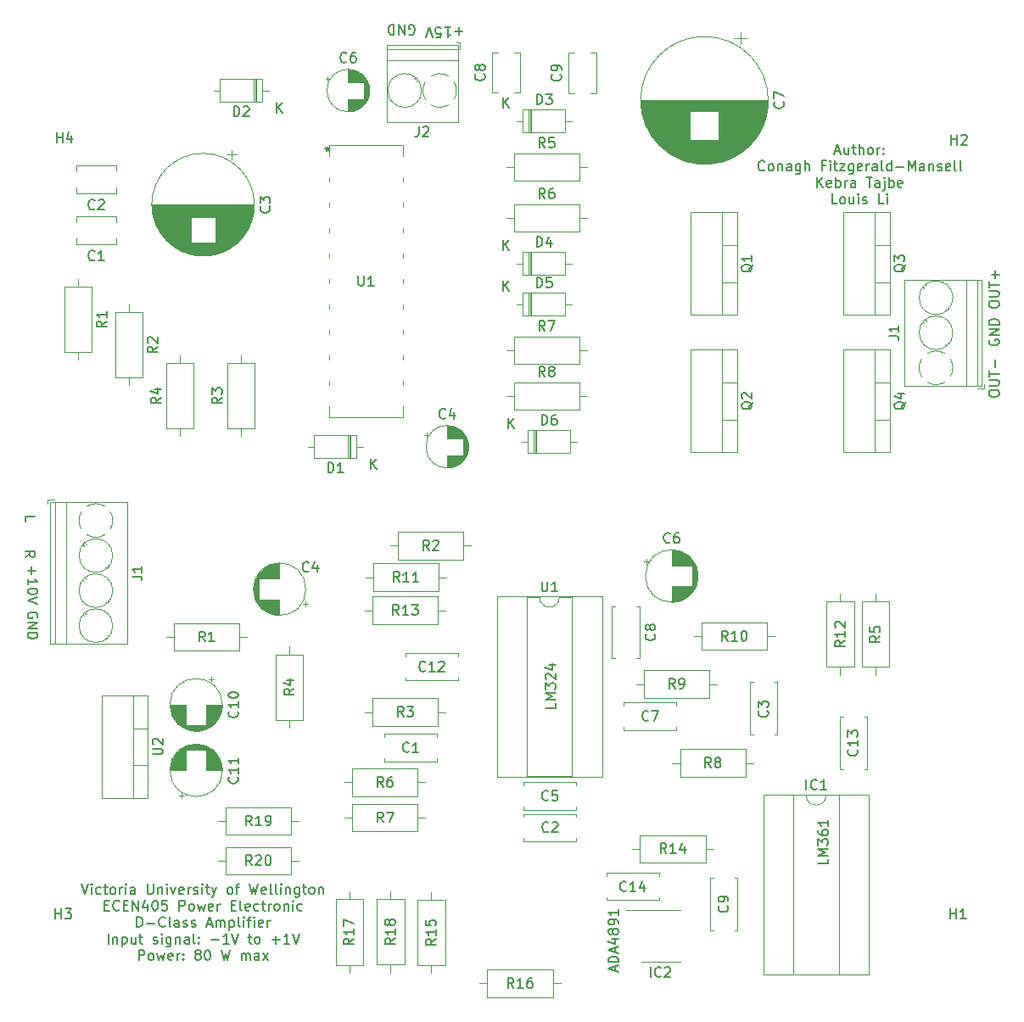
<source format=gto>
G04 #@! TF.GenerationSoftware,KiCad,Pcbnew,(5.1.10-1-10_14)*
G04 #@! TF.CreationDate,2021-09-13T20:56:39+12:00*
G04 #@! TF.ProjectId,joint_pcb,6a6f696e-745f-4706-9362-2e6b69636164,rev?*
G04 #@! TF.SameCoordinates,Original*
G04 #@! TF.FileFunction,Legend,Top*
G04 #@! TF.FilePolarity,Positive*
%FSLAX46Y46*%
G04 Gerber Fmt 4.6, Leading zero omitted, Abs format (unit mm)*
G04 Created by KiCad (PCBNEW (5.1.10-1-10_14)) date 2021-09-13 20:56:39*
%MOMM*%
%LPD*%
G01*
G04 APERTURE LIST*
%ADD10C,0.150000*%
%ADD11C,0.120000*%
%ADD12R,2.410000X3.300000*%
%ADD13C,1.600000*%
%ADD14R,1.600000X1.600000*%
%ADD15R,2.400000X1.600000*%
%ADD16O,2.400000X1.600000*%
%ADD17R,2.000000X1.905000*%
%ADD18O,2.000000X1.905000*%
%ADD19O,1.600000X1.600000*%
%ADD20C,4.300000*%
%ADD21C,2.400000*%
%ADD22R,2.400000X2.400000*%
%ADD23C,1.200000*%
%ADD24R,1.200000X1.200000*%
%ADD25C,2.000000*%
%ADD26R,2.000000X2.000000*%
%ADD27C,1.422400*%
%ADD28R,1.422400X1.422400*%
G04 APERTURE END LIST*
D10*
X134731428Y-58143666D02*
X135207619Y-58143666D01*
X134636190Y-58429380D02*
X134969523Y-57429380D01*
X135302857Y-58429380D01*
X136064761Y-57762714D02*
X136064761Y-58429380D01*
X135636190Y-57762714D02*
X135636190Y-58286523D01*
X135683809Y-58381761D01*
X135779047Y-58429380D01*
X135921904Y-58429380D01*
X136017142Y-58381761D01*
X136064761Y-58334142D01*
X136398095Y-57762714D02*
X136779047Y-57762714D01*
X136540952Y-57429380D02*
X136540952Y-58286523D01*
X136588571Y-58381761D01*
X136683809Y-58429380D01*
X136779047Y-58429380D01*
X137112380Y-58429380D02*
X137112380Y-57429380D01*
X137540952Y-58429380D02*
X137540952Y-57905571D01*
X137493333Y-57810333D01*
X137398095Y-57762714D01*
X137255238Y-57762714D01*
X137160000Y-57810333D01*
X137112380Y-57857952D01*
X138160000Y-58429380D02*
X138064761Y-58381761D01*
X138017142Y-58334142D01*
X137969523Y-58238904D01*
X137969523Y-57953190D01*
X138017142Y-57857952D01*
X138064761Y-57810333D01*
X138160000Y-57762714D01*
X138302857Y-57762714D01*
X138398095Y-57810333D01*
X138445714Y-57857952D01*
X138493333Y-57953190D01*
X138493333Y-58238904D01*
X138445714Y-58334142D01*
X138398095Y-58381761D01*
X138302857Y-58429380D01*
X138160000Y-58429380D01*
X138921904Y-58429380D02*
X138921904Y-57762714D01*
X138921904Y-57953190D02*
X138969523Y-57857952D01*
X139017142Y-57810333D01*
X139112380Y-57762714D01*
X139207619Y-57762714D01*
X139540952Y-58334142D02*
X139588571Y-58381761D01*
X139540952Y-58429380D01*
X139493333Y-58381761D01*
X139540952Y-58334142D01*
X139540952Y-58429380D01*
X139540952Y-57810333D02*
X139588571Y-57857952D01*
X139540952Y-57905571D01*
X139493333Y-57857952D01*
X139540952Y-57810333D01*
X139540952Y-57905571D01*
X127660000Y-59984142D02*
X127612380Y-60031761D01*
X127469523Y-60079380D01*
X127374285Y-60079380D01*
X127231428Y-60031761D01*
X127136190Y-59936523D01*
X127088571Y-59841285D01*
X127040952Y-59650809D01*
X127040952Y-59507952D01*
X127088571Y-59317476D01*
X127136190Y-59222238D01*
X127231428Y-59127000D01*
X127374285Y-59079380D01*
X127469523Y-59079380D01*
X127612380Y-59127000D01*
X127660000Y-59174619D01*
X128231428Y-60079380D02*
X128136190Y-60031761D01*
X128088571Y-59984142D01*
X128040952Y-59888904D01*
X128040952Y-59603190D01*
X128088571Y-59507952D01*
X128136190Y-59460333D01*
X128231428Y-59412714D01*
X128374285Y-59412714D01*
X128469523Y-59460333D01*
X128517142Y-59507952D01*
X128564761Y-59603190D01*
X128564761Y-59888904D01*
X128517142Y-59984142D01*
X128469523Y-60031761D01*
X128374285Y-60079380D01*
X128231428Y-60079380D01*
X128993333Y-59412714D02*
X128993333Y-60079380D01*
X128993333Y-59507952D02*
X129040952Y-59460333D01*
X129136190Y-59412714D01*
X129279047Y-59412714D01*
X129374285Y-59460333D01*
X129421904Y-59555571D01*
X129421904Y-60079380D01*
X130326666Y-60079380D02*
X130326666Y-59555571D01*
X130279047Y-59460333D01*
X130183809Y-59412714D01*
X129993333Y-59412714D01*
X129898095Y-59460333D01*
X130326666Y-60031761D02*
X130231428Y-60079380D01*
X129993333Y-60079380D01*
X129898095Y-60031761D01*
X129850476Y-59936523D01*
X129850476Y-59841285D01*
X129898095Y-59746047D01*
X129993333Y-59698428D01*
X130231428Y-59698428D01*
X130326666Y-59650809D01*
X131231428Y-59412714D02*
X131231428Y-60222238D01*
X131183809Y-60317476D01*
X131136190Y-60365095D01*
X131040952Y-60412714D01*
X130898095Y-60412714D01*
X130802857Y-60365095D01*
X131231428Y-60031761D02*
X131136190Y-60079380D01*
X130945714Y-60079380D01*
X130850476Y-60031761D01*
X130802857Y-59984142D01*
X130755238Y-59888904D01*
X130755238Y-59603190D01*
X130802857Y-59507952D01*
X130850476Y-59460333D01*
X130945714Y-59412714D01*
X131136190Y-59412714D01*
X131231428Y-59460333D01*
X131707619Y-60079380D02*
X131707619Y-59079380D01*
X132136190Y-60079380D02*
X132136190Y-59555571D01*
X132088571Y-59460333D01*
X131993333Y-59412714D01*
X131850476Y-59412714D01*
X131755238Y-59460333D01*
X131707619Y-59507952D01*
X133707619Y-59555571D02*
X133374285Y-59555571D01*
X133374285Y-60079380D02*
X133374285Y-59079380D01*
X133850476Y-59079380D01*
X134231428Y-60079380D02*
X134231428Y-59412714D01*
X134231428Y-59079380D02*
X134183809Y-59127000D01*
X134231428Y-59174619D01*
X134279047Y-59127000D01*
X134231428Y-59079380D01*
X134231428Y-59174619D01*
X134564761Y-59412714D02*
X134945714Y-59412714D01*
X134707619Y-59079380D02*
X134707619Y-59936523D01*
X134755238Y-60031761D01*
X134850476Y-60079380D01*
X134945714Y-60079380D01*
X135183809Y-59412714D02*
X135707619Y-59412714D01*
X135183809Y-60079380D01*
X135707619Y-60079380D01*
X136517142Y-59412714D02*
X136517142Y-60222238D01*
X136469523Y-60317476D01*
X136421904Y-60365095D01*
X136326666Y-60412714D01*
X136183809Y-60412714D01*
X136088571Y-60365095D01*
X136517142Y-60031761D02*
X136421904Y-60079380D01*
X136231428Y-60079380D01*
X136136190Y-60031761D01*
X136088571Y-59984142D01*
X136040952Y-59888904D01*
X136040952Y-59603190D01*
X136088571Y-59507952D01*
X136136190Y-59460333D01*
X136231428Y-59412714D01*
X136421904Y-59412714D01*
X136517142Y-59460333D01*
X137374285Y-60031761D02*
X137279047Y-60079380D01*
X137088571Y-60079380D01*
X136993333Y-60031761D01*
X136945714Y-59936523D01*
X136945714Y-59555571D01*
X136993333Y-59460333D01*
X137088571Y-59412714D01*
X137279047Y-59412714D01*
X137374285Y-59460333D01*
X137421904Y-59555571D01*
X137421904Y-59650809D01*
X136945714Y-59746047D01*
X137850476Y-60079380D02*
X137850476Y-59412714D01*
X137850476Y-59603190D02*
X137898095Y-59507952D01*
X137945714Y-59460333D01*
X138040952Y-59412714D01*
X138136190Y-59412714D01*
X138898095Y-60079380D02*
X138898095Y-59555571D01*
X138850476Y-59460333D01*
X138755238Y-59412714D01*
X138564761Y-59412714D01*
X138469523Y-59460333D01*
X138898095Y-60031761D02*
X138802857Y-60079380D01*
X138564761Y-60079380D01*
X138469523Y-60031761D01*
X138421904Y-59936523D01*
X138421904Y-59841285D01*
X138469523Y-59746047D01*
X138564761Y-59698428D01*
X138802857Y-59698428D01*
X138898095Y-59650809D01*
X139517142Y-60079380D02*
X139421904Y-60031761D01*
X139374285Y-59936523D01*
X139374285Y-59079380D01*
X140326666Y-60079380D02*
X140326666Y-59079380D01*
X140326666Y-60031761D02*
X140231428Y-60079380D01*
X140040952Y-60079380D01*
X139945714Y-60031761D01*
X139898095Y-59984142D01*
X139850476Y-59888904D01*
X139850476Y-59603190D01*
X139898095Y-59507952D01*
X139945714Y-59460333D01*
X140040952Y-59412714D01*
X140231428Y-59412714D01*
X140326666Y-59460333D01*
X140802857Y-59698428D02*
X141564761Y-59698428D01*
X142040952Y-60079380D02*
X142040952Y-59079380D01*
X142374285Y-59793666D01*
X142707619Y-59079380D01*
X142707619Y-60079380D01*
X143612380Y-60079380D02*
X143612380Y-59555571D01*
X143564761Y-59460333D01*
X143469523Y-59412714D01*
X143279047Y-59412714D01*
X143183809Y-59460333D01*
X143612380Y-60031761D02*
X143517142Y-60079380D01*
X143279047Y-60079380D01*
X143183809Y-60031761D01*
X143136190Y-59936523D01*
X143136190Y-59841285D01*
X143183809Y-59746047D01*
X143279047Y-59698428D01*
X143517142Y-59698428D01*
X143612380Y-59650809D01*
X144088571Y-59412714D02*
X144088571Y-60079380D01*
X144088571Y-59507952D02*
X144136190Y-59460333D01*
X144231428Y-59412714D01*
X144374285Y-59412714D01*
X144469523Y-59460333D01*
X144517142Y-59555571D01*
X144517142Y-60079380D01*
X144945714Y-60031761D02*
X145040952Y-60079380D01*
X145231428Y-60079380D01*
X145326666Y-60031761D01*
X145374285Y-59936523D01*
X145374285Y-59888904D01*
X145326666Y-59793666D01*
X145231428Y-59746047D01*
X145088571Y-59746047D01*
X144993333Y-59698428D01*
X144945714Y-59603190D01*
X144945714Y-59555571D01*
X144993333Y-59460333D01*
X145088571Y-59412714D01*
X145231428Y-59412714D01*
X145326666Y-59460333D01*
X146183809Y-60031761D02*
X146088571Y-60079380D01*
X145898095Y-60079380D01*
X145802857Y-60031761D01*
X145755238Y-59936523D01*
X145755238Y-59555571D01*
X145802857Y-59460333D01*
X145898095Y-59412714D01*
X146088571Y-59412714D01*
X146183809Y-59460333D01*
X146231428Y-59555571D01*
X146231428Y-59650809D01*
X145755238Y-59746047D01*
X146802857Y-60079380D02*
X146707619Y-60031761D01*
X146660000Y-59936523D01*
X146660000Y-59079380D01*
X147326666Y-60079380D02*
X147231428Y-60031761D01*
X147183809Y-59936523D01*
X147183809Y-59079380D01*
X132921904Y-61729380D02*
X132921904Y-60729380D01*
X133493333Y-61729380D02*
X133064761Y-61157952D01*
X133493333Y-60729380D02*
X132921904Y-61300809D01*
X134302857Y-61681761D02*
X134207619Y-61729380D01*
X134017142Y-61729380D01*
X133921904Y-61681761D01*
X133874285Y-61586523D01*
X133874285Y-61205571D01*
X133921904Y-61110333D01*
X134017142Y-61062714D01*
X134207619Y-61062714D01*
X134302857Y-61110333D01*
X134350476Y-61205571D01*
X134350476Y-61300809D01*
X133874285Y-61396047D01*
X134779047Y-61729380D02*
X134779047Y-60729380D01*
X134779047Y-61110333D02*
X134874285Y-61062714D01*
X135064761Y-61062714D01*
X135160000Y-61110333D01*
X135207619Y-61157952D01*
X135255238Y-61253190D01*
X135255238Y-61538904D01*
X135207619Y-61634142D01*
X135160000Y-61681761D01*
X135064761Y-61729380D01*
X134874285Y-61729380D01*
X134779047Y-61681761D01*
X135683809Y-61729380D02*
X135683809Y-61062714D01*
X135683809Y-61253190D02*
X135731428Y-61157952D01*
X135779047Y-61110333D01*
X135874285Y-61062714D01*
X135969523Y-61062714D01*
X136731428Y-61729380D02*
X136731428Y-61205571D01*
X136683809Y-61110333D01*
X136588571Y-61062714D01*
X136398095Y-61062714D01*
X136302857Y-61110333D01*
X136731428Y-61681761D02*
X136636190Y-61729380D01*
X136398095Y-61729380D01*
X136302857Y-61681761D01*
X136255238Y-61586523D01*
X136255238Y-61491285D01*
X136302857Y-61396047D01*
X136398095Y-61348428D01*
X136636190Y-61348428D01*
X136731428Y-61300809D01*
X137826666Y-60729380D02*
X138398095Y-60729380D01*
X138112380Y-61729380D02*
X138112380Y-60729380D01*
X139160000Y-61729380D02*
X139160000Y-61205571D01*
X139112380Y-61110333D01*
X139017142Y-61062714D01*
X138826666Y-61062714D01*
X138731428Y-61110333D01*
X139160000Y-61681761D02*
X139064761Y-61729380D01*
X138826666Y-61729380D01*
X138731428Y-61681761D01*
X138683809Y-61586523D01*
X138683809Y-61491285D01*
X138731428Y-61396047D01*
X138826666Y-61348428D01*
X139064761Y-61348428D01*
X139160000Y-61300809D01*
X139636190Y-61062714D02*
X139636190Y-61919857D01*
X139588571Y-62015095D01*
X139493333Y-62062714D01*
X139445714Y-62062714D01*
X139636190Y-60729380D02*
X139588571Y-60777000D01*
X139636190Y-60824619D01*
X139683809Y-60777000D01*
X139636190Y-60729380D01*
X139636190Y-60824619D01*
X140112380Y-61729380D02*
X140112380Y-60729380D01*
X140112380Y-61110333D02*
X140207619Y-61062714D01*
X140398095Y-61062714D01*
X140493333Y-61110333D01*
X140540952Y-61157952D01*
X140588571Y-61253190D01*
X140588571Y-61538904D01*
X140540952Y-61634142D01*
X140493333Y-61681761D01*
X140398095Y-61729380D01*
X140207619Y-61729380D01*
X140112380Y-61681761D01*
X141398095Y-61681761D02*
X141302857Y-61729380D01*
X141112380Y-61729380D01*
X141017142Y-61681761D01*
X140969523Y-61586523D01*
X140969523Y-61205571D01*
X141017142Y-61110333D01*
X141112380Y-61062714D01*
X141302857Y-61062714D01*
X141398095Y-61110333D01*
X141445714Y-61205571D01*
X141445714Y-61300809D01*
X140969523Y-61396047D01*
X134898095Y-63379380D02*
X134421904Y-63379380D01*
X134421904Y-62379380D01*
X135374285Y-63379380D02*
X135279047Y-63331761D01*
X135231428Y-63284142D01*
X135183809Y-63188904D01*
X135183809Y-62903190D01*
X135231428Y-62807952D01*
X135279047Y-62760333D01*
X135374285Y-62712714D01*
X135517142Y-62712714D01*
X135612380Y-62760333D01*
X135660000Y-62807952D01*
X135707619Y-62903190D01*
X135707619Y-63188904D01*
X135660000Y-63284142D01*
X135612380Y-63331761D01*
X135517142Y-63379380D01*
X135374285Y-63379380D01*
X136564761Y-62712714D02*
X136564761Y-63379380D01*
X136136190Y-62712714D02*
X136136190Y-63236523D01*
X136183809Y-63331761D01*
X136279047Y-63379380D01*
X136421904Y-63379380D01*
X136517142Y-63331761D01*
X136564761Y-63284142D01*
X137040952Y-63379380D02*
X137040952Y-62712714D01*
X137040952Y-62379380D02*
X136993333Y-62427000D01*
X137040952Y-62474619D01*
X137088571Y-62427000D01*
X137040952Y-62379380D01*
X137040952Y-62474619D01*
X137469523Y-63331761D02*
X137564761Y-63379380D01*
X137755238Y-63379380D01*
X137850476Y-63331761D01*
X137898095Y-63236523D01*
X137898095Y-63188904D01*
X137850476Y-63093666D01*
X137755238Y-63046047D01*
X137612380Y-63046047D01*
X137517142Y-62998428D01*
X137469523Y-62903190D01*
X137469523Y-62855571D01*
X137517142Y-62760333D01*
X137612380Y-62712714D01*
X137755238Y-62712714D01*
X137850476Y-62760333D01*
X139564761Y-63379380D02*
X139088571Y-63379380D01*
X139088571Y-62379380D01*
X139898095Y-63379380D02*
X139898095Y-62712714D01*
X139898095Y-62379380D02*
X139850476Y-62427000D01*
X139898095Y-62474619D01*
X139945714Y-62427000D01*
X139898095Y-62379380D01*
X139898095Y-62474619D01*
X59508952Y-131280380D02*
X59842285Y-132280380D01*
X60175619Y-131280380D01*
X60508952Y-132280380D02*
X60508952Y-131613714D01*
X60508952Y-131280380D02*
X60461333Y-131328000D01*
X60508952Y-131375619D01*
X60556571Y-131328000D01*
X60508952Y-131280380D01*
X60508952Y-131375619D01*
X61413714Y-132232761D02*
X61318476Y-132280380D01*
X61128000Y-132280380D01*
X61032761Y-132232761D01*
X60985142Y-132185142D01*
X60937523Y-132089904D01*
X60937523Y-131804190D01*
X60985142Y-131708952D01*
X61032761Y-131661333D01*
X61128000Y-131613714D01*
X61318476Y-131613714D01*
X61413714Y-131661333D01*
X61699428Y-131613714D02*
X62080380Y-131613714D01*
X61842285Y-131280380D02*
X61842285Y-132137523D01*
X61889904Y-132232761D01*
X61985142Y-132280380D01*
X62080380Y-132280380D01*
X62556571Y-132280380D02*
X62461333Y-132232761D01*
X62413714Y-132185142D01*
X62366095Y-132089904D01*
X62366095Y-131804190D01*
X62413714Y-131708952D01*
X62461333Y-131661333D01*
X62556571Y-131613714D01*
X62699428Y-131613714D01*
X62794666Y-131661333D01*
X62842285Y-131708952D01*
X62889904Y-131804190D01*
X62889904Y-132089904D01*
X62842285Y-132185142D01*
X62794666Y-132232761D01*
X62699428Y-132280380D01*
X62556571Y-132280380D01*
X63318476Y-132280380D02*
X63318476Y-131613714D01*
X63318476Y-131804190D02*
X63366095Y-131708952D01*
X63413714Y-131661333D01*
X63508952Y-131613714D01*
X63604190Y-131613714D01*
X63937523Y-132280380D02*
X63937523Y-131613714D01*
X63937523Y-131280380D02*
X63889904Y-131328000D01*
X63937523Y-131375619D01*
X63985142Y-131328000D01*
X63937523Y-131280380D01*
X63937523Y-131375619D01*
X64842285Y-132280380D02*
X64842285Y-131756571D01*
X64794666Y-131661333D01*
X64699428Y-131613714D01*
X64508952Y-131613714D01*
X64413714Y-131661333D01*
X64842285Y-132232761D02*
X64747047Y-132280380D01*
X64508952Y-132280380D01*
X64413714Y-132232761D01*
X64366095Y-132137523D01*
X64366095Y-132042285D01*
X64413714Y-131947047D01*
X64508952Y-131899428D01*
X64747047Y-131899428D01*
X64842285Y-131851809D01*
X66080380Y-131280380D02*
X66080380Y-132089904D01*
X66128000Y-132185142D01*
X66175619Y-132232761D01*
X66270857Y-132280380D01*
X66461333Y-132280380D01*
X66556571Y-132232761D01*
X66604190Y-132185142D01*
X66651809Y-132089904D01*
X66651809Y-131280380D01*
X67128000Y-131613714D02*
X67128000Y-132280380D01*
X67128000Y-131708952D02*
X67175619Y-131661333D01*
X67270857Y-131613714D01*
X67413714Y-131613714D01*
X67508952Y-131661333D01*
X67556571Y-131756571D01*
X67556571Y-132280380D01*
X68032761Y-132280380D02*
X68032761Y-131613714D01*
X68032761Y-131280380D02*
X67985142Y-131328000D01*
X68032761Y-131375619D01*
X68080380Y-131328000D01*
X68032761Y-131280380D01*
X68032761Y-131375619D01*
X68413714Y-131613714D02*
X68651809Y-132280380D01*
X68889904Y-131613714D01*
X69651809Y-132232761D02*
X69556571Y-132280380D01*
X69366095Y-132280380D01*
X69270857Y-132232761D01*
X69223238Y-132137523D01*
X69223238Y-131756571D01*
X69270857Y-131661333D01*
X69366095Y-131613714D01*
X69556571Y-131613714D01*
X69651809Y-131661333D01*
X69699428Y-131756571D01*
X69699428Y-131851809D01*
X69223238Y-131947047D01*
X70128000Y-132280380D02*
X70128000Y-131613714D01*
X70128000Y-131804190D02*
X70175619Y-131708952D01*
X70223238Y-131661333D01*
X70318476Y-131613714D01*
X70413714Y-131613714D01*
X70699428Y-132232761D02*
X70794666Y-132280380D01*
X70985142Y-132280380D01*
X71080380Y-132232761D01*
X71128000Y-132137523D01*
X71128000Y-132089904D01*
X71080380Y-131994666D01*
X70985142Y-131947047D01*
X70842285Y-131947047D01*
X70747047Y-131899428D01*
X70699428Y-131804190D01*
X70699428Y-131756571D01*
X70747047Y-131661333D01*
X70842285Y-131613714D01*
X70985142Y-131613714D01*
X71080380Y-131661333D01*
X71556571Y-132280380D02*
X71556571Y-131613714D01*
X71556571Y-131280380D02*
X71508952Y-131328000D01*
X71556571Y-131375619D01*
X71604190Y-131328000D01*
X71556571Y-131280380D01*
X71556571Y-131375619D01*
X71889904Y-131613714D02*
X72270857Y-131613714D01*
X72032761Y-131280380D02*
X72032761Y-132137523D01*
X72080380Y-132232761D01*
X72175619Y-132280380D01*
X72270857Y-132280380D01*
X72508952Y-131613714D02*
X72747047Y-132280380D01*
X72985142Y-131613714D02*
X72747047Y-132280380D01*
X72651809Y-132518476D01*
X72604190Y-132566095D01*
X72508952Y-132613714D01*
X74270857Y-132280380D02*
X74175619Y-132232761D01*
X74128000Y-132185142D01*
X74080380Y-132089904D01*
X74080380Y-131804190D01*
X74128000Y-131708952D01*
X74175619Y-131661333D01*
X74270857Y-131613714D01*
X74413714Y-131613714D01*
X74508952Y-131661333D01*
X74556571Y-131708952D01*
X74604190Y-131804190D01*
X74604190Y-132089904D01*
X74556571Y-132185142D01*
X74508952Y-132232761D01*
X74413714Y-132280380D01*
X74270857Y-132280380D01*
X74889904Y-131613714D02*
X75270857Y-131613714D01*
X75032761Y-132280380D02*
X75032761Y-131423238D01*
X75080380Y-131328000D01*
X75175619Y-131280380D01*
X75270857Y-131280380D01*
X76270857Y-131280380D02*
X76508952Y-132280380D01*
X76699428Y-131566095D01*
X76889904Y-132280380D01*
X77128000Y-131280380D01*
X77889904Y-132232761D02*
X77794666Y-132280380D01*
X77604190Y-132280380D01*
X77508952Y-132232761D01*
X77461333Y-132137523D01*
X77461333Y-131756571D01*
X77508952Y-131661333D01*
X77604190Y-131613714D01*
X77794666Y-131613714D01*
X77889904Y-131661333D01*
X77937523Y-131756571D01*
X77937523Y-131851809D01*
X77461333Y-131947047D01*
X78508952Y-132280380D02*
X78413714Y-132232761D01*
X78366095Y-132137523D01*
X78366095Y-131280380D01*
X79032761Y-132280380D02*
X78937523Y-132232761D01*
X78889904Y-132137523D01*
X78889904Y-131280380D01*
X79413714Y-132280380D02*
X79413714Y-131613714D01*
X79413714Y-131280380D02*
X79366095Y-131328000D01*
X79413714Y-131375619D01*
X79461333Y-131328000D01*
X79413714Y-131280380D01*
X79413714Y-131375619D01*
X79889904Y-131613714D02*
X79889904Y-132280380D01*
X79889904Y-131708952D02*
X79937523Y-131661333D01*
X80032761Y-131613714D01*
X80175619Y-131613714D01*
X80270857Y-131661333D01*
X80318476Y-131756571D01*
X80318476Y-132280380D01*
X81223238Y-131613714D02*
X81223238Y-132423238D01*
X81175619Y-132518476D01*
X81127999Y-132566095D01*
X81032761Y-132613714D01*
X80889904Y-132613714D01*
X80794666Y-132566095D01*
X81223238Y-132232761D02*
X81127999Y-132280380D01*
X80937523Y-132280380D01*
X80842285Y-132232761D01*
X80794666Y-132185142D01*
X80747047Y-132089904D01*
X80747047Y-131804190D01*
X80794666Y-131708952D01*
X80842285Y-131661333D01*
X80937523Y-131613714D01*
X81127999Y-131613714D01*
X81223238Y-131661333D01*
X81556571Y-131613714D02*
X81937523Y-131613714D01*
X81699428Y-131280380D02*
X81699428Y-132137523D01*
X81747047Y-132232761D01*
X81842285Y-132280380D01*
X81937523Y-132280380D01*
X82413714Y-132280380D02*
X82318476Y-132232761D01*
X82270857Y-132185142D01*
X82223238Y-132089904D01*
X82223238Y-131804190D01*
X82270857Y-131708952D01*
X82318476Y-131661333D01*
X82413714Y-131613714D01*
X82556571Y-131613714D01*
X82651809Y-131661333D01*
X82699428Y-131708952D01*
X82747047Y-131804190D01*
X82747047Y-132089904D01*
X82699428Y-132185142D01*
X82651809Y-132232761D01*
X82556571Y-132280380D01*
X82413714Y-132280380D01*
X83175619Y-131613714D02*
X83175619Y-132280380D01*
X83175619Y-131708952D02*
X83223238Y-131661333D01*
X83318476Y-131613714D01*
X83461333Y-131613714D01*
X83556571Y-131661333D01*
X83604190Y-131756571D01*
X83604190Y-132280380D01*
X61794666Y-133406571D02*
X62128000Y-133406571D01*
X62270857Y-133930380D02*
X61794666Y-133930380D01*
X61794666Y-132930380D01*
X62270857Y-132930380D01*
X63270857Y-133835142D02*
X63223238Y-133882761D01*
X63080380Y-133930380D01*
X62985142Y-133930380D01*
X62842285Y-133882761D01*
X62747047Y-133787523D01*
X62699428Y-133692285D01*
X62651809Y-133501809D01*
X62651809Y-133358952D01*
X62699428Y-133168476D01*
X62747047Y-133073238D01*
X62842285Y-132978000D01*
X62985142Y-132930380D01*
X63080380Y-132930380D01*
X63223238Y-132978000D01*
X63270857Y-133025619D01*
X63699428Y-133406571D02*
X64032761Y-133406571D01*
X64175619Y-133930380D02*
X63699428Y-133930380D01*
X63699428Y-132930380D01*
X64175619Y-132930380D01*
X64604190Y-133930380D02*
X64604190Y-132930380D01*
X65175619Y-133930380D01*
X65175619Y-132930380D01*
X66080380Y-133263714D02*
X66080380Y-133930380D01*
X65842285Y-132882761D02*
X65604190Y-133597047D01*
X66223238Y-133597047D01*
X66794666Y-132930380D02*
X66889904Y-132930380D01*
X66985142Y-132978000D01*
X67032761Y-133025619D01*
X67080380Y-133120857D01*
X67128000Y-133311333D01*
X67128000Y-133549428D01*
X67080380Y-133739904D01*
X67032761Y-133835142D01*
X66985142Y-133882761D01*
X66889904Y-133930380D01*
X66794666Y-133930380D01*
X66699428Y-133882761D01*
X66651809Y-133835142D01*
X66604190Y-133739904D01*
X66556571Y-133549428D01*
X66556571Y-133311333D01*
X66604190Y-133120857D01*
X66651809Y-133025619D01*
X66699428Y-132978000D01*
X66794666Y-132930380D01*
X68032761Y-132930380D02*
X67556571Y-132930380D01*
X67508952Y-133406571D01*
X67556571Y-133358952D01*
X67651809Y-133311333D01*
X67889904Y-133311333D01*
X67985142Y-133358952D01*
X68032761Y-133406571D01*
X68080380Y-133501809D01*
X68080380Y-133739904D01*
X68032761Y-133835142D01*
X67985142Y-133882761D01*
X67889904Y-133930380D01*
X67651809Y-133930380D01*
X67556571Y-133882761D01*
X67508952Y-133835142D01*
X69270857Y-133930380D02*
X69270857Y-132930380D01*
X69651809Y-132930380D01*
X69747047Y-132978000D01*
X69794666Y-133025619D01*
X69842285Y-133120857D01*
X69842285Y-133263714D01*
X69794666Y-133358952D01*
X69747047Y-133406571D01*
X69651809Y-133454190D01*
X69270857Y-133454190D01*
X70413714Y-133930380D02*
X70318476Y-133882761D01*
X70270857Y-133835142D01*
X70223238Y-133739904D01*
X70223238Y-133454190D01*
X70270857Y-133358952D01*
X70318476Y-133311333D01*
X70413714Y-133263714D01*
X70556571Y-133263714D01*
X70651809Y-133311333D01*
X70699428Y-133358952D01*
X70747047Y-133454190D01*
X70747047Y-133739904D01*
X70699428Y-133835142D01*
X70651809Y-133882761D01*
X70556571Y-133930380D01*
X70413714Y-133930380D01*
X71080380Y-133263714D02*
X71270857Y-133930380D01*
X71461333Y-133454190D01*
X71651809Y-133930380D01*
X71842285Y-133263714D01*
X72604190Y-133882761D02*
X72508952Y-133930380D01*
X72318476Y-133930380D01*
X72223238Y-133882761D01*
X72175619Y-133787523D01*
X72175619Y-133406571D01*
X72223238Y-133311333D01*
X72318476Y-133263714D01*
X72508952Y-133263714D01*
X72604190Y-133311333D01*
X72651809Y-133406571D01*
X72651809Y-133501809D01*
X72175619Y-133597047D01*
X73080380Y-133930380D02*
X73080380Y-133263714D01*
X73080380Y-133454190D02*
X73128000Y-133358952D01*
X73175619Y-133311333D01*
X73270857Y-133263714D01*
X73366095Y-133263714D01*
X74461333Y-133406571D02*
X74794666Y-133406571D01*
X74937523Y-133930380D02*
X74461333Y-133930380D01*
X74461333Y-132930380D01*
X74937523Y-132930380D01*
X75508952Y-133930380D02*
X75413714Y-133882761D01*
X75366095Y-133787523D01*
X75366095Y-132930380D01*
X76270857Y-133882761D02*
X76175619Y-133930380D01*
X75985142Y-133930380D01*
X75889904Y-133882761D01*
X75842285Y-133787523D01*
X75842285Y-133406571D01*
X75889904Y-133311333D01*
X75985142Y-133263714D01*
X76175619Y-133263714D01*
X76270857Y-133311333D01*
X76318476Y-133406571D01*
X76318476Y-133501809D01*
X75842285Y-133597047D01*
X77175619Y-133882761D02*
X77080380Y-133930380D01*
X76889904Y-133930380D01*
X76794666Y-133882761D01*
X76747047Y-133835142D01*
X76699428Y-133739904D01*
X76699428Y-133454190D01*
X76747047Y-133358952D01*
X76794666Y-133311333D01*
X76889904Y-133263714D01*
X77080380Y-133263714D01*
X77175619Y-133311333D01*
X77461333Y-133263714D02*
X77842285Y-133263714D01*
X77604190Y-132930380D02*
X77604190Y-133787523D01*
X77651809Y-133882761D01*
X77747047Y-133930380D01*
X77842285Y-133930380D01*
X78175619Y-133930380D02*
X78175619Y-133263714D01*
X78175619Y-133454190D02*
X78223238Y-133358952D01*
X78270857Y-133311333D01*
X78366095Y-133263714D01*
X78461333Y-133263714D01*
X78937523Y-133930380D02*
X78842285Y-133882761D01*
X78794666Y-133835142D01*
X78747047Y-133739904D01*
X78747047Y-133454190D01*
X78794666Y-133358952D01*
X78842285Y-133311333D01*
X78937523Y-133263714D01*
X79080380Y-133263714D01*
X79175619Y-133311333D01*
X79223238Y-133358952D01*
X79270857Y-133454190D01*
X79270857Y-133739904D01*
X79223238Y-133835142D01*
X79175619Y-133882761D01*
X79080380Y-133930380D01*
X78937523Y-133930380D01*
X79699428Y-133263714D02*
X79699428Y-133930380D01*
X79699428Y-133358952D02*
X79747047Y-133311333D01*
X79842285Y-133263714D01*
X79985142Y-133263714D01*
X80080380Y-133311333D01*
X80128000Y-133406571D01*
X80128000Y-133930380D01*
X80604190Y-133930380D02*
X80604190Y-133263714D01*
X80604190Y-132930380D02*
X80556571Y-132978000D01*
X80604190Y-133025619D01*
X80651809Y-132978000D01*
X80604190Y-132930380D01*
X80604190Y-133025619D01*
X81508952Y-133882761D02*
X81413714Y-133930380D01*
X81223238Y-133930380D01*
X81128000Y-133882761D01*
X81080380Y-133835142D01*
X81032761Y-133739904D01*
X81032761Y-133454190D01*
X81080380Y-133358952D01*
X81128000Y-133311333D01*
X81223238Y-133263714D01*
X81413714Y-133263714D01*
X81508952Y-133311333D01*
X65032761Y-135580380D02*
X65032761Y-134580380D01*
X65270857Y-134580380D01*
X65413714Y-134628000D01*
X65508952Y-134723238D01*
X65556571Y-134818476D01*
X65604190Y-135008952D01*
X65604190Y-135151809D01*
X65556571Y-135342285D01*
X65508952Y-135437523D01*
X65413714Y-135532761D01*
X65270857Y-135580380D01*
X65032761Y-135580380D01*
X66032761Y-135199428D02*
X66794666Y-135199428D01*
X67842285Y-135485142D02*
X67794666Y-135532761D01*
X67651809Y-135580380D01*
X67556571Y-135580380D01*
X67413714Y-135532761D01*
X67318476Y-135437523D01*
X67270857Y-135342285D01*
X67223238Y-135151809D01*
X67223238Y-135008952D01*
X67270857Y-134818476D01*
X67318476Y-134723238D01*
X67413714Y-134628000D01*
X67556571Y-134580380D01*
X67651809Y-134580380D01*
X67794666Y-134628000D01*
X67842285Y-134675619D01*
X68413714Y-135580380D02*
X68318476Y-135532761D01*
X68270857Y-135437523D01*
X68270857Y-134580380D01*
X69223238Y-135580380D02*
X69223238Y-135056571D01*
X69175619Y-134961333D01*
X69080380Y-134913714D01*
X68889904Y-134913714D01*
X68794666Y-134961333D01*
X69223238Y-135532761D02*
X69128000Y-135580380D01*
X68889904Y-135580380D01*
X68794666Y-135532761D01*
X68747047Y-135437523D01*
X68747047Y-135342285D01*
X68794666Y-135247047D01*
X68889904Y-135199428D01*
X69128000Y-135199428D01*
X69223238Y-135151809D01*
X69651809Y-135532761D02*
X69747047Y-135580380D01*
X69937523Y-135580380D01*
X70032761Y-135532761D01*
X70080380Y-135437523D01*
X70080380Y-135389904D01*
X70032761Y-135294666D01*
X69937523Y-135247047D01*
X69794666Y-135247047D01*
X69699428Y-135199428D01*
X69651809Y-135104190D01*
X69651809Y-135056571D01*
X69699428Y-134961333D01*
X69794666Y-134913714D01*
X69937523Y-134913714D01*
X70032761Y-134961333D01*
X70461333Y-135532761D02*
X70556571Y-135580380D01*
X70747047Y-135580380D01*
X70842285Y-135532761D01*
X70889904Y-135437523D01*
X70889904Y-135389904D01*
X70842285Y-135294666D01*
X70747047Y-135247047D01*
X70604190Y-135247047D01*
X70508952Y-135199428D01*
X70461333Y-135104190D01*
X70461333Y-135056571D01*
X70508952Y-134961333D01*
X70604190Y-134913714D01*
X70747047Y-134913714D01*
X70842285Y-134961333D01*
X72032761Y-135294666D02*
X72508952Y-135294666D01*
X71937523Y-135580380D02*
X72270857Y-134580380D01*
X72604190Y-135580380D01*
X72937523Y-135580380D02*
X72937523Y-134913714D01*
X72937523Y-135008952D02*
X72985142Y-134961333D01*
X73080380Y-134913714D01*
X73223238Y-134913714D01*
X73318476Y-134961333D01*
X73366095Y-135056571D01*
X73366095Y-135580380D01*
X73366095Y-135056571D02*
X73413714Y-134961333D01*
X73508952Y-134913714D01*
X73651809Y-134913714D01*
X73747047Y-134961333D01*
X73794666Y-135056571D01*
X73794666Y-135580380D01*
X74270857Y-134913714D02*
X74270857Y-135913714D01*
X74270857Y-134961333D02*
X74366095Y-134913714D01*
X74556571Y-134913714D01*
X74651809Y-134961333D01*
X74699428Y-135008952D01*
X74747047Y-135104190D01*
X74747047Y-135389904D01*
X74699428Y-135485142D01*
X74651809Y-135532761D01*
X74556571Y-135580380D01*
X74366095Y-135580380D01*
X74270857Y-135532761D01*
X75318476Y-135580380D02*
X75223238Y-135532761D01*
X75175619Y-135437523D01*
X75175619Y-134580380D01*
X75699428Y-135580380D02*
X75699428Y-134913714D01*
X75699428Y-134580380D02*
X75651809Y-134628000D01*
X75699428Y-134675619D01*
X75747047Y-134628000D01*
X75699428Y-134580380D01*
X75699428Y-134675619D01*
X76032761Y-134913714D02*
X76413714Y-134913714D01*
X76175619Y-135580380D02*
X76175619Y-134723238D01*
X76223238Y-134628000D01*
X76318476Y-134580380D01*
X76413714Y-134580380D01*
X76747047Y-135580380D02*
X76747047Y-134913714D01*
X76747047Y-134580380D02*
X76699428Y-134628000D01*
X76747047Y-134675619D01*
X76794666Y-134628000D01*
X76747047Y-134580380D01*
X76747047Y-134675619D01*
X77604190Y-135532761D02*
X77508952Y-135580380D01*
X77318476Y-135580380D01*
X77223238Y-135532761D01*
X77175619Y-135437523D01*
X77175619Y-135056571D01*
X77223238Y-134961333D01*
X77318476Y-134913714D01*
X77508952Y-134913714D01*
X77604190Y-134961333D01*
X77651809Y-135056571D01*
X77651809Y-135151809D01*
X77175619Y-135247047D01*
X78080380Y-135580380D02*
X78080380Y-134913714D01*
X78080380Y-135104190D02*
X78128000Y-135008952D01*
X78175619Y-134961333D01*
X78270857Y-134913714D01*
X78366095Y-134913714D01*
X62175619Y-137230380D02*
X62175619Y-136230380D01*
X62651809Y-136563714D02*
X62651809Y-137230380D01*
X62651809Y-136658952D02*
X62699428Y-136611333D01*
X62794666Y-136563714D01*
X62937523Y-136563714D01*
X63032761Y-136611333D01*
X63080380Y-136706571D01*
X63080380Y-137230380D01*
X63556571Y-136563714D02*
X63556571Y-137563714D01*
X63556571Y-136611333D02*
X63651809Y-136563714D01*
X63842285Y-136563714D01*
X63937523Y-136611333D01*
X63985142Y-136658952D01*
X64032761Y-136754190D01*
X64032761Y-137039904D01*
X63985142Y-137135142D01*
X63937523Y-137182761D01*
X63842285Y-137230380D01*
X63651809Y-137230380D01*
X63556571Y-137182761D01*
X64889904Y-136563714D02*
X64889904Y-137230380D01*
X64461333Y-136563714D02*
X64461333Y-137087523D01*
X64508952Y-137182761D01*
X64604190Y-137230380D01*
X64747047Y-137230380D01*
X64842285Y-137182761D01*
X64889904Y-137135142D01*
X65223238Y-136563714D02*
X65604190Y-136563714D01*
X65366095Y-136230380D02*
X65366095Y-137087523D01*
X65413714Y-137182761D01*
X65508952Y-137230380D01*
X65604190Y-137230380D01*
X66651809Y-137182761D02*
X66747047Y-137230380D01*
X66937523Y-137230380D01*
X67032761Y-137182761D01*
X67080380Y-137087523D01*
X67080380Y-137039904D01*
X67032761Y-136944666D01*
X66937523Y-136897047D01*
X66794666Y-136897047D01*
X66699428Y-136849428D01*
X66651809Y-136754190D01*
X66651809Y-136706571D01*
X66699428Y-136611333D01*
X66794666Y-136563714D01*
X66937523Y-136563714D01*
X67032761Y-136611333D01*
X67508952Y-137230380D02*
X67508952Y-136563714D01*
X67508952Y-136230380D02*
X67461333Y-136278000D01*
X67508952Y-136325619D01*
X67556571Y-136278000D01*
X67508952Y-136230380D01*
X67508952Y-136325619D01*
X68413714Y-136563714D02*
X68413714Y-137373238D01*
X68366095Y-137468476D01*
X68318476Y-137516095D01*
X68223238Y-137563714D01*
X68080380Y-137563714D01*
X67985142Y-137516095D01*
X68413714Y-137182761D02*
X68318476Y-137230380D01*
X68128000Y-137230380D01*
X68032761Y-137182761D01*
X67985142Y-137135142D01*
X67937523Y-137039904D01*
X67937523Y-136754190D01*
X67985142Y-136658952D01*
X68032761Y-136611333D01*
X68128000Y-136563714D01*
X68318476Y-136563714D01*
X68413714Y-136611333D01*
X68889904Y-136563714D02*
X68889904Y-137230380D01*
X68889904Y-136658952D02*
X68937523Y-136611333D01*
X69032761Y-136563714D01*
X69175619Y-136563714D01*
X69270857Y-136611333D01*
X69318476Y-136706571D01*
X69318476Y-137230380D01*
X70223238Y-137230380D02*
X70223238Y-136706571D01*
X70175619Y-136611333D01*
X70080380Y-136563714D01*
X69889904Y-136563714D01*
X69794666Y-136611333D01*
X70223238Y-137182761D02*
X70128000Y-137230380D01*
X69889904Y-137230380D01*
X69794666Y-137182761D01*
X69747047Y-137087523D01*
X69747047Y-136992285D01*
X69794666Y-136897047D01*
X69889904Y-136849428D01*
X70128000Y-136849428D01*
X70223238Y-136801809D01*
X70842285Y-137230380D02*
X70747047Y-137182761D01*
X70699428Y-137087523D01*
X70699428Y-136230380D01*
X71223238Y-137135142D02*
X71270857Y-137182761D01*
X71223238Y-137230380D01*
X71175619Y-137182761D01*
X71223238Y-137135142D01*
X71223238Y-137230380D01*
X71223238Y-136611333D02*
X71270857Y-136658952D01*
X71223238Y-136706571D01*
X71175619Y-136658952D01*
X71223238Y-136611333D01*
X71223238Y-136706571D01*
X72461333Y-136849428D02*
X73223238Y-136849428D01*
X74223238Y-137230380D02*
X73651809Y-137230380D01*
X73937523Y-137230380D02*
X73937523Y-136230380D01*
X73842285Y-136373238D01*
X73747047Y-136468476D01*
X73651809Y-136516095D01*
X74508952Y-136230380D02*
X74842285Y-137230380D01*
X75175619Y-136230380D01*
X76128000Y-136563714D02*
X76508952Y-136563714D01*
X76270857Y-136230380D02*
X76270857Y-137087523D01*
X76318476Y-137182761D01*
X76413714Y-137230380D01*
X76508952Y-137230380D01*
X76985142Y-137230380D02*
X76889904Y-137182761D01*
X76842285Y-137135142D01*
X76794666Y-137039904D01*
X76794666Y-136754190D01*
X76842285Y-136658952D01*
X76889904Y-136611333D01*
X76985142Y-136563714D01*
X77128000Y-136563714D01*
X77223238Y-136611333D01*
X77270857Y-136658952D01*
X77318476Y-136754190D01*
X77318476Y-137039904D01*
X77270857Y-137135142D01*
X77223238Y-137182761D01*
X77128000Y-137230380D01*
X76985142Y-137230380D01*
X78508952Y-136849428D02*
X79270857Y-136849428D01*
X78889904Y-137230380D02*
X78889904Y-136468476D01*
X80270857Y-137230380D02*
X79699428Y-137230380D01*
X79985142Y-137230380D02*
X79985142Y-136230380D01*
X79889904Y-136373238D01*
X79794666Y-136468476D01*
X79699428Y-136516095D01*
X80556571Y-136230380D02*
X80889904Y-137230380D01*
X81223238Y-136230380D01*
X65223238Y-138880380D02*
X65223238Y-137880380D01*
X65604190Y-137880380D01*
X65699428Y-137928000D01*
X65747047Y-137975619D01*
X65794666Y-138070857D01*
X65794666Y-138213714D01*
X65747047Y-138308952D01*
X65699428Y-138356571D01*
X65604190Y-138404190D01*
X65223238Y-138404190D01*
X66366095Y-138880380D02*
X66270857Y-138832761D01*
X66223238Y-138785142D01*
X66175619Y-138689904D01*
X66175619Y-138404190D01*
X66223238Y-138308952D01*
X66270857Y-138261333D01*
X66366095Y-138213714D01*
X66508952Y-138213714D01*
X66604190Y-138261333D01*
X66651809Y-138308952D01*
X66699428Y-138404190D01*
X66699428Y-138689904D01*
X66651809Y-138785142D01*
X66604190Y-138832761D01*
X66508952Y-138880380D01*
X66366095Y-138880380D01*
X67032761Y-138213714D02*
X67223238Y-138880380D01*
X67413714Y-138404190D01*
X67604190Y-138880380D01*
X67794666Y-138213714D01*
X68556571Y-138832761D02*
X68461333Y-138880380D01*
X68270857Y-138880380D01*
X68175619Y-138832761D01*
X68128000Y-138737523D01*
X68128000Y-138356571D01*
X68175619Y-138261333D01*
X68270857Y-138213714D01*
X68461333Y-138213714D01*
X68556571Y-138261333D01*
X68604190Y-138356571D01*
X68604190Y-138451809D01*
X68128000Y-138547047D01*
X69032761Y-138880380D02*
X69032761Y-138213714D01*
X69032761Y-138404190D02*
X69080380Y-138308952D01*
X69128000Y-138261333D01*
X69223238Y-138213714D01*
X69318476Y-138213714D01*
X69651809Y-138785142D02*
X69699428Y-138832761D01*
X69651809Y-138880380D01*
X69604190Y-138832761D01*
X69651809Y-138785142D01*
X69651809Y-138880380D01*
X69651809Y-138261333D02*
X69699428Y-138308952D01*
X69651809Y-138356571D01*
X69604190Y-138308952D01*
X69651809Y-138261333D01*
X69651809Y-138356571D01*
X71032761Y-138308952D02*
X70937523Y-138261333D01*
X70889904Y-138213714D01*
X70842285Y-138118476D01*
X70842285Y-138070857D01*
X70889904Y-137975619D01*
X70937523Y-137928000D01*
X71032761Y-137880380D01*
X71223238Y-137880380D01*
X71318476Y-137928000D01*
X71366095Y-137975619D01*
X71413714Y-138070857D01*
X71413714Y-138118476D01*
X71366095Y-138213714D01*
X71318476Y-138261333D01*
X71223238Y-138308952D01*
X71032761Y-138308952D01*
X70937523Y-138356571D01*
X70889904Y-138404190D01*
X70842285Y-138499428D01*
X70842285Y-138689904D01*
X70889904Y-138785142D01*
X70937523Y-138832761D01*
X71032761Y-138880380D01*
X71223238Y-138880380D01*
X71318476Y-138832761D01*
X71366095Y-138785142D01*
X71413714Y-138689904D01*
X71413714Y-138499428D01*
X71366095Y-138404190D01*
X71318476Y-138356571D01*
X71223238Y-138308952D01*
X72032761Y-137880380D02*
X72128000Y-137880380D01*
X72223238Y-137928000D01*
X72270857Y-137975619D01*
X72318476Y-138070857D01*
X72366095Y-138261333D01*
X72366095Y-138499428D01*
X72318476Y-138689904D01*
X72270857Y-138785142D01*
X72223238Y-138832761D01*
X72128000Y-138880380D01*
X72032761Y-138880380D01*
X71937523Y-138832761D01*
X71889904Y-138785142D01*
X71842285Y-138689904D01*
X71794666Y-138499428D01*
X71794666Y-138261333D01*
X71842285Y-138070857D01*
X71889904Y-137975619D01*
X71937523Y-137928000D01*
X72032761Y-137880380D01*
X73461333Y-137880380D02*
X73699428Y-138880380D01*
X73889904Y-138166095D01*
X74080380Y-138880380D01*
X74318476Y-137880380D01*
X75461333Y-138880380D02*
X75461333Y-138213714D01*
X75461333Y-138308952D02*
X75508952Y-138261333D01*
X75604190Y-138213714D01*
X75747047Y-138213714D01*
X75842285Y-138261333D01*
X75889904Y-138356571D01*
X75889904Y-138880380D01*
X75889904Y-138356571D02*
X75937523Y-138261333D01*
X76032761Y-138213714D01*
X76175619Y-138213714D01*
X76270857Y-138261333D01*
X76318476Y-138356571D01*
X76318476Y-138880380D01*
X77223238Y-138880380D02*
X77223238Y-138356571D01*
X77175619Y-138261333D01*
X77080380Y-138213714D01*
X76889904Y-138213714D01*
X76794666Y-138261333D01*
X77223238Y-138832761D02*
X77128000Y-138880380D01*
X76889904Y-138880380D01*
X76794666Y-138832761D01*
X76747047Y-138737523D01*
X76747047Y-138642285D01*
X76794666Y-138547047D01*
X76889904Y-138499428D01*
X77128000Y-138499428D01*
X77223238Y-138451809D01*
X77604190Y-138880380D02*
X78128000Y-138213714D01*
X77604190Y-138213714D02*
X78128000Y-138880380D01*
X150122000Y-76961904D02*
X150074380Y-77057142D01*
X150074380Y-77200000D01*
X150122000Y-77342857D01*
X150217238Y-77438095D01*
X150312476Y-77485714D01*
X150502952Y-77533333D01*
X150645809Y-77533333D01*
X150836285Y-77485714D01*
X150931523Y-77438095D01*
X151026761Y-77342857D01*
X151074380Y-77200000D01*
X151074380Y-77104761D01*
X151026761Y-76961904D01*
X150979142Y-76914285D01*
X150645809Y-76914285D01*
X150645809Y-77104761D01*
X151074380Y-76485714D02*
X150074380Y-76485714D01*
X151074380Y-75914285D01*
X150074380Y-75914285D01*
X151074380Y-75438095D02*
X150074380Y-75438095D01*
X150074380Y-75200000D01*
X150122000Y-75057142D01*
X150217238Y-74961904D01*
X150312476Y-74914285D01*
X150502952Y-74866666D01*
X150645809Y-74866666D01*
X150836285Y-74914285D01*
X150931523Y-74961904D01*
X151026761Y-75057142D01*
X151074380Y-75200000D01*
X151074380Y-75438095D01*
X150074380Y-82391047D02*
X150074380Y-82200571D01*
X150122000Y-82105333D01*
X150217238Y-82010095D01*
X150407714Y-81962476D01*
X150741047Y-81962476D01*
X150931523Y-82010095D01*
X151026761Y-82105333D01*
X151074380Y-82200571D01*
X151074380Y-82391047D01*
X151026761Y-82486285D01*
X150931523Y-82581523D01*
X150741047Y-82629142D01*
X150407714Y-82629142D01*
X150217238Y-82581523D01*
X150122000Y-82486285D01*
X150074380Y-82391047D01*
X150074380Y-81533904D02*
X150883904Y-81533904D01*
X150979142Y-81486285D01*
X151026761Y-81438666D01*
X151074380Y-81343428D01*
X151074380Y-81152952D01*
X151026761Y-81057714D01*
X150979142Y-81010095D01*
X150883904Y-80962476D01*
X150074380Y-80962476D01*
X150074380Y-80629142D02*
X150074380Y-80057714D01*
X151074380Y-80343428D02*
X150074380Y-80343428D01*
X150693428Y-79724380D02*
X150693428Y-78962476D01*
X150074380Y-73501047D02*
X150074380Y-73310571D01*
X150122000Y-73215333D01*
X150217238Y-73120095D01*
X150407714Y-73072476D01*
X150741047Y-73072476D01*
X150931523Y-73120095D01*
X151026761Y-73215333D01*
X151074380Y-73310571D01*
X151074380Y-73501047D01*
X151026761Y-73596285D01*
X150931523Y-73691523D01*
X150741047Y-73739142D01*
X150407714Y-73739142D01*
X150217238Y-73691523D01*
X150122000Y-73596285D01*
X150074380Y-73501047D01*
X150074380Y-72643904D02*
X150883904Y-72643904D01*
X150979142Y-72596285D01*
X151026761Y-72548666D01*
X151074380Y-72453428D01*
X151074380Y-72262952D01*
X151026761Y-72167714D01*
X150979142Y-72120095D01*
X150883904Y-72072476D01*
X150074380Y-72072476D01*
X150074380Y-71739142D02*
X150074380Y-71167714D01*
X151074380Y-71453428D02*
X150074380Y-71453428D01*
X150693428Y-70834380D02*
X150693428Y-70072476D01*
X151074380Y-70453428D02*
X150312476Y-70453428D01*
X92201904Y-46474000D02*
X92297142Y-46521619D01*
X92440000Y-46521619D01*
X92582857Y-46474000D01*
X92678095Y-46378761D01*
X92725714Y-46283523D01*
X92773333Y-46093047D01*
X92773333Y-45950190D01*
X92725714Y-45759714D01*
X92678095Y-45664476D01*
X92582857Y-45569238D01*
X92440000Y-45521619D01*
X92344761Y-45521619D01*
X92201904Y-45569238D01*
X92154285Y-45616857D01*
X92154285Y-45950190D01*
X92344761Y-45950190D01*
X91725714Y-45521619D02*
X91725714Y-46521619D01*
X91154285Y-45521619D01*
X91154285Y-46521619D01*
X90678095Y-45521619D02*
X90678095Y-46521619D01*
X90440000Y-46521619D01*
X90297142Y-46474000D01*
X90201904Y-46378761D01*
X90154285Y-46283523D01*
X90106666Y-46093047D01*
X90106666Y-45950190D01*
X90154285Y-45759714D01*
X90201904Y-45664476D01*
X90297142Y-45569238D01*
X90440000Y-45521619D01*
X90678095Y-45521619D01*
X97519904Y-46156571D02*
X96758000Y-46156571D01*
X97138952Y-45775619D02*
X97138952Y-46537523D01*
X95758000Y-45775619D02*
X96329428Y-45775619D01*
X96043714Y-45775619D02*
X96043714Y-46775619D01*
X96138952Y-46632761D01*
X96234190Y-46537523D01*
X96329428Y-46489904D01*
X94853238Y-46775619D02*
X95329428Y-46775619D01*
X95377047Y-46299428D01*
X95329428Y-46347047D01*
X95234190Y-46394666D01*
X94996095Y-46394666D01*
X94900857Y-46347047D01*
X94853238Y-46299428D01*
X94805619Y-46204190D01*
X94805619Y-45966095D01*
X94853238Y-45870857D01*
X94900857Y-45823238D01*
X94996095Y-45775619D01*
X95234190Y-45775619D01*
X95329428Y-45823238D01*
X95377047Y-45870857D01*
X94519904Y-46775619D02*
X94186571Y-45775619D01*
X93853238Y-46775619D01*
X53878219Y-95102323D02*
X53878219Y-94626133D01*
X54878219Y-94626133D01*
X53878219Y-98658323D02*
X54354409Y-98324990D01*
X53878219Y-98086895D02*
X54878219Y-98086895D01*
X54878219Y-98467847D01*
X54830600Y-98563085D01*
X54782980Y-98610704D01*
X54687742Y-98658323D01*
X54544885Y-98658323D01*
X54449647Y-98610704D01*
X54402028Y-98563085D01*
X54354409Y-98467847D01*
X54354409Y-98086895D01*
X54513171Y-99634895D02*
X54513171Y-100396800D01*
X54132219Y-100015847D02*
X54894123Y-100015847D01*
X54132219Y-101396800D02*
X54132219Y-100825371D01*
X54132219Y-101111085D02*
X55132219Y-101111085D01*
X54989361Y-101015847D01*
X54894123Y-100920609D01*
X54846504Y-100825371D01*
X55132219Y-102015847D02*
X55132219Y-102111085D01*
X55084600Y-102206323D01*
X55036980Y-102253942D01*
X54941742Y-102301561D01*
X54751266Y-102349180D01*
X54513171Y-102349180D01*
X54322695Y-102301561D01*
X54227457Y-102253942D01*
X54179838Y-102206323D01*
X54132219Y-102111085D01*
X54132219Y-102015847D01*
X54179838Y-101920609D01*
X54227457Y-101872990D01*
X54322695Y-101825371D01*
X54513171Y-101777752D01*
X54751266Y-101777752D01*
X54941742Y-101825371D01*
X55036980Y-101872990D01*
X55084600Y-101920609D01*
X55132219Y-102015847D01*
X55132219Y-102634895D02*
X54132219Y-102968228D01*
X55132219Y-103301561D01*
X55084600Y-104698895D02*
X55132219Y-104603657D01*
X55132219Y-104460800D01*
X55084600Y-104317942D01*
X54989361Y-104222704D01*
X54894123Y-104175085D01*
X54703647Y-104127466D01*
X54560790Y-104127466D01*
X54370314Y-104175085D01*
X54275076Y-104222704D01*
X54179838Y-104317942D01*
X54132219Y-104460800D01*
X54132219Y-104556038D01*
X54179838Y-104698895D01*
X54227457Y-104746514D01*
X54560790Y-104746514D01*
X54560790Y-104556038D01*
X54132219Y-105175085D02*
X55132219Y-105175085D01*
X54132219Y-105746514D01*
X55132219Y-105746514D01*
X54132219Y-106222704D02*
X55132219Y-106222704D01*
X55132219Y-106460800D01*
X55084600Y-106603657D01*
X54989361Y-106698895D01*
X54894123Y-106746514D01*
X54703647Y-106794133D01*
X54560790Y-106794133D01*
X54370314Y-106746514D01*
X54275076Y-106698895D01*
X54179838Y-106603657D01*
X54132219Y-106460800D01*
X54132219Y-106222704D01*
X112790266Y-139977428D02*
X112790266Y-139501238D01*
X113075980Y-140072666D02*
X112075980Y-139739333D01*
X113075980Y-139406000D01*
X113075980Y-139072666D02*
X112075980Y-139072666D01*
X112075980Y-138834571D01*
X112123600Y-138691714D01*
X112218838Y-138596476D01*
X112314076Y-138548857D01*
X112504552Y-138501238D01*
X112647409Y-138501238D01*
X112837885Y-138548857D01*
X112933123Y-138596476D01*
X113028361Y-138691714D01*
X113075980Y-138834571D01*
X113075980Y-139072666D01*
X112790266Y-138120285D02*
X112790266Y-137644095D01*
X113075980Y-138215523D02*
X112075980Y-137882190D01*
X113075980Y-137548857D01*
X112409314Y-136786952D02*
X113075980Y-136786952D01*
X112028361Y-137025047D02*
X112742647Y-137263142D01*
X112742647Y-136644095D01*
X112504552Y-136120285D02*
X112456933Y-136215523D01*
X112409314Y-136263142D01*
X112314076Y-136310761D01*
X112266457Y-136310761D01*
X112171219Y-136263142D01*
X112123600Y-136215523D01*
X112075980Y-136120285D01*
X112075980Y-135929809D01*
X112123600Y-135834571D01*
X112171219Y-135786952D01*
X112266457Y-135739333D01*
X112314076Y-135739333D01*
X112409314Y-135786952D01*
X112456933Y-135834571D01*
X112504552Y-135929809D01*
X112504552Y-136120285D01*
X112552171Y-136215523D01*
X112599790Y-136263142D01*
X112695028Y-136310761D01*
X112885504Y-136310761D01*
X112980742Y-136263142D01*
X113028361Y-136215523D01*
X113075980Y-136120285D01*
X113075980Y-135929809D01*
X113028361Y-135834571D01*
X112980742Y-135786952D01*
X112885504Y-135739333D01*
X112695028Y-135739333D01*
X112599790Y-135786952D01*
X112552171Y-135834571D01*
X112504552Y-135929809D01*
X113075980Y-135263142D02*
X113075980Y-135072666D01*
X113028361Y-134977428D01*
X112980742Y-134929809D01*
X112837885Y-134834571D01*
X112647409Y-134786952D01*
X112266457Y-134786952D01*
X112171219Y-134834571D01*
X112123600Y-134882190D01*
X112075980Y-134977428D01*
X112075980Y-135167904D01*
X112123600Y-135263142D01*
X112171219Y-135310761D01*
X112266457Y-135358380D01*
X112504552Y-135358380D01*
X112599790Y-135310761D01*
X112647409Y-135263142D01*
X112695028Y-135167904D01*
X112695028Y-134977428D01*
X112647409Y-134882190D01*
X112599790Y-134834571D01*
X112504552Y-134786952D01*
X113075980Y-133834571D02*
X113075980Y-134406000D01*
X113075980Y-134120285D02*
X112075980Y-134120285D01*
X112218838Y-134215523D01*
X112314076Y-134310761D01*
X112361695Y-134406000D01*
X134005580Y-128792076D02*
X134005580Y-129268266D01*
X133005580Y-129268266D01*
X134005580Y-128458742D02*
X133005580Y-128458742D01*
X133719866Y-128125409D01*
X133005580Y-127792076D01*
X134005580Y-127792076D01*
X133005580Y-127411123D02*
X133005580Y-126792076D01*
X133386533Y-127125409D01*
X133386533Y-126982552D01*
X133434152Y-126887314D01*
X133481771Y-126839695D01*
X133577009Y-126792076D01*
X133815104Y-126792076D01*
X133910342Y-126839695D01*
X133957961Y-126887314D01*
X134005580Y-126982552D01*
X134005580Y-127268266D01*
X133957961Y-127363504D01*
X133910342Y-127411123D01*
X133005580Y-125934933D02*
X133005580Y-126125409D01*
X133053200Y-126220647D01*
X133100819Y-126268266D01*
X133243676Y-126363504D01*
X133434152Y-126411123D01*
X133815104Y-126411123D01*
X133910342Y-126363504D01*
X133957961Y-126315885D01*
X134005580Y-126220647D01*
X134005580Y-126030171D01*
X133957961Y-125934933D01*
X133910342Y-125887314D01*
X133815104Y-125839695D01*
X133577009Y-125839695D01*
X133481771Y-125887314D01*
X133434152Y-125934933D01*
X133386533Y-126030171D01*
X133386533Y-126220647D01*
X133434152Y-126315885D01*
X133481771Y-126363504D01*
X133577009Y-126411123D01*
X134005580Y-124887314D02*
X134005580Y-125458742D01*
X134005580Y-125173028D02*
X133005580Y-125173028D01*
X133148438Y-125268266D01*
X133243676Y-125363504D01*
X133291295Y-125458742D01*
X106802180Y-113221876D02*
X106802180Y-113698066D01*
X105802180Y-113698066D01*
X106802180Y-112888542D02*
X105802180Y-112888542D01*
X106516466Y-112555209D01*
X105802180Y-112221876D01*
X106802180Y-112221876D01*
X105802180Y-111840923D02*
X105802180Y-111221876D01*
X106183133Y-111555209D01*
X106183133Y-111412352D01*
X106230752Y-111317114D01*
X106278371Y-111269495D01*
X106373609Y-111221876D01*
X106611704Y-111221876D01*
X106706942Y-111269495D01*
X106754561Y-111317114D01*
X106802180Y-111412352D01*
X106802180Y-111698066D01*
X106754561Y-111793304D01*
X106706942Y-111840923D01*
X105897419Y-110840923D02*
X105849800Y-110793304D01*
X105802180Y-110698066D01*
X105802180Y-110459971D01*
X105849800Y-110364733D01*
X105897419Y-110317114D01*
X105992657Y-110269495D01*
X106087895Y-110269495D01*
X106230752Y-110317114D01*
X106802180Y-110888542D01*
X106802180Y-110269495D01*
X106135514Y-109412352D02*
X106802180Y-109412352D01*
X105754561Y-109650447D02*
X106468847Y-109888542D01*
X106468847Y-109269495D01*
D11*
X117297200Y-133888800D02*
X113847200Y-133888800D01*
X117297200Y-133888800D02*
X119247200Y-133888800D01*
X117297200Y-139008800D02*
X115347200Y-139008800D01*
X117297200Y-139008800D02*
X119247200Y-139008800D01*
X94959800Y-119048200D02*
X89719800Y-119048200D01*
X94959800Y-116308200D02*
X89719800Y-116308200D01*
X94959800Y-119048200D02*
X94959800Y-118733200D01*
X94959800Y-116623200D02*
X94959800Y-116308200D01*
X89719800Y-119048200D02*
X89719800Y-118733200D01*
X89719800Y-116623200D02*
X89719800Y-116308200D01*
X108879000Y-126708800D02*
X108879000Y-127023800D01*
X108879000Y-124283800D02*
X108879000Y-124598800D01*
X103639000Y-126708800D02*
X103639000Y-127023800D01*
X103639000Y-124283800D02*
X103639000Y-124598800D01*
X103639000Y-127023800D02*
X108879000Y-127023800D01*
X103639000Y-124283800D02*
X108879000Y-124283800D01*
X128954200Y-111085000D02*
X128954200Y-116325000D01*
X126214200Y-111085000D02*
X126214200Y-116325000D01*
X128954200Y-111085000D02*
X128639200Y-111085000D01*
X126529200Y-111085000D02*
X126214200Y-111085000D01*
X128954200Y-116325000D02*
X128639200Y-116325000D01*
X126529200Y-116325000D02*
X126214200Y-116325000D01*
X81818775Y-103579000D02*
X81818775Y-103079000D01*
X82068775Y-103329000D02*
X81568775Y-103329000D01*
X76663000Y-102138000D02*
X76663000Y-101570000D01*
X76703000Y-102372000D02*
X76703000Y-101336000D01*
X76743000Y-102531000D02*
X76743000Y-101177000D01*
X76783000Y-102659000D02*
X76783000Y-101049000D01*
X76823000Y-102769000D02*
X76823000Y-100939000D01*
X76863000Y-102865000D02*
X76863000Y-100843000D01*
X76903000Y-102952000D02*
X76903000Y-100756000D01*
X76943000Y-103032000D02*
X76943000Y-100676000D01*
X76983000Y-103105000D02*
X76983000Y-100603000D01*
X77023000Y-103173000D02*
X77023000Y-100535000D01*
X77063000Y-103237000D02*
X77063000Y-100471000D01*
X77103000Y-103297000D02*
X77103000Y-100411000D01*
X77143000Y-103354000D02*
X77143000Y-100354000D01*
X77183000Y-103408000D02*
X77183000Y-100300000D01*
X77223000Y-103459000D02*
X77223000Y-100249000D01*
X77263000Y-100814000D02*
X77263000Y-100201000D01*
X77263000Y-103507000D02*
X77263000Y-102894000D01*
X77303000Y-100814000D02*
X77303000Y-100155000D01*
X77303000Y-103553000D02*
X77303000Y-102894000D01*
X77343000Y-100814000D02*
X77343000Y-100111000D01*
X77343000Y-103597000D02*
X77343000Y-102894000D01*
X77383000Y-100814000D02*
X77383000Y-100069000D01*
X77383000Y-103639000D02*
X77383000Y-102894000D01*
X77423000Y-100814000D02*
X77423000Y-100028000D01*
X77423000Y-103680000D02*
X77423000Y-102894000D01*
X77463000Y-100814000D02*
X77463000Y-99990000D01*
X77463000Y-103718000D02*
X77463000Y-102894000D01*
X77503000Y-100814000D02*
X77503000Y-99953000D01*
X77503000Y-103755000D02*
X77503000Y-102894000D01*
X77543000Y-100814000D02*
X77543000Y-99917000D01*
X77543000Y-103791000D02*
X77543000Y-102894000D01*
X77583000Y-100814000D02*
X77583000Y-99883000D01*
X77583000Y-103825000D02*
X77583000Y-102894000D01*
X77623000Y-100814000D02*
X77623000Y-99850000D01*
X77623000Y-103858000D02*
X77623000Y-102894000D01*
X77663000Y-100814000D02*
X77663000Y-99819000D01*
X77663000Y-103889000D02*
X77663000Y-102894000D01*
X77703000Y-100814000D02*
X77703000Y-99789000D01*
X77703000Y-103919000D02*
X77703000Y-102894000D01*
X77743000Y-100814000D02*
X77743000Y-99759000D01*
X77743000Y-103949000D02*
X77743000Y-102894000D01*
X77783000Y-100814000D02*
X77783000Y-99732000D01*
X77783000Y-103976000D02*
X77783000Y-102894000D01*
X77823000Y-100814000D02*
X77823000Y-99705000D01*
X77823000Y-104003000D02*
X77823000Y-102894000D01*
X77863000Y-100814000D02*
X77863000Y-99679000D01*
X77863000Y-104029000D02*
X77863000Y-102894000D01*
X77903000Y-100814000D02*
X77903000Y-99654000D01*
X77903000Y-104054000D02*
X77903000Y-102894000D01*
X77943000Y-100814000D02*
X77943000Y-99630000D01*
X77943000Y-104078000D02*
X77943000Y-102894000D01*
X77983000Y-100814000D02*
X77983000Y-99607000D01*
X77983000Y-104101000D02*
X77983000Y-102894000D01*
X78023000Y-100814000D02*
X78023000Y-99586000D01*
X78023000Y-104122000D02*
X78023000Y-102894000D01*
X78063000Y-100814000D02*
X78063000Y-99564000D01*
X78063000Y-104144000D02*
X78063000Y-102894000D01*
X78103000Y-100814000D02*
X78103000Y-99544000D01*
X78103000Y-104164000D02*
X78103000Y-102894000D01*
X78143000Y-100814000D02*
X78143000Y-99525000D01*
X78143000Y-104183000D02*
X78143000Y-102894000D01*
X78183000Y-100814000D02*
X78183000Y-99506000D01*
X78183000Y-104202000D02*
X78183000Y-102894000D01*
X78223000Y-100814000D02*
X78223000Y-99489000D01*
X78223000Y-104219000D02*
X78223000Y-102894000D01*
X78263000Y-100814000D02*
X78263000Y-99472000D01*
X78263000Y-104236000D02*
X78263000Y-102894000D01*
X78303000Y-100814000D02*
X78303000Y-99456000D01*
X78303000Y-104252000D02*
X78303000Y-102894000D01*
X78343000Y-100814000D02*
X78343000Y-99440000D01*
X78343000Y-104268000D02*
X78343000Y-102894000D01*
X78383000Y-100814000D02*
X78383000Y-99426000D01*
X78383000Y-104282000D02*
X78383000Y-102894000D01*
X78423000Y-100814000D02*
X78423000Y-99412000D01*
X78423000Y-104296000D02*
X78423000Y-102894000D01*
X78463000Y-100814000D02*
X78463000Y-99399000D01*
X78463000Y-104309000D02*
X78463000Y-102894000D01*
X78503000Y-100814000D02*
X78503000Y-99386000D01*
X78503000Y-104322000D02*
X78503000Y-102894000D01*
X78543000Y-100814000D02*
X78543000Y-99374000D01*
X78543000Y-104334000D02*
X78543000Y-102894000D01*
X78584000Y-100814000D02*
X78584000Y-99363000D01*
X78584000Y-104345000D02*
X78584000Y-102894000D01*
X78624000Y-100814000D02*
X78624000Y-99353000D01*
X78624000Y-104355000D02*
X78624000Y-102894000D01*
X78664000Y-100814000D02*
X78664000Y-99343000D01*
X78664000Y-104365000D02*
X78664000Y-102894000D01*
X78704000Y-100814000D02*
X78704000Y-99334000D01*
X78704000Y-104374000D02*
X78704000Y-102894000D01*
X78744000Y-100814000D02*
X78744000Y-99326000D01*
X78744000Y-104382000D02*
X78744000Y-102894000D01*
X78784000Y-100814000D02*
X78784000Y-99318000D01*
X78784000Y-104390000D02*
X78784000Y-102894000D01*
X78824000Y-100814000D02*
X78824000Y-99311000D01*
X78824000Y-104397000D02*
X78824000Y-102894000D01*
X78864000Y-100814000D02*
X78864000Y-99304000D01*
X78864000Y-104404000D02*
X78864000Y-102894000D01*
X78904000Y-100814000D02*
X78904000Y-99298000D01*
X78904000Y-104410000D02*
X78904000Y-102894000D01*
X78944000Y-100814000D02*
X78944000Y-99293000D01*
X78944000Y-104415000D02*
X78944000Y-102894000D01*
X78984000Y-100814000D02*
X78984000Y-99289000D01*
X78984000Y-104419000D02*
X78984000Y-102894000D01*
X79024000Y-100814000D02*
X79024000Y-99285000D01*
X79024000Y-104423000D02*
X79024000Y-102894000D01*
X79064000Y-100814000D02*
X79064000Y-99281000D01*
X79064000Y-104427000D02*
X79064000Y-102894000D01*
X79104000Y-100814000D02*
X79104000Y-99278000D01*
X79104000Y-104430000D02*
X79104000Y-102894000D01*
X79144000Y-100814000D02*
X79144000Y-99276000D01*
X79144000Y-104432000D02*
X79144000Y-102894000D01*
X79184000Y-100814000D02*
X79184000Y-99275000D01*
X79184000Y-104433000D02*
X79184000Y-102894000D01*
X79224000Y-104434000D02*
X79224000Y-102894000D01*
X79224000Y-100814000D02*
X79224000Y-99274000D01*
X79264000Y-104434000D02*
X79264000Y-102894000D01*
X79264000Y-100814000D02*
X79264000Y-99274000D01*
X81884000Y-101854000D02*
G75*
G03*
X81884000Y-101854000I-2620000J0D01*
G01*
X121018800Y-100533200D02*
G75*
G03*
X121018800Y-100533200I-2620000J0D01*
G01*
X118398800Y-101573200D02*
X118398800Y-103113200D01*
X118398800Y-97953200D02*
X118398800Y-99493200D01*
X118438800Y-101573200D02*
X118438800Y-103113200D01*
X118438800Y-97953200D02*
X118438800Y-99493200D01*
X118478800Y-97954200D02*
X118478800Y-99493200D01*
X118478800Y-101573200D02*
X118478800Y-103112200D01*
X118518800Y-97955200D02*
X118518800Y-99493200D01*
X118518800Y-101573200D02*
X118518800Y-103111200D01*
X118558800Y-97957200D02*
X118558800Y-99493200D01*
X118558800Y-101573200D02*
X118558800Y-103109200D01*
X118598800Y-97960200D02*
X118598800Y-99493200D01*
X118598800Y-101573200D02*
X118598800Y-103106200D01*
X118638800Y-97964200D02*
X118638800Y-99493200D01*
X118638800Y-101573200D02*
X118638800Y-103102200D01*
X118678800Y-97968200D02*
X118678800Y-99493200D01*
X118678800Y-101573200D02*
X118678800Y-103098200D01*
X118718800Y-97972200D02*
X118718800Y-99493200D01*
X118718800Y-101573200D02*
X118718800Y-103094200D01*
X118758800Y-97977200D02*
X118758800Y-99493200D01*
X118758800Y-101573200D02*
X118758800Y-103089200D01*
X118798800Y-97983200D02*
X118798800Y-99493200D01*
X118798800Y-101573200D02*
X118798800Y-103083200D01*
X118838800Y-97990200D02*
X118838800Y-99493200D01*
X118838800Y-101573200D02*
X118838800Y-103076200D01*
X118878800Y-97997200D02*
X118878800Y-99493200D01*
X118878800Y-101573200D02*
X118878800Y-103069200D01*
X118918800Y-98005200D02*
X118918800Y-99493200D01*
X118918800Y-101573200D02*
X118918800Y-103061200D01*
X118958800Y-98013200D02*
X118958800Y-99493200D01*
X118958800Y-101573200D02*
X118958800Y-103053200D01*
X118998800Y-98022200D02*
X118998800Y-99493200D01*
X118998800Y-101573200D02*
X118998800Y-103044200D01*
X119038800Y-98032200D02*
X119038800Y-99493200D01*
X119038800Y-101573200D02*
X119038800Y-103034200D01*
X119078800Y-98042200D02*
X119078800Y-99493200D01*
X119078800Y-101573200D02*
X119078800Y-103024200D01*
X119119800Y-98053200D02*
X119119800Y-99493200D01*
X119119800Y-101573200D02*
X119119800Y-103013200D01*
X119159800Y-98065200D02*
X119159800Y-99493200D01*
X119159800Y-101573200D02*
X119159800Y-103001200D01*
X119199800Y-98078200D02*
X119199800Y-99493200D01*
X119199800Y-101573200D02*
X119199800Y-102988200D01*
X119239800Y-98091200D02*
X119239800Y-99493200D01*
X119239800Y-101573200D02*
X119239800Y-102975200D01*
X119279800Y-98105200D02*
X119279800Y-99493200D01*
X119279800Y-101573200D02*
X119279800Y-102961200D01*
X119319800Y-98119200D02*
X119319800Y-99493200D01*
X119319800Y-101573200D02*
X119319800Y-102947200D01*
X119359800Y-98135200D02*
X119359800Y-99493200D01*
X119359800Y-101573200D02*
X119359800Y-102931200D01*
X119399800Y-98151200D02*
X119399800Y-99493200D01*
X119399800Y-101573200D02*
X119399800Y-102915200D01*
X119439800Y-98168200D02*
X119439800Y-99493200D01*
X119439800Y-101573200D02*
X119439800Y-102898200D01*
X119479800Y-98185200D02*
X119479800Y-99493200D01*
X119479800Y-101573200D02*
X119479800Y-102881200D01*
X119519800Y-98204200D02*
X119519800Y-99493200D01*
X119519800Y-101573200D02*
X119519800Y-102862200D01*
X119559800Y-98223200D02*
X119559800Y-99493200D01*
X119559800Y-101573200D02*
X119559800Y-102843200D01*
X119599800Y-98243200D02*
X119599800Y-99493200D01*
X119599800Y-101573200D02*
X119599800Y-102823200D01*
X119639800Y-98265200D02*
X119639800Y-99493200D01*
X119639800Y-101573200D02*
X119639800Y-102801200D01*
X119679800Y-98286200D02*
X119679800Y-99493200D01*
X119679800Y-101573200D02*
X119679800Y-102780200D01*
X119719800Y-98309200D02*
X119719800Y-99493200D01*
X119719800Y-101573200D02*
X119719800Y-102757200D01*
X119759800Y-98333200D02*
X119759800Y-99493200D01*
X119759800Y-101573200D02*
X119759800Y-102733200D01*
X119799800Y-98358200D02*
X119799800Y-99493200D01*
X119799800Y-101573200D02*
X119799800Y-102708200D01*
X119839800Y-98384200D02*
X119839800Y-99493200D01*
X119839800Y-101573200D02*
X119839800Y-102682200D01*
X119879800Y-98411200D02*
X119879800Y-99493200D01*
X119879800Y-101573200D02*
X119879800Y-102655200D01*
X119919800Y-98438200D02*
X119919800Y-99493200D01*
X119919800Y-101573200D02*
X119919800Y-102628200D01*
X119959800Y-98468200D02*
X119959800Y-99493200D01*
X119959800Y-101573200D02*
X119959800Y-102598200D01*
X119999800Y-98498200D02*
X119999800Y-99493200D01*
X119999800Y-101573200D02*
X119999800Y-102568200D01*
X120039800Y-98529200D02*
X120039800Y-99493200D01*
X120039800Y-101573200D02*
X120039800Y-102537200D01*
X120079800Y-98562200D02*
X120079800Y-99493200D01*
X120079800Y-101573200D02*
X120079800Y-102504200D01*
X120119800Y-98596200D02*
X120119800Y-99493200D01*
X120119800Y-101573200D02*
X120119800Y-102470200D01*
X120159800Y-98632200D02*
X120159800Y-99493200D01*
X120159800Y-101573200D02*
X120159800Y-102434200D01*
X120199800Y-98669200D02*
X120199800Y-99493200D01*
X120199800Y-101573200D02*
X120199800Y-102397200D01*
X120239800Y-98707200D02*
X120239800Y-99493200D01*
X120239800Y-101573200D02*
X120239800Y-102359200D01*
X120279800Y-98748200D02*
X120279800Y-99493200D01*
X120279800Y-101573200D02*
X120279800Y-102318200D01*
X120319800Y-98790200D02*
X120319800Y-99493200D01*
X120319800Y-101573200D02*
X120319800Y-102276200D01*
X120359800Y-98834200D02*
X120359800Y-99493200D01*
X120359800Y-101573200D02*
X120359800Y-102232200D01*
X120399800Y-98880200D02*
X120399800Y-99493200D01*
X120399800Y-101573200D02*
X120399800Y-102186200D01*
X120439800Y-98928200D02*
X120439800Y-102138200D01*
X120479800Y-98979200D02*
X120479800Y-102087200D01*
X120519800Y-99033200D02*
X120519800Y-102033200D01*
X120559800Y-99090200D02*
X120559800Y-101976200D01*
X120599800Y-99150200D02*
X120599800Y-101916200D01*
X120639800Y-99214200D02*
X120639800Y-101852200D01*
X120679800Y-99282200D02*
X120679800Y-101784200D01*
X120719800Y-99355200D02*
X120719800Y-101711200D01*
X120759800Y-99435200D02*
X120759800Y-101631200D01*
X120799800Y-99522200D02*
X120799800Y-101544200D01*
X120839800Y-99618200D02*
X120839800Y-101448200D01*
X120879800Y-99728200D02*
X120879800Y-101338200D01*
X120919800Y-99856200D02*
X120919800Y-101210200D01*
X120959800Y-100015200D02*
X120959800Y-101051200D01*
X120999800Y-100249200D02*
X120999800Y-100817200D01*
X115594025Y-99058200D02*
X116094025Y-99058200D01*
X115844025Y-98808200D02*
X115844025Y-99308200D01*
X72667200Y-110840225D02*
X72167200Y-110840225D01*
X72417200Y-110590225D02*
X72417200Y-111090225D01*
X71226200Y-115996000D02*
X70658200Y-115996000D01*
X71460200Y-115956000D02*
X70424200Y-115956000D01*
X71619200Y-115916000D02*
X70265200Y-115916000D01*
X71747200Y-115876000D02*
X70137200Y-115876000D01*
X71857200Y-115836000D02*
X70027200Y-115836000D01*
X71953200Y-115796000D02*
X69931200Y-115796000D01*
X72040200Y-115756000D02*
X69844200Y-115756000D01*
X72120200Y-115716000D02*
X69764200Y-115716000D01*
X72193200Y-115676000D02*
X69691200Y-115676000D01*
X72261200Y-115636000D02*
X69623200Y-115636000D01*
X72325200Y-115596000D02*
X69559200Y-115596000D01*
X72385200Y-115556000D02*
X69499200Y-115556000D01*
X72442200Y-115516000D02*
X69442200Y-115516000D01*
X72496200Y-115476000D02*
X69388200Y-115476000D01*
X72547200Y-115436000D02*
X69337200Y-115436000D01*
X69902200Y-115396000D02*
X69289200Y-115396000D01*
X72595200Y-115396000D02*
X71982200Y-115396000D01*
X69902200Y-115356000D02*
X69243200Y-115356000D01*
X72641200Y-115356000D02*
X71982200Y-115356000D01*
X69902200Y-115316000D02*
X69199200Y-115316000D01*
X72685200Y-115316000D02*
X71982200Y-115316000D01*
X69902200Y-115276000D02*
X69157200Y-115276000D01*
X72727200Y-115276000D02*
X71982200Y-115276000D01*
X69902200Y-115236000D02*
X69116200Y-115236000D01*
X72768200Y-115236000D02*
X71982200Y-115236000D01*
X69902200Y-115196000D02*
X69078200Y-115196000D01*
X72806200Y-115196000D02*
X71982200Y-115196000D01*
X69902200Y-115156000D02*
X69041200Y-115156000D01*
X72843200Y-115156000D02*
X71982200Y-115156000D01*
X69902200Y-115116000D02*
X69005200Y-115116000D01*
X72879200Y-115116000D02*
X71982200Y-115116000D01*
X69902200Y-115076000D02*
X68971200Y-115076000D01*
X72913200Y-115076000D02*
X71982200Y-115076000D01*
X69902200Y-115036000D02*
X68938200Y-115036000D01*
X72946200Y-115036000D02*
X71982200Y-115036000D01*
X69902200Y-114996000D02*
X68907200Y-114996000D01*
X72977200Y-114996000D02*
X71982200Y-114996000D01*
X69902200Y-114956000D02*
X68877200Y-114956000D01*
X73007200Y-114956000D02*
X71982200Y-114956000D01*
X69902200Y-114916000D02*
X68847200Y-114916000D01*
X73037200Y-114916000D02*
X71982200Y-114916000D01*
X69902200Y-114876000D02*
X68820200Y-114876000D01*
X73064200Y-114876000D02*
X71982200Y-114876000D01*
X69902200Y-114836000D02*
X68793200Y-114836000D01*
X73091200Y-114836000D02*
X71982200Y-114836000D01*
X69902200Y-114796000D02*
X68767200Y-114796000D01*
X73117200Y-114796000D02*
X71982200Y-114796000D01*
X69902200Y-114756000D02*
X68742200Y-114756000D01*
X73142200Y-114756000D02*
X71982200Y-114756000D01*
X69902200Y-114716000D02*
X68718200Y-114716000D01*
X73166200Y-114716000D02*
X71982200Y-114716000D01*
X69902200Y-114676000D02*
X68695200Y-114676000D01*
X73189200Y-114676000D02*
X71982200Y-114676000D01*
X69902200Y-114636000D02*
X68674200Y-114636000D01*
X73210200Y-114636000D02*
X71982200Y-114636000D01*
X69902200Y-114596000D02*
X68652200Y-114596000D01*
X73232200Y-114596000D02*
X71982200Y-114596000D01*
X69902200Y-114556000D02*
X68632200Y-114556000D01*
X73252200Y-114556000D02*
X71982200Y-114556000D01*
X69902200Y-114516000D02*
X68613200Y-114516000D01*
X73271200Y-114516000D02*
X71982200Y-114516000D01*
X69902200Y-114476000D02*
X68594200Y-114476000D01*
X73290200Y-114476000D02*
X71982200Y-114476000D01*
X69902200Y-114436000D02*
X68577200Y-114436000D01*
X73307200Y-114436000D02*
X71982200Y-114436000D01*
X69902200Y-114396000D02*
X68560200Y-114396000D01*
X73324200Y-114396000D02*
X71982200Y-114396000D01*
X69902200Y-114356000D02*
X68544200Y-114356000D01*
X73340200Y-114356000D02*
X71982200Y-114356000D01*
X69902200Y-114316000D02*
X68528200Y-114316000D01*
X73356200Y-114316000D02*
X71982200Y-114316000D01*
X69902200Y-114276000D02*
X68514200Y-114276000D01*
X73370200Y-114276000D02*
X71982200Y-114276000D01*
X69902200Y-114236000D02*
X68500200Y-114236000D01*
X73384200Y-114236000D02*
X71982200Y-114236000D01*
X69902200Y-114196000D02*
X68487200Y-114196000D01*
X73397200Y-114196000D02*
X71982200Y-114196000D01*
X69902200Y-114156000D02*
X68474200Y-114156000D01*
X73410200Y-114156000D02*
X71982200Y-114156000D01*
X69902200Y-114116000D02*
X68462200Y-114116000D01*
X73422200Y-114116000D02*
X71982200Y-114116000D01*
X69902200Y-114075000D02*
X68451200Y-114075000D01*
X73433200Y-114075000D02*
X71982200Y-114075000D01*
X69902200Y-114035000D02*
X68441200Y-114035000D01*
X73443200Y-114035000D02*
X71982200Y-114035000D01*
X69902200Y-113995000D02*
X68431200Y-113995000D01*
X73453200Y-113995000D02*
X71982200Y-113995000D01*
X69902200Y-113955000D02*
X68422200Y-113955000D01*
X73462200Y-113955000D02*
X71982200Y-113955000D01*
X69902200Y-113915000D02*
X68414200Y-113915000D01*
X73470200Y-113915000D02*
X71982200Y-113915000D01*
X69902200Y-113875000D02*
X68406200Y-113875000D01*
X73478200Y-113875000D02*
X71982200Y-113875000D01*
X69902200Y-113835000D02*
X68399200Y-113835000D01*
X73485200Y-113835000D02*
X71982200Y-113835000D01*
X69902200Y-113795000D02*
X68392200Y-113795000D01*
X73492200Y-113795000D02*
X71982200Y-113795000D01*
X69902200Y-113755000D02*
X68386200Y-113755000D01*
X73498200Y-113755000D02*
X71982200Y-113755000D01*
X69902200Y-113715000D02*
X68381200Y-113715000D01*
X73503200Y-113715000D02*
X71982200Y-113715000D01*
X69902200Y-113675000D02*
X68377200Y-113675000D01*
X73507200Y-113675000D02*
X71982200Y-113675000D01*
X69902200Y-113635000D02*
X68373200Y-113635000D01*
X73511200Y-113635000D02*
X71982200Y-113635000D01*
X69902200Y-113595000D02*
X68369200Y-113595000D01*
X73515200Y-113595000D02*
X71982200Y-113595000D01*
X69902200Y-113555000D02*
X68366200Y-113555000D01*
X73518200Y-113555000D02*
X71982200Y-113555000D01*
X69902200Y-113515000D02*
X68364200Y-113515000D01*
X73520200Y-113515000D02*
X71982200Y-113515000D01*
X69902200Y-113475000D02*
X68363200Y-113475000D01*
X73521200Y-113475000D02*
X71982200Y-113475000D01*
X73522200Y-113435000D02*
X71982200Y-113435000D01*
X69902200Y-113435000D02*
X68362200Y-113435000D01*
X73522200Y-113395000D02*
X71982200Y-113395000D01*
X69902200Y-113395000D02*
X68362200Y-113395000D01*
X73562200Y-113395000D02*
G75*
G03*
X73562200Y-113395000I-2620000J0D01*
G01*
X73562200Y-119929400D02*
G75*
G03*
X73562200Y-119929400I-2620000J0D01*
G01*
X71982200Y-119929400D02*
X73522200Y-119929400D01*
X68362200Y-119929400D02*
X69902200Y-119929400D01*
X71982200Y-119889400D02*
X73522200Y-119889400D01*
X68362200Y-119889400D02*
X69902200Y-119889400D01*
X68363200Y-119849400D02*
X69902200Y-119849400D01*
X71982200Y-119849400D02*
X73521200Y-119849400D01*
X68364200Y-119809400D02*
X69902200Y-119809400D01*
X71982200Y-119809400D02*
X73520200Y-119809400D01*
X68366200Y-119769400D02*
X69902200Y-119769400D01*
X71982200Y-119769400D02*
X73518200Y-119769400D01*
X68369200Y-119729400D02*
X69902200Y-119729400D01*
X71982200Y-119729400D02*
X73515200Y-119729400D01*
X68373200Y-119689400D02*
X69902200Y-119689400D01*
X71982200Y-119689400D02*
X73511200Y-119689400D01*
X68377200Y-119649400D02*
X69902200Y-119649400D01*
X71982200Y-119649400D02*
X73507200Y-119649400D01*
X68381200Y-119609400D02*
X69902200Y-119609400D01*
X71982200Y-119609400D02*
X73503200Y-119609400D01*
X68386200Y-119569400D02*
X69902200Y-119569400D01*
X71982200Y-119569400D02*
X73498200Y-119569400D01*
X68392200Y-119529400D02*
X69902200Y-119529400D01*
X71982200Y-119529400D02*
X73492200Y-119529400D01*
X68399200Y-119489400D02*
X69902200Y-119489400D01*
X71982200Y-119489400D02*
X73485200Y-119489400D01*
X68406200Y-119449400D02*
X69902200Y-119449400D01*
X71982200Y-119449400D02*
X73478200Y-119449400D01*
X68414200Y-119409400D02*
X69902200Y-119409400D01*
X71982200Y-119409400D02*
X73470200Y-119409400D01*
X68422200Y-119369400D02*
X69902200Y-119369400D01*
X71982200Y-119369400D02*
X73462200Y-119369400D01*
X68431200Y-119329400D02*
X69902200Y-119329400D01*
X71982200Y-119329400D02*
X73453200Y-119329400D01*
X68441200Y-119289400D02*
X69902200Y-119289400D01*
X71982200Y-119289400D02*
X73443200Y-119289400D01*
X68451200Y-119249400D02*
X69902200Y-119249400D01*
X71982200Y-119249400D02*
X73433200Y-119249400D01*
X68462200Y-119208400D02*
X69902200Y-119208400D01*
X71982200Y-119208400D02*
X73422200Y-119208400D01*
X68474200Y-119168400D02*
X69902200Y-119168400D01*
X71982200Y-119168400D02*
X73410200Y-119168400D01*
X68487200Y-119128400D02*
X69902200Y-119128400D01*
X71982200Y-119128400D02*
X73397200Y-119128400D01*
X68500200Y-119088400D02*
X69902200Y-119088400D01*
X71982200Y-119088400D02*
X73384200Y-119088400D01*
X68514200Y-119048400D02*
X69902200Y-119048400D01*
X71982200Y-119048400D02*
X73370200Y-119048400D01*
X68528200Y-119008400D02*
X69902200Y-119008400D01*
X71982200Y-119008400D02*
X73356200Y-119008400D01*
X68544200Y-118968400D02*
X69902200Y-118968400D01*
X71982200Y-118968400D02*
X73340200Y-118968400D01*
X68560200Y-118928400D02*
X69902200Y-118928400D01*
X71982200Y-118928400D02*
X73324200Y-118928400D01*
X68577200Y-118888400D02*
X69902200Y-118888400D01*
X71982200Y-118888400D02*
X73307200Y-118888400D01*
X68594200Y-118848400D02*
X69902200Y-118848400D01*
X71982200Y-118848400D02*
X73290200Y-118848400D01*
X68613200Y-118808400D02*
X69902200Y-118808400D01*
X71982200Y-118808400D02*
X73271200Y-118808400D01*
X68632200Y-118768400D02*
X69902200Y-118768400D01*
X71982200Y-118768400D02*
X73252200Y-118768400D01*
X68652200Y-118728400D02*
X69902200Y-118728400D01*
X71982200Y-118728400D02*
X73232200Y-118728400D01*
X68674200Y-118688400D02*
X69902200Y-118688400D01*
X71982200Y-118688400D02*
X73210200Y-118688400D01*
X68695200Y-118648400D02*
X69902200Y-118648400D01*
X71982200Y-118648400D02*
X73189200Y-118648400D01*
X68718200Y-118608400D02*
X69902200Y-118608400D01*
X71982200Y-118608400D02*
X73166200Y-118608400D01*
X68742200Y-118568400D02*
X69902200Y-118568400D01*
X71982200Y-118568400D02*
X73142200Y-118568400D01*
X68767200Y-118528400D02*
X69902200Y-118528400D01*
X71982200Y-118528400D02*
X73117200Y-118528400D01*
X68793200Y-118488400D02*
X69902200Y-118488400D01*
X71982200Y-118488400D02*
X73091200Y-118488400D01*
X68820200Y-118448400D02*
X69902200Y-118448400D01*
X71982200Y-118448400D02*
X73064200Y-118448400D01*
X68847200Y-118408400D02*
X69902200Y-118408400D01*
X71982200Y-118408400D02*
X73037200Y-118408400D01*
X68877200Y-118368400D02*
X69902200Y-118368400D01*
X71982200Y-118368400D02*
X73007200Y-118368400D01*
X68907200Y-118328400D02*
X69902200Y-118328400D01*
X71982200Y-118328400D02*
X72977200Y-118328400D01*
X68938200Y-118288400D02*
X69902200Y-118288400D01*
X71982200Y-118288400D02*
X72946200Y-118288400D01*
X68971200Y-118248400D02*
X69902200Y-118248400D01*
X71982200Y-118248400D02*
X72913200Y-118248400D01*
X69005200Y-118208400D02*
X69902200Y-118208400D01*
X71982200Y-118208400D02*
X72879200Y-118208400D01*
X69041200Y-118168400D02*
X69902200Y-118168400D01*
X71982200Y-118168400D02*
X72843200Y-118168400D01*
X69078200Y-118128400D02*
X69902200Y-118128400D01*
X71982200Y-118128400D02*
X72806200Y-118128400D01*
X69116200Y-118088400D02*
X69902200Y-118088400D01*
X71982200Y-118088400D02*
X72768200Y-118088400D01*
X69157200Y-118048400D02*
X69902200Y-118048400D01*
X71982200Y-118048400D02*
X72727200Y-118048400D01*
X69199200Y-118008400D02*
X69902200Y-118008400D01*
X71982200Y-118008400D02*
X72685200Y-118008400D01*
X69243200Y-117968400D02*
X69902200Y-117968400D01*
X71982200Y-117968400D02*
X72641200Y-117968400D01*
X69289200Y-117928400D02*
X69902200Y-117928400D01*
X71982200Y-117928400D02*
X72595200Y-117928400D01*
X69337200Y-117888400D02*
X72547200Y-117888400D01*
X69388200Y-117848400D02*
X72496200Y-117848400D01*
X69442200Y-117808400D02*
X72442200Y-117808400D01*
X69499200Y-117768400D02*
X72385200Y-117768400D01*
X69559200Y-117728400D02*
X72325200Y-117728400D01*
X69623200Y-117688400D02*
X72261200Y-117688400D01*
X69691200Y-117648400D02*
X72193200Y-117648400D01*
X69764200Y-117608400D02*
X72120200Y-117608400D01*
X69844200Y-117568400D02*
X72040200Y-117568400D01*
X69931200Y-117528400D02*
X71953200Y-117528400D01*
X70027200Y-117488400D02*
X71857200Y-117488400D01*
X70137200Y-117448400D02*
X71747200Y-117448400D01*
X70265200Y-117408400D02*
X71619200Y-117408400D01*
X70424200Y-117368400D02*
X71460200Y-117368400D01*
X70658200Y-117328400D02*
X71226200Y-117328400D01*
X69467200Y-122734175D02*
X69467200Y-122234175D01*
X69217200Y-122484175D02*
X69717200Y-122484175D01*
X135495400Y-119851800D02*
X135180400Y-119851800D01*
X137920400Y-119851800D02*
X137605400Y-119851800D01*
X135495400Y-114611800D02*
X135180400Y-114611800D01*
X137920400Y-114611800D02*
X137605400Y-114611800D01*
X135180400Y-114611800D02*
X135180400Y-119851800D01*
X137920400Y-114611800D02*
X137920400Y-119851800D01*
X138066600Y-122333400D02*
X127566600Y-122333400D01*
X138066600Y-140353400D02*
X138066600Y-122333400D01*
X127566600Y-140353400D02*
X138066600Y-140353400D01*
X127566600Y-122333400D02*
X127566600Y-140353400D01*
X135066600Y-122393400D02*
X133816600Y-122393400D01*
X135066600Y-140293400D02*
X135066600Y-122393400D01*
X130566600Y-140293400D02*
X135066600Y-140293400D01*
X130566600Y-122393400D02*
X130566600Y-140293400D01*
X131816600Y-122393400D02*
X130566600Y-122393400D01*
X133816600Y-122393400D02*
G75*
G02*
X131816600Y-122393400I-1000000J0D01*
G01*
X105197400Y-102632200D02*
X103947400Y-102632200D01*
X103947400Y-102632200D02*
X103947400Y-120532200D01*
X103947400Y-120532200D02*
X108447400Y-120532200D01*
X108447400Y-120532200D02*
X108447400Y-102632200D01*
X108447400Y-102632200D02*
X107197400Y-102632200D01*
X100947400Y-102572200D02*
X100947400Y-120592200D01*
X100947400Y-120592200D02*
X111447400Y-120592200D01*
X111447400Y-120592200D02*
X111447400Y-102572200D01*
X111447400Y-102572200D02*
X100947400Y-102572200D01*
X107197400Y-102632200D02*
G75*
G02*
X105197400Y-102632200I-1000000J0D01*
G01*
X66135000Y-119427600D02*
X64625000Y-119427600D01*
X66135000Y-115726600D02*
X64625000Y-115726600D01*
X64625000Y-112456600D02*
X64625000Y-122696600D01*
X66135000Y-122696600D02*
X61494000Y-122696600D01*
X66135000Y-112456600D02*
X61494000Y-112456600D01*
X61494000Y-112456600D02*
X61494000Y-122696600D01*
X66135000Y-112456600D02*
X66135000Y-122696600D01*
X121367800Y-105183000D02*
X121367800Y-107923000D01*
X121367800Y-107923000D02*
X127907800Y-107923000D01*
X127907800Y-107923000D02*
X127907800Y-105183000D01*
X127907800Y-105183000D02*
X121367800Y-105183000D01*
X120597800Y-106553000D02*
X121367800Y-106553000D01*
X128677800Y-106553000D02*
X127907800Y-106553000D01*
X91091000Y-96140600D02*
X91091000Y-98880600D01*
X91091000Y-98880600D02*
X97631000Y-98880600D01*
X97631000Y-98880600D02*
X97631000Y-96140600D01*
X97631000Y-96140600D02*
X91091000Y-96140600D01*
X90321000Y-97510600D02*
X91091000Y-97510600D01*
X98401000Y-97510600D02*
X97631000Y-97510600D01*
X88601800Y-99290200D02*
X88601800Y-102030200D01*
X88601800Y-102030200D02*
X95141800Y-102030200D01*
X95141800Y-102030200D02*
X95141800Y-99290200D01*
X95141800Y-99290200D02*
X88601800Y-99290200D01*
X87831800Y-100660200D02*
X88601800Y-100660200D01*
X95911800Y-100660200D02*
X95141800Y-100660200D01*
X95861000Y-103962200D02*
X95091000Y-103962200D01*
X87781000Y-103962200D02*
X88551000Y-103962200D01*
X95091000Y-102592200D02*
X88551000Y-102592200D01*
X95091000Y-105332200D02*
X95091000Y-102592200D01*
X88551000Y-105332200D02*
X95091000Y-105332200D01*
X88551000Y-102592200D02*
X88551000Y-105332200D01*
X122937400Y-111328200D02*
X122167400Y-111328200D01*
X114857400Y-111328200D02*
X115627400Y-111328200D01*
X122167400Y-109958200D02*
X115627400Y-109958200D01*
X122167400Y-112698200D02*
X122167400Y-109958200D01*
X115627400Y-112698200D02*
X122167400Y-112698200D01*
X115627400Y-109958200D02*
X115627400Y-112698200D01*
X108857400Y-123559200D02*
X108857400Y-123874200D01*
X108857400Y-121134200D02*
X108857400Y-121449200D01*
X103617400Y-123559200D02*
X103617400Y-123874200D01*
X103617400Y-121134200D02*
X103617400Y-121449200D01*
X103617400Y-123874200D02*
X108857400Y-123874200D01*
X103617400Y-121134200D02*
X108857400Y-121134200D01*
X118865000Y-115898600D02*
X113625000Y-115898600D01*
X118865000Y-113158600D02*
X113625000Y-113158600D01*
X118865000Y-115898600D02*
X118865000Y-115583600D01*
X118865000Y-113473600D02*
X118865000Y-113158600D01*
X113625000Y-115898600D02*
X113625000Y-115583600D01*
X113625000Y-113473600D02*
X113625000Y-113158600D01*
X112762400Y-108777400D02*
X112447400Y-108777400D01*
X115187400Y-108777400D02*
X114872400Y-108777400D01*
X112762400Y-103537400D02*
X112447400Y-103537400D01*
X115187400Y-103537400D02*
X114872400Y-103537400D01*
X112447400Y-103537400D02*
X112447400Y-108777400D01*
X115187400Y-103537400D02*
X115187400Y-108777400D01*
X124651400Y-130668400D02*
X124966400Y-130668400D01*
X122226400Y-130668400D02*
X122541400Y-130668400D01*
X124651400Y-135908400D02*
X124966400Y-135908400D01*
X122226400Y-135908400D02*
X122541400Y-135908400D01*
X124966400Y-135908400D02*
X124966400Y-130668400D01*
X122226400Y-135908400D02*
X122226400Y-130668400D01*
X68713600Y-105259200D02*
X68713600Y-107999200D01*
X68713600Y-107999200D02*
X75253600Y-107999200D01*
X75253600Y-107999200D02*
X75253600Y-105259200D01*
X75253600Y-105259200D02*
X68713600Y-105259200D01*
X67943600Y-106629200D02*
X68713600Y-106629200D01*
X76023600Y-106629200D02*
X75253600Y-106629200D01*
X87781000Y-114122200D02*
X88551000Y-114122200D01*
X95861000Y-114122200D02*
X95091000Y-114122200D01*
X88551000Y-115492200D02*
X95091000Y-115492200D01*
X88551000Y-112752200D02*
X88551000Y-115492200D01*
X95091000Y-112752200D02*
X88551000Y-112752200D01*
X95091000Y-115492200D02*
X95091000Y-112752200D01*
X80238600Y-115673000D02*
X80238600Y-114903000D01*
X80238600Y-107593000D02*
X80238600Y-108363000D01*
X81608600Y-114903000D02*
X81608600Y-108363000D01*
X78868600Y-114903000D02*
X81608600Y-114903000D01*
X78868600Y-108363000D02*
X78868600Y-114903000D01*
X81608600Y-108363000D02*
X78868600Y-108363000D01*
X137364800Y-109619800D02*
X140104800Y-109619800D01*
X140104800Y-109619800D02*
X140104800Y-103079800D01*
X140104800Y-103079800D02*
X137364800Y-103079800D01*
X137364800Y-103079800D02*
X137364800Y-109619800D01*
X138734800Y-110389800D02*
X138734800Y-109619800D01*
X138734800Y-102309800D02*
X138734800Y-103079800D01*
X86519000Y-119762600D02*
X86519000Y-122502600D01*
X86519000Y-122502600D02*
X93059000Y-122502600D01*
X93059000Y-122502600D02*
X93059000Y-119762600D01*
X93059000Y-119762600D02*
X86519000Y-119762600D01*
X85749000Y-121132600D02*
X86519000Y-121132600D01*
X93829000Y-121132600D02*
X93059000Y-121132600D01*
X85749000Y-124663200D02*
X86519000Y-124663200D01*
X93829000Y-124663200D02*
X93059000Y-124663200D01*
X86519000Y-126033200D02*
X93059000Y-126033200D01*
X86519000Y-123293200D02*
X86519000Y-126033200D01*
X93059000Y-123293200D02*
X86519000Y-123293200D01*
X93059000Y-126033200D02*
X93059000Y-123293200D01*
X118464200Y-119202200D02*
X119234200Y-119202200D01*
X126544200Y-119202200D02*
X125774200Y-119202200D01*
X119234200Y-120572200D02*
X125774200Y-120572200D01*
X119234200Y-117832200D02*
X119234200Y-120572200D01*
X125774200Y-117832200D02*
X119234200Y-117832200D01*
X125774200Y-120572200D02*
X125774200Y-117832200D01*
X136599600Y-103079800D02*
X133859600Y-103079800D01*
X133859600Y-103079800D02*
X133859600Y-109619800D01*
X133859600Y-109619800D02*
X136599600Y-109619800D01*
X136599600Y-109619800D02*
X136599600Y-103079800D01*
X135229600Y-102309800D02*
X135229600Y-103079800D01*
X135229600Y-110389800D02*
X135229600Y-109619800D01*
X114476400Y-127762000D02*
X115246400Y-127762000D01*
X122556400Y-127762000D02*
X121786400Y-127762000D01*
X115246400Y-129132000D02*
X121786400Y-129132000D01*
X115246400Y-126392000D02*
X115246400Y-129132000D01*
X121786400Y-126392000D02*
X115246400Y-126392000D01*
X121786400Y-129132000D02*
X121786400Y-126392000D01*
X94411800Y-132078600D02*
X94411800Y-132848600D01*
X94411800Y-140158600D02*
X94411800Y-139388600D01*
X93041800Y-132848600D02*
X93041800Y-139388600D01*
X95781800Y-132848600D02*
X93041800Y-132848600D01*
X95781800Y-139388600D02*
X95781800Y-132848600D01*
X93041800Y-139388600D02*
X95781800Y-139388600D01*
X106546400Y-142568600D02*
X106546400Y-139828600D01*
X106546400Y-139828600D02*
X100006400Y-139828600D01*
X100006400Y-139828600D02*
X100006400Y-142568600D01*
X100006400Y-142568600D02*
X106546400Y-142568600D01*
X107316400Y-141198600D02*
X106546400Y-141198600D01*
X99236400Y-141198600D02*
X100006400Y-141198600D01*
X87603000Y-132823200D02*
X84863000Y-132823200D01*
X84863000Y-132823200D02*
X84863000Y-139363200D01*
X84863000Y-139363200D02*
X87603000Y-139363200D01*
X87603000Y-139363200D02*
X87603000Y-132823200D01*
X86233000Y-132053200D02*
X86233000Y-132823200D01*
X86233000Y-140133200D02*
X86233000Y-139363200D01*
X90347800Y-132027800D02*
X90347800Y-132797800D01*
X90347800Y-140107800D02*
X90347800Y-139337800D01*
X88977800Y-132797800D02*
X88977800Y-139337800D01*
X91717800Y-132797800D02*
X88977800Y-132797800D01*
X91717800Y-139337800D02*
X91717800Y-132797800D01*
X88977800Y-139337800D02*
X91717800Y-139337800D01*
X73878001Y-123624401D02*
X73878001Y-126364401D01*
X73878001Y-126364401D02*
X80418001Y-126364401D01*
X80418001Y-126364401D02*
X80418001Y-123624401D01*
X80418001Y-123624401D02*
X73878001Y-123624401D01*
X73108001Y-124994401D02*
X73878001Y-124994401D01*
X81188001Y-124994401D02*
X80418001Y-124994401D01*
X73099800Y-128955800D02*
X73869800Y-128955800D01*
X81179800Y-128955800D02*
X80409800Y-128955800D01*
X73869800Y-130325800D02*
X80409800Y-130325800D01*
X73869800Y-127585800D02*
X73869800Y-130325800D01*
X80409800Y-127585800D02*
X73869800Y-127585800D01*
X80409800Y-130325800D02*
X80409800Y-127585800D01*
X97071800Y-110971000D02*
X91831800Y-110971000D01*
X97071800Y-108231000D02*
X91831800Y-108231000D01*
X97071800Y-110971000D02*
X97071800Y-110656000D01*
X97071800Y-108546000D02*
X97071800Y-108231000D01*
X91831800Y-110971000D02*
X91831800Y-110656000D01*
X91831800Y-108546000D02*
X91831800Y-108231000D01*
X117134000Y-132891200D02*
X111894000Y-132891200D01*
X117134000Y-130151200D02*
X111894000Y-130151200D01*
X117134000Y-132891200D02*
X117134000Y-132576200D01*
X117134000Y-130466200D02*
X117134000Y-130151200D01*
X111894000Y-132891200D02*
X111894000Y-132576200D01*
X111894000Y-130466200D02*
X111894000Y-130151200D01*
X62614600Y-98496000D02*
G75*
G03*
X62614600Y-98496000I-1680000J0D01*
G01*
X62614600Y-101996000D02*
G75*
G03*
X62614600Y-101996000I-1680000J0D01*
G01*
X62614600Y-105496000D02*
G75*
G03*
X62614600Y-105496000I-1680000J0D01*
G01*
X56834600Y-93186000D02*
X56834600Y-107306000D01*
X57934600Y-93186000D02*
X57934600Y-107306000D01*
X64094600Y-93186000D02*
X64094600Y-107306000D01*
X56374600Y-93186000D02*
X56374600Y-107306000D01*
X64094600Y-93186000D02*
X56374600Y-93186000D01*
X64094600Y-107306000D02*
X56374600Y-107306000D01*
X62003600Y-99771000D02*
X61875600Y-99642000D01*
X59753600Y-97521000D02*
X59660600Y-97427000D01*
X62209600Y-99566000D02*
X62115600Y-99472000D01*
X59993600Y-97351000D02*
X59865600Y-97222000D01*
X62003600Y-103271000D02*
X61875600Y-103142000D01*
X59753600Y-101021000D02*
X59660600Y-100927000D01*
X62209600Y-103066000D02*
X62115600Y-102972000D01*
X59993600Y-100851000D02*
X59865600Y-100722000D01*
X62003600Y-106771000D02*
X61875600Y-106642000D01*
X59753600Y-104521000D02*
X59660600Y-104427000D01*
X62209600Y-106566000D02*
X62115600Y-106472000D01*
X59993600Y-104351000D02*
X59865600Y-104222000D01*
X56774600Y-92946000D02*
X56134600Y-92946000D01*
X56134600Y-92946000D02*
X56134600Y-93346000D01*
X59254501Y-95024674D02*
G75*
G02*
X59494600Y-94130000I1680099J28674D01*
G01*
X60044706Y-93570642D02*
G75*
G02*
X61800600Y-93556000I889894J-1425358D01*
G01*
X62359958Y-94106106D02*
G75*
G02*
X62374600Y-95862000I-1425358J-889894D01*
G01*
X61824793Y-96421505D02*
G75*
G02*
X60043600Y-96421000I-890193J1425505D01*
G01*
X59509879Y-95886264D02*
G75*
G02*
X59254600Y-94996000I1424721J890264D01*
G01*
X97300000Y-47270000D02*
X96900000Y-47270000D01*
X97300000Y-47910000D02*
X97300000Y-47270000D01*
X92895000Y-51129000D02*
X93024000Y-51001000D01*
X90680000Y-53345000D02*
X90774000Y-53251000D01*
X92725000Y-50889000D02*
X92819000Y-50796000D01*
X90475000Y-53139000D02*
X90604000Y-53011000D01*
X89940000Y-55230000D02*
X89940000Y-47510000D01*
X97060000Y-55230000D02*
X97060000Y-47510000D01*
X97060000Y-47510000D02*
X89940000Y-47510000D01*
X97060000Y-55230000D02*
X89940000Y-55230000D01*
X97060000Y-49070000D02*
X89940000Y-49070000D01*
X97060000Y-47970000D02*
X89940000Y-47970000D01*
X93430000Y-52070000D02*
G75*
G03*
X93430000Y-52070000I-1680000J0D01*
G01*
X95221326Y-50389901D02*
G75*
G02*
X96116000Y-50630000I28674J-1680099D01*
G01*
X96675358Y-51180106D02*
G75*
G02*
X96690000Y-52936000I-1425358J-889894D01*
G01*
X96139894Y-53495358D02*
G75*
G02*
X94384000Y-53510000I-889894J1425358D01*
G01*
X93824495Y-52960193D02*
G75*
G02*
X93825000Y-51179000I1425505J890193D01*
G01*
X94359736Y-50645279D02*
G75*
G02*
X95250000Y-50390000I890264J-1424721D01*
G01*
X149580000Y-81806000D02*
X149580000Y-81406000D01*
X148940000Y-81806000D02*
X149580000Y-81806000D01*
X145721000Y-73901000D02*
X145849000Y-74030000D01*
X143505000Y-71686000D02*
X143599000Y-71780000D01*
X145961000Y-73731000D02*
X146054000Y-73825000D01*
X143711000Y-71481000D02*
X143839000Y-71610000D01*
X145721000Y-77401000D02*
X145849000Y-77530000D01*
X143505000Y-75186000D02*
X143599000Y-75280000D01*
X145961000Y-77231000D02*
X146054000Y-77325000D01*
X143711000Y-74981000D02*
X143839000Y-75110000D01*
X141620000Y-70946000D02*
X149340000Y-70946000D01*
X141620000Y-81566000D02*
X149340000Y-81566000D01*
X149340000Y-81566000D02*
X149340000Y-70946000D01*
X141620000Y-81566000D02*
X141620000Y-70946000D01*
X147780000Y-81566000D02*
X147780000Y-70946000D01*
X148880000Y-81566000D02*
X148880000Y-70946000D01*
X146460000Y-72756000D02*
G75*
G03*
X146460000Y-72756000I-1680000J0D01*
G01*
X146460000Y-76256000D02*
G75*
G03*
X146460000Y-76256000I-1680000J0D01*
G01*
X146460099Y-79727326D02*
G75*
G02*
X146220000Y-80622000I-1680099J-28674D01*
G01*
X145669894Y-81181358D02*
G75*
G02*
X143914000Y-81196000I-889894J1425358D01*
G01*
X143354642Y-80645894D02*
G75*
G02*
X143340000Y-78890000I1425358J889894D01*
G01*
X143889807Y-78330495D02*
G75*
G02*
X145671000Y-78331000I890193J-1425505D01*
G01*
X146204721Y-78865736D02*
G75*
G02*
X146460000Y-79756000I-1424721J-890264D01*
G01*
X109958000Y-82550000D02*
X109188000Y-82550000D01*
X101878000Y-82550000D02*
X102648000Y-82550000D01*
X109188000Y-81180000D02*
X102648000Y-81180000D01*
X109188000Y-83920000D02*
X109188000Y-81180000D01*
X102648000Y-83920000D02*
X109188000Y-83920000D01*
X102648000Y-81180000D02*
X102648000Y-83920000D01*
X109958000Y-77978000D02*
X109188000Y-77978000D01*
X101878000Y-77978000D02*
X102648000Y-77978000D01*
X109188000Y-76608000D02*
X102648000Y-76608000D01*
X109188000Y-79348000D02*
X109188000Y-76608000D01*
X102648000Y-79348000D02*
X109188000Y-79348000D01*
X102648000Y-76608000D02*
X102648000Y-79348000D01*
X109958000Y-64770000D02*
X109188000Y-64770000D01*
X101878000Y-64770000D02*
X102648000Y-64770000D01*
X109188000Y-63400000D02*
X102648000Y-63400000D01*
X109188000Y-66140000D02*
X109188000Y-63400000D01*
X102648000Y-66140000D02*
X109188000Y-66140000D01*
X102648000Y-63400000D02*
X102648000Y-66140000D01*
X109958000Y-59690000D02*
X109188000Y-59690000D01*
X101878000Y-59690000D02*
X102648000Y-59690000D01*
X109188000Y-58320000D02*
X102648000Y-58320000D01*
X109188000Y-61060000D02*
X109188000Y-58320000D01*
X102648000Y-61060000D02*
X109188000Y-61060000D01*
X102648000Y-58320000D02*
X102648000Y-61060000D01*
X69342000Y-78510000D02*
X69342000Y-79280000D01*
X69342000Y-86590000D02*
X69342000Y-85820000D01*
X67972000Y-79280000D02*
X67972000Y-85820000D01*
X70712000Y-79280000D02*
X67972000Y-79280000D01*
X70712000Y-85820000D02*
X70712000Y-79280000D01*
X67972000Y-85820000D02*
X70712000Y-85820000D01*
X75438000Y-78510000D02*
X75438000Y-79280000D01*
X75438000Y-86590000D02*
X75438000Y-85820000D01*
X74068000Y-79280000D02*
X74068000Y-85820000D01*
X76808000Y-79280000D02*
X74068000Y-79280000D01*
X76808000Y-85820000D02*
X76808000Y-79280000D01*
X74068000Y-85820000D02*
X76808000Y-85820000D01*
X64262000Y-81510000D02*
X64262000Y-80740000D01*
X64262000Y-73430000D02*
X64262000Y-74200000D01*
X65632000Y-80740000D02*
X65632000Y-74200000D01*
X62892000Y-80740000D02*
X65632000Y-80740000D01*
X62892000Y-74200000D02*
X62892000Y-80740000D01*
X65632000Y-74200000D02*
X62892000Y-74200000D01*
X59182000Y-78970000D02*
X59182000Y-78200000D01*
X59182000Y-70890000D02*
X59182000Y-71660000D01*
X60552000Y-78200000D02*
X60552000Y-71660000D01*
X57812000Y-78200000D02*
X60552000Y-78200000D01*
X57812000Y-71660000D02*
X57812000Y-78200000D01*
X60552000Y-71660000D02*
X57812000Y-71660000D01*
X140176000Y-84909000D02*
X138666000Y-84909000D01*
X140176000Y-81208000D02*
X138666000Y-81208000D01*
X138666000Y-77938000D02*
X138666000Y-88178000D01*
X140176000Y-88178000D02*
X135535000Y-88178000D01*
X140176000Y-77938000D02*
X135535000Y-77938000D01*
X135535000Y-77938000D02*
X135535000Y-88178000D01*
X140176000Y-77938000D02*
X140176000Y-88178000D01*
X140176000Y-71193000D02*
X138666000Y-71193000D01*
X140176000Y-67492000D02*
X138666000Y-67492000D01*
X138666000Y-64222000D02*
X138666000Y-74462000D01*
X140176000Y-74462000D02*
X135535000Y-74462000D01*
X140176000Y-64222000D02*
X135535000Y-64222000D01*
X135535000Y-64222000D02*
X135535000Y-74462000D01*
X140176000Y-64222000D02*
X140176000Y-74462000D01*
X124936000Y-84909000D02*
X123426000Y-84909000D01*
X124936000Y-81208000D02*
X123426000Y-81208000D01*
X123426000Y-77938000D02*
X123426000Y-88178000D01*
X124936000Y-88178000D02*
X120295000Y-88178000D01*
X124936000Y-77938000D02*
X120295000Y-77938000D01*
X120295000Y-77938000D02*
X120295000Y-88178000D01*
X124936000Y-77938000D02*
X124936000Y-88178000D01*
X124936000Y-71193000D02*
X123426000Y-71193000D01*
X124936000Y-67492000D02*
X123426000Y-67492000D01*
X123426000Y-64222000D02*
X123426000Y-74462000D01*
X124936000Y-74462000D02*
X120295000Y-74462000D01*
X124936000Y-64222000D02*
X120295000Y-64222000D01*
X120295000Y-64222000D02*
X120295000Y-74462000D01*
X124936000Y-64222000D02*
X124936000Y-74462000D01*
X104652000Y-86002000D02*
X104652000Y-88242000D01*
X104892000Y-86002000D02*
X104892000Y-88242000D01*
X104772000Y-86002000D02*
X104772000Y-88242000D01*
X108942000Y-87122000D02*
X108292000Y-87122000D01*
X103402000Y-87122000D02*
X104052000Y-87122000D01*
X108292000Y-86002000D02*
X104052000Y-86002000D01*
X108292000Y-88242000D02*
X108292000Y-86002000D01*
X104052000Y-88242000D02*
X108292000Y-88242000D01*
X104052000Y-86002000D02*
X104052000Y-88242000D01*
X104144000Y-72286000D02*
X104144000Y-74526000D01*
X104384000Y-72286000D02*
X104384000Y-74526000D01*
X104264000Y-72286000D02*
X104264000Y-74526000D01*
X108434000Y-73406000D02*
X107784000Y-73406000D01*
X102894000Y-73406000D02*
X103544000Y-73406000D01*
X107784000Y-72286000D02*
X103544000Y-72286000D01*
X107784000Y-74526000D02*
X107784000Y-72286000D01*
X103544000Y-74526000D02*
X107784000Y-74526000D01*
X103544000Y-72286000D02*
X103544000Y-74526000D01*
X104144000Y-68222000D02*
X104144000Y-70462000D01*
X104384000Y-68222000D02*
X104384000Y-70462000D01*
X104264000Y-68222000D02*
X104264000Y-70462000D01*
X108434000Y-69342000D02*
X107784000Y-69342000D01*
X102894000Y-69342000D02*
X103544000Y-69342000D01*
X107784000Y-68222000D02*
X103544000Y-68222000D01*
X107784000Y-70462000D02*
X107784000Y-68222000D01*
X103544000Y-70462000D02*
X107784000Y-70462000D01*
X103544000Y-68222000D02*
X103544000Y-70462000D01*
X104144000Y-53998000D02*
X104144000Y-56238000D01*
X104384000Y-53998000D02*
X104384000Y-56238000D01*
X104264000Y-53998000D02*
X104264000Y-56238000D01*
X108434000Y-55118000D02*
X107784000Y-55118000D01*
X102894000Y-55118000D02*
X103544000Y-55118000D01*
X107784000Y-53998000D02*
X103544000Y-53998000D01*
X107784000Y-56238000D02*
X107784000Y-53998000D01*
X103544000Y-56238000D02*
X107784000Y-56238000D01*
X103544000Y-53998000D02*
X103544000Y-56238000D01*
X76958000Y-53190000D02*
X76958000Y-50950000D01*
X76718000Y-53190000D02*
X76718000Y-50950000D01*
X76838000Y-53190000D02*
X76838000Y-50950000D01*
X72668000Y-52070000D02*
X73318000Y-52070000D01*
X78208000Y-52070000D02*
X77558000Y-52070000D01*
X73318000Y-53190000D02*
X77558000Y-53190000D01*
X73318000Y-50950000D02*
X73318000Y-53190000D01*
X77558000Y-50950000D02*
X73318000Y-50950000D01*
X77558000Y-53190000D02*
X77558000Y-50950000D01*
X86356000Y-88750000D02*
X86356000Y-86510000D01*
X86116000Y-88750000D02*
X86116000Y-86510000D01*
X86236000Y-88750000D02*
X86236000Y-86510000D01*
X82066000Y-87630000D02*
X82716000Y-87630000D01*
X87606000Y-87630000D02*
X86956000Y-87630000D01*
X82716000Y-88750000D02*
X86956000Y-88750000D01*
X82716000Y-86510000D02*
X82716000Y-88750000D01*
X86956000Y-86510000D02*
X82716000Y-86510000D01*
X86956000Y-88750000D02*
X86956000Y-86510000D01*
X110269000Y-48292000D02*
X110894000Y-48292000D01*
X108054000Y-48292000D02*
X108679000Y-48292000D01*
X110269000Y-52332000D02*
X110894000Y-52332000D01*
X108054000Y-52332000D02*
X108679000Y-52332000D01*
X110894000Y-52332000D02*
X110894000Y-48292000D01*
X108054000Y-52332000D02*
X108054000Y-48292000D01*
X102649000Y-48252000D02*
X103274000Y-48252000D01*
X100434000Y-48252000D02*
X101059000Y-48252000D01*
X102649000Y-52292000D02*
X103274000Y-52292000D01*
X100434000Y-52292000D02*
X101059000Y-52292000D01*
X103274000Y-52292000D02*
X103274000Y-48252000D01*
X100434000Y-52292000D02*
X100434000Y-48252000D01*
X125866000Y-46853918D02*
X124616000Y-46853918D01*
X125241000Y-46228918D02*
X125241000Y-47478918D01*
X121983000Y-59407000D02*
X121349000Y-59407000D01*
X122423000Y-59367000D02*
X120909000Y-59367000D01*
X122694000Y-59327000D02*
X120638000Y-59327000D01*
X122907000Y-59287000D02*
X120425000Y-59287000D01*
X123088000Y-59247000D02*
X120244000Y-59247000D01*
X123249000Y-59207000D02*
X120083000Y-59207000D01*
X123394000Y-59167000D02*
X119938000Y-59167000D01*
X123527000Y-59127000D02*
X119805000Y-59127000D01*
X123650000Y-59087000D02*
X119682000Y-59087000D01*
X123766000Y-59047000D02*
X119566000Y-59047000D01*
X123875000Y-59007000D02*
X119457000Y-59007000D01*
X123978000Y-58967000D02*
X119354000Y-58967000D01*
X124076000Y-58927000D02*
X119256000Y-58927000D01*
X124170000Y-58887000D02*
X119162000Y-58887000D01*
X124260000Y-58847000D02*
X119072000Y-58847000D01*
X124347000Y-58807000D02*
X118985000Y-58807000D01*
X124430000Y-58767000D02*
X118902000Y-58767000D01*
X124510000Y-58727000D02*
X118822000Y-58727000D01*
X124587000Y-58687000D02*
X118745000Y-58687000D01*
X124662000Y-58647000D02*
X118670000Y-58647000D01*
X124735000Y-58607000D02*
X118597000Y-58607000D01*
X124806000Y-58567000D02*
X118526000Y-58567000D01*
X124874000Y-58527000D02*
X118458000Y-58527000D01*
X124941000Y-58487000D02*
X118391000Y-58487000D01*
X125005000Y-58447000D02*
X118327000Y-58447000D01*
X125068000Y-58407000D02*
X118264000Y-58407000D01*
X125130000Y-58367000D02*
X118202000Y-58367000D01*
X125190000Y-58327000D02*
X118142000Y-58327000D01*
X125249000Y-58287000D02*
X118083000Y-58287000D01*
X125306000Y-58247000D02*
X118026000Y-58247000D01*
X125362000Y-58207000D02*
X117970000Y-58207000D01*
X125416000Y-58167000D02*
X117916000Y-58167000D01*
X125470000Y-58127000D02*
X117862000Y-58127000D01*
X125522000Y-58087000D02*
X117810000Y-58087000D01*
X125573000Y-58047000D02*
X117759000Y-58047000D01*
X125623000Y-58007000D02*
X117709000Y-58007000D01*
X125673000Y-57967000D02*
X117659000Y-57967000D01*
X125721000Y-57927000D02*
X117611000Y-57927000D01*
X125768000Y-57887000D02*
X117564000Y-57887000D01*
X125814000Y-57847000D02*
X117518000Y-57847000D01*
X125860000Y-57807000D02*
X117472000Y-57807000D01*
X125904000Y-57767000D02*
X117428000Y-57767000D01*
X125948000Y-57727000D02*
X117384000Y-57727000D01*
X125991000Y-57687000D02*
X117341000Y-57687000D01*
X126033000Y-57647000D02*
X117299000Y-57647000D01*
X126074000Y-57607000D02*
X117258000Y-57607000D01*
X126115000Y-57567000D02*
X117217000Y-57567000D01*
X126155000Y-57527000D02*
X117177000Y-57527000D01*
X126194000Y-57487000D02*
X117138000Y-57487000D01*
X126233000Y-57447000D02*
X117099000Y-57447000D01*
X126271000Y-57407000D02*
X117061000Y-57407000D01*
X126308000Y-57367000D02*
X117024000Y-57367000D01*
X126344000Y-57327000D02*
X116988000Y-57327000D01*
X126380000Y-57287000D02*
X116952000Y-57287000D01*
X126416000Y-57247000D02*
X116916000Y-57247000D01*
X126451000Y-57207000D02*
X116881000Y-57207000D01*
X126485000Y-57167000D02*
X116847000Y-57167000D01*
X126518000Y-57127000D02*
X116814000Y-57127000D01*
X126551000Y-57087000D02*
X116781000Y-57087000D01*
X126584000Y-57047000D02*
X116748000Y-57047000D01*
X126616000Y-57007000D02*
X116716000Y-57007000D01*
X120226000Y-56967000D02*
X116684000Y-56967000D01*
X126648000Y-56967000D02*
X123106000Y-56967000D01*
X120226000Y-56927000D02*
X116654000Y-56927000D01*
X126678000Y-56927000D02*
X123106000Y-56927000D01*
X120226000Y-56887000D02*
X116623000Y-56887000D01*
X126709000Y-56887000D02*
X123106000Y-56887000D01*
X120226000Y-56847000D02*
X116593000Y-56847000D01*
X126739000Y-56847000D02*
X123106000Y-56847000D01*
X120226000Y-56807000D02*
X116564000Y-56807000D01*
X126768000Y-56807000D02*
X123106000Y-56807000D01*
X120226000Y-56767000D02*
X116535000Y-56767000D01*
X126797000Y-56767000D02*
X123106000Y-56767000D01*
X120226000Y-56727000D02*
X116506000Y-56727000D01*
X126826000Y-56727000D02*
X123106000Y-56727000D01*
X120226000Y-56687000D02*
X116478000Y-56687000D01*
X126854000Y-56687000D02*
X123106000Y-56687000D01*
X120226000Y-56647000D02*
X116450000Y-56647000D01*
X126882000Y-56647000D02*
X123106000Y-56647000D01*
X120226000Y-56607000D02*
X116423000Y-56607000D01*
X126909000Y-56607000D02*
X123106000Y-56607000D01*
X120226000Y-56567000D02*
X116396000Y-56567000D01*
X126936000Y-56567000D02*
X123106000Y-56567000D01*
X120226000Y-56527000D02*
X116370000Y-56527000D01*
X126962000Y-56527000D02*
X123106000Y-56527000D01*
X120226000Y-56487000D02*
X116344000Y-56487000D01*
X126988000Y-56487000D02*
X123106000Y-56487000D01*
X120226000Y-56447000D02*
X116319000Y-56447000D01*
X127013000Y-56447000D02*
X123106000Y-56447000D01*
X120226000Y-56407000D02*
X116294000Y-56407000D01*
X127038000Y-56407000D02*
X123106000Y-56407000D01*
X120226000Y-56367000D02*
X116269000Y-56367000D01*
X127063000Y-56367000D02*
X123106000Y-56367000D01*
X120226000Y-56327000D02*
X116245000Y-56327000D01*
X127087000Y-56327000D02*
X123106000Y-56327000D01*
X120226000Y-56287000D02*
X116221000Y-56287000D01*
X127111000Y-56287000D02*
X123106000Y-56287000D01*
X120226000Y-56247000D02*
X116198000Y-56247000D01*
X127134000Y-56247000D02*
X123106000Y-56247000D01*
X120226000Y-56207000D02*
X116175000Y-56207000D01*
X127157000Y-56207000D02*
X123106000Y-56207000D01*
X120226000Y-56167000D02*
X116152000Y-56167000D01*
X127180000Y-56167000D02*
X123106000Y-56167000D01*
X120226000Y-56127000D02*
X116130000Y-56127000D01*
X127202000Y-56127000D02*
X123106000Y-56127000D01*
X120226000Y-56087000D02*
X116108000Y-56087000D01*
X127224000Y-56087000D02*
X123106000Y-56087000D01*
X120226000Y-56047000D02*
X116086000Y-56047000D01*
X127246000Y-56047000D02*
X123106000Y-56047000D01*
X120226000Y-56007000D02*
X116065000Y-56007000D01*
X127267000Y-56007000D02*
X123106000Y-56007000D01*
X120226000Y-55967000D02*
X116044000Y-55967000D01*
X127288000Y-55967000D02*
X123106000Y-55967000D01*
X120226000Y-55927000D02*
X116024000Y-55927000D01*
X127308000Y-55927000D02*
X123106000Y-55927000D01*
X120226000Y-55887000D02*
X116004000Y-55887000D01*
X127328000Y-55887000D02*
X123106000Y-55887000D01*
X120226000Y-55847000D02*
X115984000Y-55847000D01*
X127348000Y-55847000D02*
X123106000Y-55847000D01*
X120226000Y-55807000D02*
X115964000Y-55807000D01*
X127368000Y-55807000D02*
X123106000Y-55807000D01*
X120226000Y-55767000D02*
X115945000Y-55767000D01*
X127387000Y-55767000D02*
X123106000Y-55767000D01*
X120226000Y-55727000D02*
X115927000Y-55727000D01*
X127405000Y-55727000D02*
X123106000Y-55727000D01*
X120226000Y-55687000D02*
X115908000Y-55687000D01*
X127424000Y-55687000D02*
X123106000Y-55687000D01*
X120226000Y-55647000D02*
X115890000Y-55647000D01*
X127442000Y-55647000D02*
X123106000Y-55647000D01*
X120226000Y-55607000D02*
X115873000Y-55607000D01*
X127459000Y-55607000D02*
X123106000Y-55607000D01*
X120226000Y-55567000D02*
X115855000Y-55567000D01*
X127477000Y-55567000D02*
X123106000Y-55567000D01*
X120226000Y-55527000D02*
X115838000Y-55527000D01*
X127494000Y-55527000D02*
X123106000Y-55527000D01*
X120226000Y-55487000D02*
X115821000Y-55487000D01*
X127511000Y-55487000D02*
X123106000Y-55487000D01*
X120226000Y-55447000D02*
X115805000Y-55447000D01*
X127527000Y-55447000D02*
X123106000Y-55447000D01*
X120226000Y-55407000D02*
X115789000Y-55407000D01*
X127543000Y-55407000D02*
X123106000Y-55407000D01*
X120226000Y-55367000D02*
X115773000Y-55367000D01*
X127559000Y-55367000D02*
X123106000Y-55367000D01*
X120226000Y-55327000D02*
X115758000Y-55327000D01*
X127574000Y-55327000D02*
X123106000Y-55327000D01*
X120226000Y-55287000D02*
X115742000Y-55287000D01*
X127590000Y-55287000D02*
X123106000Y-55287000D01*
X120226000Y-55247000D02*
X115727000Y-55247000D01*
X127605000Y-55247000D02*
X123106000Y-55247000D01*
X120226000Y-55207000D02*
X115713000Y-55207000D01*
X127619000Y-55207000D02*
X123106000Y-55207000D01*
X120226000Y-55167000D02*
X115699000Y-55167000D01*
X127633000Y-55167000D02*
X123106000Y-55167000D01*
X120226000Y-55127000D02*
X115685000Y-55127000D01*
X127647000Y-55127000D02*
X123106000Y-55127000D01*
X120226000Y-55087000D02*
X115671000Y-55087000D01*
X127661000Y-55087000D02*
X123106000Y-55087000D01*
X120226000Y-55047000D02*
X115658000Y-55047000D01*
X127674000Y-55047000D02*
X123106000Y-55047000D01*
X120226000Y-55007000D02*
X115645000Y-55007000D01*
X127687000Y-55007000D02*
X123106000Y-55007000D01*
X120226000Y-54967000D02*
X115632000Y-54967000D01*
X127700000Y-54967000D02*
X123106000Y-54967000D01*
X120226000Y-54927000D02*
X115619000Y-54927000D01*
X127713000Y-54927000D02*
X123106000Y-54927000D01*
X120226000Y-54887000D02*
X115607000Y-54887000D01*
X127725000Y-54887000D02*
X123106000Y-54887000D01*
X120226000Y-54847000D02*
X115595000Y-54847000D01*
X127737000Y-54847000D02*
X123106000Y-54847000D01*
X120226000Y-54807000D02*
X115583000Y-54807000D01*
X127749000Y-54807000D02*
X123106000Y-54807000D01*
X120226000Y-54767000D02*
X115572000Y-54767000D01*
X127760000Y-54767000D02*
X123106000Y-54767000D01*
X120226000Y-54727000D02*
X115561000Y-54727000D01*
X127771000Y-54727000D02*
X123106000Y-54727000D01*
X120226000Y-54687000D02*
X115550000Y-54687000D01*
X127782000Y-54687000D02*
X123106000Y-54687000D01*
X120226000Y-54647000D02*
X115540000Y-54647000D01*
X127792000Y-54647000D02*
X123106000Y-54647000D01*
X120226000Y-54607000D02*
X115529000Y-54607000D01*
X127803000Y-54607000D02*
X123106000Y-54607000D01*
X120226000Y-54567000D02*
X115520000Y-54567000D01*
X127812000Y-54567000D02*
X123106000Y-54567000D01*
X120226000Y-54527000D02*
X115510000Y-54527000D01*
X127822000Y-54527000D02*
X123106000Y-54527000D01*
X120226000Y-54487000D02*
X115500000Y-54487000D01*
X127832000Y-54487000D02*
X123106000Y-54487000D01*
X120226000Y-54447000D02*
X115491000Y-54447000D01*
X127841000Y-54447000D02*
X123106000Y-54447000D01*
X120226000Y-54407000D02*
X115482000Y-54407000D01*
X127850000Y-54407000D02*
X123106000Y-54407000D01*
X120226000Y-54367000D02*
X115474000Y-54367000D01*
X127858000Y-54367000D02*
X123106000Y-54367000D01*
X120226000Y-54327000D02*
X115465000Y-54327000D01*
X127867000Y-54327000D02*
X123106000Y-54327000D01*
X120226000Y-54287000D02*
X115457000Y-54287000D01*
X127875000Y-54287000D02*
X123106000Y-54287000D01*
X120226000Y-54247000D02*
X115450000Y-54247000D01*
X127882000Y-54247000D02*
X123106000Y-54247000D01*
X120226000Y-54207000D02*
X115442000Y-54207000D01*
X127890000Y-54207000D02*
X123106000Y-54207000D01*
X120226000Y-54167000D02*
X115435000Y-54167000D01*
X127897000Y-54167000D02*
X123106000Y-54167000D01*
X120226000Y-54127000D02*
X115428000Y-54127000D01*
X127904000Y-54127000D02*
X123106000Y-54127000D01*
X127911000Y-54087000D02*
X115421000Y-54087000D01*
X127918000Y-54047000D02*
X115414000Y-54047000D01*
X127924000Y-54007000D02*
X115408000Y-54007000D01*
X127930000Y-53967000D02*
X115402000Y-53967000D01*
X127935000Y-53927000D02*
X115397000Y-53927000D01*
X127941000Y-53887000D02*
X115391000Y-53887000D01*
X127946000Y-53847000D02*
X115386000Y-53847000D01*
X127951000Y-53807000D02*
X115381000Y-53807000D01*
X127956000Y-53767000D02*
X115376000Y-53767000D01*
X127960000Y-53726000D02*
X115372000Y-53726000D01*
X127964000Y-53686000D02*
X115368000Y-53686000D01*
X127968000Y-53646000D02*
X115364000Y-53646000D01*
X127972000Y-53606000D02*
X115360000Y-53606000D01*
X127975000Y-53566000D02*
X115357000Y-53566000D01*
X127978000Y-53526000D02*
X115354000Y-53526000D01*
X127981000Y-53486000D02*
X115351000Y-53486000D01*
X127984000Y-53446000D02*
X115348000Y-53446000D01*
X127986000Y-53406000D02*
X115346000Y-53406000D01*
X127988000Y-53366000D02*
X115344000Y-53366000D01*
X127990000Y-53326000D02*
X115342000Y-53326000D01*
X127992000Y-53286000D02*
X115340000Y-53286000D01*
X127993000Y-53246000D02*
X115339000Y-53246000D01*
X127994000Y-53206000D02*
X115338000Y-53206000D01*
X127995000Y-53166000D02*
X115337000Y-53166000D01*
X127996000Y-53126000D02*
X115336000Y-53126000D01*
X127996000Y-53086000D02*
X115336000Y-53086000D01*
X127996000Y-53046000D02*
X115336000Y-53046000D01*
X128036000Y-53046000D02*
G75*
G03*
X128036000Y-53046000I-6370000J0D01*
G01*
X84048199Y-50675000D02*
X84048199Y-51075000D01*
X83848199Y-50875000D02*
X84248199Y-50875000D01*
X88199000Y-51700000D02*
X88199000Y-52440000D01*
X88159000Y-51533000D02*
X88159000Y-52607000D01*
X88119000Y-51406000D02*
X88119000Y-52734000D01*
X88079000Y-51302000D02*
X88079000Y-52838000D01*
X88039000Y-51211000D02*
X88039000Y-52929000D01*
X87999000Y-51130000D02*
X87999000Y-53010000D01*
X87959000Y-51057000D02*
X87959000Y-53083000D01*
X87919000Y-50990000D02*
X87919000Y-53150000D01*
X87879000Y-50928000D02*
X87879000Y-53212000D01*
X87839000Y-50870000D02*
X87839000Y-53270000D01*
X87799000Y-50816000D02*
X87799000Y-53324000D01*
X87759000Y-50766000D02*
X87759000Y-53374000D01*
X87719000Y-50719000D02*
X87719000Y-53421000D01*
X87679000Y-52910000D02*
X87679000Y-53466000D01*
X87679000Y-50674000D02*
X87679000Y-51230000D01*
X87639000Y-52910000D02*
X87639000Y-53508000D01*
X87639000Y-50632000D02*
X87639000Y-51230000D01*
X87599000Y-52910000D02*
X87599000Y-53548000D01*
X87599000Y-50592000D02*
X87599000Y-51230000D01*
X87559000Y-52910000D02*
X87559000Y-53586000D01*
X87559000Y-50554000D02*
X87559000Y-51230000D01*
X87519000Y-52910000D02*
X87519000Y-53622000D01*
X87519000Y-50518000D02*
X87519000Y-51230000D01*
X87479000Y-52910000D02*
X87479000Y-53657000D01*
X87479000Y-50483000D02*
X87479000Y-51230000D01*
X87439000Y-52910000D02*
X87439000Y-53689000D01*
X87439000Y-50451000D02*
X87439000Y-51230000D01*
X87399000Y-52910000D02*
X87399000Y-53720000D01*
X87399000Y-50420000D02*
X87399000Y-51230000D01*
X87359000Y-52910000D02*
X87359000Y-53750000D01*
X87359000Y-50390000D02*
X87359000Y-51230000D01*
X87319000Y-52910000D02*
X87319000Y-53778000D01*
X87319000Y-50362000D02*
X87319000Y-51230000D01*
X87279000Y-52910000D02*
X87279000Y-53805000D01*
X87279000Y-50335000D02*
X87279000Y-51230000D01*
X87239000Y-52910000D02*
X87239000Y-53830000D01*
X87239000Y-50310000D02*
X87239000Y-51230000D01*
X87199000Y-52910000D02*
X87199000Y-53855000D01*
X87199000Y-50285000D02*
X87199000Y-51230000D01*
X87159000Y-52910000D02*
X87159000Y-53878000D01*
X87159000Y-50262000D02*
X87159000Y-51230000D01*
X87119000Y-52910000D02*
X87119000Y-53900000D01*
X87119000Y-50240000D02*
X87119000Y-51230000D01*
X87079000Y-52910000D02*
X87079000Y-53921000D01*
X87079000Y-50219000D02*
X87079000Y-51230000D01*
X87039000Y-52910000D02*
X87039000Y-53940000D01*
X87039000Y-50200000D02*
X87039000Y-51230000D01*
X86999000Y-52910000D02*
X86999000Y-53959000D01*
X86999000Y-50181000D02*
X86999000Y-51230000D01*
X86959000Y-52910000D02*
X86959000Y-53977000D01*
X86959000Y-50163000D02*
X86959000Y-51230000D01*
X86919000Y-52910000D02*
X86919000Y-53994000D01*
X86919000Y-50146000D02*
X86919000Y-51230000D01*
X86879000Y-52910000D02*
X86879000Y-54010000D01*
X86879000Y-50130000D02*
X86879000Y-51230000D01*
X86839000Y-52910000D02*
X86839000Y-54024000D01*
X86839000Y-50116000D02*
X86839000Y-51230000D01*
X86798000Y-52910000D02*
X86798000Y-54038000D01*
X86798000Y-50102000D02*
X86798000Y-51230000D01*
X86758000Y-52910000D02*
X86758000Y-54052000D01*
X86758000Y-50088000D02*
X86758000Y-51230000D01*
X86718000Y-52910000D02*
X86718000Y-54064000D01*
X86718000Y-50076000D02*
X86718000Y-51230000D01*
X86678000Y-52910000D02*
X86678000Y-54075000D01*
X86678000Y-50065000D02*
X86678000Y-51230000D01*
X86638000Y-52910000D02*
X86638000Y-54086000D01*
X86638000Y-50054000D02*
X86638000Y-51230000D01*
X86598000Y-52910000D02*
X86598000Y-54095000D01*
X86598000Y-50045000D02*
X86598000Y-51230000D01*
X86558000Y-52910000D02*
X86558000Y-54104000D01*
X86558000Y-50036000D02*
X86558000Y-51230000D01*
X86518000Y-52910000D02*
X86518000Y-54112000D01*
X86518000Y-50028000D02*
X86518000Y-51230000D01*
X86478000Y-52910000D02*
X86478000Y-54120000D01*
X86478000Y-50020000D02*
X86478000Y-51230000D01*
X86438000Y-52910000D02*
X86438000Y-54126000D01*
X86438000Y-50014000D02*
X86438000Y-51230000D01*
X86398000Y-52910000D02*
X86398000Y-54132000D01*
X86398000Y-50008000D02*
X86398000Y-51230000D01*
X86358000Y-52910000D02*
X86358000Y-54137000D01*
X86358000Y-50003000D02*
X86358000Y-51230000D01*
X86318000Y-52910000D02*
X86318000Y-54141000D01*
X86318000Y-49999000D02*
X86318000Y-51230000D01*
X86278000Y-52910000D02*
X86278000Y-54144000D01*
X86278000Y-49996000D02*
X86278000Y-51230000D01*
X86238000Y-52910000D02*
X86238000Y-54147000D01*
X86238000Y-49993000D02*
X86238000Y-51230000D01*
X86198000Y-49991000D02*
X86198000Y-51230000D01*
X86198000Y-52910000D02*
X86198000Y-54149000D01*
X86158000Y-49990000D02*
X86158000Y-51230000D01*
X86158000Y-52910000D02*
X86158000Y-54150000D01*
X86118000Y-49990000D02*
X86118000Y-51230000D01*
X86118000Y-52910000D02*
X86118000Y-54150000D01*
X88238000Y-52070000D02*
G75*
G03*
X88238000Y-52070000I-2120000J0D01*
G01*
X93930199Y-86235000D02*
X93930199Y-86635000D01*
X93730199Y-86435000D02*
X94130199Y-86435000D01*
X98081000Y-87260000D02*
X98081000Y-88000000D01*
X98041000Y-87093000D02*
X98041000Y-88167000D01*
X98001000Y-86966000D02*
X98001000Y-88294000D01*
X97961000Y-86862000D02*
X97961000Y-88398000D01*
X97921000Y-86771000D02*
X97921000Y-88489000D01*
X97881000Y-86690000D02*
X97881000Y-88570000D01*
X97841000Y-86617000D02*
X97841000Y-88643000D01*
X97801000Y-86550000D02*
X97801000Y-88710000D01*
X97761000Y-86488000D02*
X97761000Y-88772000D01*
X97721000Y-86430000D02*
X97721000Y-88830000D01*
X97681000Y-86376000D02*
X97681000Y-88884000D01*
X97641000Y-86326000D02*
X97641000Y-88934000D01*
X97601000Y-86279000D02*
X97601000Y-88981000D01*
X97561000Y-88470000D02*
X97561000Y-89026000D01*
X97561000Y-86234000D02*
X97561000Y-86790000D01*
X97521000Y-88470000D02*
X97521000Y-89068000D01*
X97521000Y-86192000D02*
X97521000Y-86790000D01*
X97481000Y-88470000D02*
X97481000Y-89108000D01*
X97481000Y-86152000D02*
X97481000Y-86790000D01*
X97441000Y-88470000D02*
X97441000Y-89146000D01*
X97441000Y-86114000D02*
X97441000Y-86790000D01*
X97401000Y-88470000D02*
X97401000Y-89182000D01*
X97401000Y-86078000D02*
X97401000Y-86790000D01*
X97361000Y-88470000D02*
X97361000Y-89217000D01*
X97361000Y-86043000D02*
X97361000Y-86790000D01*
X97321000Y-88470000D02*
X97321000Y-89249000D01*
X97321000Y-86011000D02*
X97321000Y-86790000D01*
X97281000Y-88470000D02*
X97281000Y-89280000D01*
X97281000Y-85980000D02*
X97281000Y-86790000D01*
X97241000Y-88470000D02*
X97241000Y-89310000D01*
X97241000Y-85950000D02*
X97241000Y-86790000D01*
X97201000Y-88470000D02*
X97201000Y-89338000D01*
X97201000Y-85922000D02*
X97201000Y-86790000D01*
X97161000Y-88470000D02*
X97161000Y-89365000D01*
X97161000Y-85895000D02*
X97161000Y-86790000D01*
X97121000Y-88470000D02*
X97121000Y-89390000D01*
X97121000Y-85870000D02*
X97121000Y-86790000D01*
X97081000Y-88470000D02*
X97081000Y-89415000D01*
X97081000Y-85845000D02*
X97081000Y-86790000D01*
X97041000Y-88470000D02*
X97041000Y-89438000D01*
X97041000Y-85822000D02*
X97041000Y-86790000D01*
X97001000Y-88470000D02*
X97001000Y-89460000D01*
X97001000Y-85800000D02*
X97001000Y-86790000D01*
X96961000Y-88470000D02*
X96961000Y-89481000D01*
X96961000Y-85779000D02*
X96961000Y-86790000D01*
X96921000Y-88470000D02*
X96921000Y-89500000D01*
X96921000Y-85760000D02*
X96921000Y-86790000D01*
X96881000Y-88470000D02*
X96881000Y-89519000D01*
X96881000Y-85741000D02*
X96881000Y-86790000D01*
X96841000Y-88470000D02*
X96841000Y-89537000D01*
X96841000Y-85723000D02*
X96841000Y-86790000D01*
X96801000Y-88470000D02*
X96801000Y-89554000D01*
X96801000Y-85706000D02*
X96801000Y-86790000D01*
X96761000Y-88470000D02*
X96761000Y-89570000D01*
X96761000Y-85690000D02*
X96761000Y-86790000D01*
X96721000Y-88470000D02*
X96721000Y-89584000D01*
X96721000Y-85676000D02*
X96721000Y-86790000D01*
X96680000Y-88470000D02*
X96680000Y-89598000D01*
X96680000Y-85662000D02*
X96680000Y-86790000D01*
X96640000Y-88470000D02*
X96640000Y-89612000D01*
X96640000Y-85648000D02*
X96640000Y-86790000D01*
X96600000Y-88470000D02*
X96600000Y-89624000D01*
X96600000Y-85636000D02*
X96600000Y-86790000D01*
X96560000Y-88470000D02*
X96560000Y-89635000D01*
X96560000Y-85625000D02*
X96560000Y-86790000D01*
X96520000Y-88470000D02*
X96520000Y-89646000D01*
X96520000Y-85614000D02*
X96520000Y-86790000D01*
X96480000Y-88470000D02*
X96480000Y-89655000D01*
X96480000Y-85605000D02*
X96480000Y-86790000D01*
X96440000Y-88470000D02*
X96440000Y-89664000D01*
X96440000Y-85596000D02*
X96440000Y-86790000D01*
X96400000Y-88470000D02*
X96400000Y-89672000D01*
X96400000Y-85588000D02*
X96400000Y-86790000D01*
X96360000Y-88470000D02*
X96360000Y-89680000D01*
X96360000Y-85580000D02*
X96360000Y-86790000D01*
X96320000Y-88470000D02*
X96320000Y-89686000D01*
X96320000Y-85574000D02*
X96320000Y-86790000D01*
X96280000Y-88470000D02*
X96280000Y-89692000D01*
X96280000Y-85568000D02*
X96280000Y-86790000D01*
X96240000Y-88470000D02*
X96240000Y-89697000D01*
X96240000Y-85563000D02*
X96240000Y-86790000D01*
X96200000Y-88470000D02*
X96200000Y-89701000D01*
X96200000Y-85559000D02*
X96200000Y-86790000D01*
X96160000Y-88470000D02*
X96160000Y-89704000D01*
X96160000Y-85556000D02*
X96160000Y-86790000D01*
X96120000Y-88470000D02*
X96120000Y-89707000D01*
X96120000Y-85553000D02*
X96120000Y-86790000D01*
X96080000Y-85551000D02*
X96080000Y-86790000D01*
X96080000Y-88470000D02*
X96080000Y-89709000D01*
X96040000Y-85550000D02*
X96040000Y-86790000D01*
X96040000Y-88470000D02*
X96040000Y-89710000D01*
X96000000Y-85550000D02*
X96000000Y-86790000D01*
X96000000Y-88470000D02*
X96000000Y-89710000D01*
X98120000Y-87630000D02*
G75*
G03*
X98120000Y-87630000I-2120000J0D01*
G01*
X75003000Y-58480354D02*
X74003000Y-58480354D01*
X74503000Y-57980354D02*
X74503000Y-58980354D01*
X72227000Y-68541000D02*
X71029000Y-68541000D01*
X72490000Y-68501000D02*
X70766000Y-68501000D01*
X72690000Y-68461000D02*
X70566000Y-68461000D01*
X72858000Y-68421000D02*
X70398000Y-68421000D01*
X73006000Y-68381000D02*
X70250000Y-68381000D01*
X73138000Y-68341000D02*
X70118000Y-68341000D01*
X73258000Y-68301000D02*
X69998000Y-68301000D01*
X73370000Y-68261000D02*
X69886000Y-68261000D01*
X73474000Y-68221000D02*
X69782000Y-68221000D01*
X73572000Y-68181000D02*
X69684000Y-68181000D01*
X73665000Y-68141000D02*
X69591000Y-68141000D01*
X73753000Y-68101000D02*
X69503000Y-68101000D01*
X73837000Y-68061000D02*
X69419000Y-68061000D01*
X73917000Y-68021000D02*
X69339000Y-68021000D01*
X73993000Y-67981000D02*
X69263000Y-67981000D01*
X74067000Y-67941000D02*
X69189000Y-67941000D01*
X74138000Y-67901000D02*
X69118000Y-67901000D01*
X74207000Y-67861000D02*
X69049000Y-67861000D01*
X74273000Y-67821000D02*
X68983000Y-67821000D01*
X74337000Y-67781000D02*
X68919000Y-67781000D01*
X74398000Y-67741000D02*
X68858000Y-67741000D01*
X74458000Y-67701000D02*
X68798000Y-67701000D01*
X74517000Y-67661000D02*
X68739000Y-67661000D01*
X74573000Y-67621000D02*
X68683000Y-67621000D01*
X74628000Y-67581000D02*
X68628000Y-67581000D01*
X74682000Y-67541000D02*
X68574000Y-67541000D01*
X74734000Y-67501000D02*
X68522000Y-67501000D01*
X74784000Y-67461000D02*
X68472000Y-67461000D01*
X74834000Y-67421000D02*
X68422000Y-67421000D01*
X74882000Y-67381000D02*
X68374000Y-67381000D01*
X74929000Y-67341000D02*
X68327000Y-67341000D01*
X74975000Y-67301000D02*
X68281000Y-67301000D01*
X75020000Y-67261000D02*
X68236000Y-67261000D01*
X75064000Y-67221000D02*
X68192000Y-67221000D01*
X70387000Y-67181000D02*
X68150000Y-67181000D01*
X75106000Y-67181000D02*
X72869000Y-67181000D01*
X70387000Y-67141000D02*
X68108000Y-67141000D01*
X75148000Y-67141000D02*
X72869000Y-67141000D01*
X70387000Y-67101000D02*
X68067000Y-67101000D01*
X75189000Y-67101000D02*
X72869000Y-67101000D01*
X70387000Y-67061000D02*
X68027000Y-67061000D01*
X75229000Y-67061000D02*
X72869000Y-67061000D01*
X70387000Y-67021000D02*
X67988000Y-67021000D01*
X75268000Y-67021000D02*
X72869000Y-67021000D01*
X70387000Y-66981000D02*
X67949000Y-66981000D01*
X75307000Y-66981000D02*
X72869000Y-66981000D01*
X70387000Y-66941000D02*
X67912000Y-66941000D01*
X75344000Y-66941000D02*
X72869000Y-66941000D01*
X70387000Y-66901000D02*
X67875000Y-66901000D01*
X75381000Y-66901000D02*
X72869000Y-66901000D01*
X70387000Y-66861000D02*
X67839000Y-66861000D01*
X75417000Y-66861000D02*
X72869000Y-66861000D01*
X70387000Y-66821000D02*
X67804000Y-66821000D01*
X75452000Y-66821000D02*
X72869000Y-66821000D01*
X70387000Y-66781000D02*
X67770000Y-66781000D01*
X75486000Y-66781000D02*
X72869000Y-66781000D01*
X70387000Y-66741000D02*
X67736000Y-66741000D01*
X75520000Y-66741000D02*
X72869000Y-66741000D01*
X70387000Y-66701000D02*
X67703000Y-66701000D01*
X75553000Y-66701000D02*
X72869000Y-66701000D01*
X70387000Y-66661000D02*
X67671000Y-66661000D01*
X75585000Y-66661000D02*
X72869000Y-66661000D01*
X70387000Y-66621000D02*
X67639000Y-66621000D01*
X75617000Y-66621000D02*
X72869000Y-66621000D01*
X70387000Y-66581000D02*
X67608000Y-66581000D01*
X75648000Y-66581000D02*
X72869000Y-66581000D01*
X70387000Y-66541000D02*
X67578000Y-66541000D01*
X75678000Y-66541000D02*
X72869000Y-66541000D01*
X70387000Y-66501000D02*
X67548000Y-66501000D01*
X75708000Y-66501000D02*
X72869000Y-66501000D01*
X70387000Y-66461000D02*
X67518000Y-66461000D01*
X75738000Y-66461000D02*
X72869000Y-66461000D01*
X70387000Y-66421000D02*
X67490000Y-66421000D01*
X75766000Y-66421000D02*
X72869000Y-66421000D01*
X70387000Y-66381000D02*
X67462000Y-66381000D01*
X75794000Y-66381000D02*
X72869000Y-66381000D01*
X70387000Y-66341000D02*
X67434000Y-66341000D01*
X75822000Y-66341000D02*
X72869000Y-66341000D01*
X70387000Y-66301000D02*
X67407000Y-66301000D01*
X75849000Y-66301000D02*
X72869000Y-66301000D01*
X70387000Y-66261000D02*
X67381000Y-66261000D01*
X75875000Y-66261000D02*
X72869000Y-66261000D01*
X70387000Y-66221000D02*
X67355000Y-66221000D01*
X75901000Y-66221000D02*
X72869000Y-66221000D01*
X70387000Y-66181000D02*
X67330000Y-66181000D01*
X75926000Y-66181000D02*
X72869000Y-66181000D01*
X70387000Y-66141000D02*
X67305000Y-66141000D01*
X75951000Y-66141000D02*
X72869000Y-66141000D01*
X70387000Y-66101000D02*
X67281000Y-66101000D01*
X75975000Y-66101000D02*
X72869000Y-66101000D01*
X70387000Y-66061000D02*
X67257000Y-66061000D01*
X75999000Y-66061000D02*
X72869000Y-66061000D01*
X70387000Y-66021000D02*
X67233000Y-66021000D01*
X76023000Y-66021000D02*
X72869000Y-66021000D01*
X70387000Y-65981000D02*
X67211000Y-65981000D01*
X76045000Y-65981000D02*
X72869000Y-65981000D01*
X70387000Y-65941000D02*
X67188000Y-65941000D01*
X76068000Y-65941000D02*
X72869000Y-65941000D01*
X70387000Y-65901000D02*
X67166000Y-65901000D01*
X76090000Y-65901000D02*
X72869000Y-65901000D01*
X70387000Y-65861000D02*
X67145000Y-65861000D01*
X76111000Y-65861000D02*
X72869000Y-65861000D01*
X70387000Y-65821000D02*
X67124000Y-65821000D01*
X76132000Y-65821000D02*
X72869000Y-65821000D01*
X70387000Y-65781000D02*
X67103000Y-65781000D01*
X76153000Y-65781000D02*
X72869000Y-65781000D01*
X70387000Y-65741000D02*
X67083000Y-65741000D01*
X76173000Y-65741000D02*
X72869000Y-65741000D01*
X70387000Y-65701000D02*
X67064000Y-65701000D01*
X76192000Y-65701000D02*
X72869000Y-65701000D01*
X70387000Y-65661000D02*
X67044000Y-65661000D01*
X76212000Y-65661000D02*
X72869000Y-65661000D01*
X70387000Y-65621000D02*
X67025000Y-65621000D01*
X76231000Y-65621000D02*
X72869000Y-65621000D01*
X70387000Y-65581000D02*
X67007000Y-65581000D01*
X76249000Y-65581000D02*
X72869000Y-65581000D01*
X70387000Y-65541000D02*
X66989000Y-65541000D01*
X76267000Y-65541000D02*
X72869000Y-65541000D01*
X70387000Y-65501000D02*
X66971000Y-65501000D01*
X76285000Y-65501000D02*
X72869000Y-65501000D01*
X70387000Y-65461000D02*
X66954000Y-65461000D01*
X76302000Y-65461000D02*
X72869000Y-65461000D01*
X70387000Y-65421000D02*
X66938000Y-65421000D01*
X76318000Y-65421000D02*
X72869000Y-65421000D01*
X70387000Y-65381000D02*
X66921000Y-65381000D01*
X76335000Y-65381000D02*
X72869000Y-65381000D01*
X70387000Y-65341000D02*
X66905000Y-65341000D01*
X76351000Y-65341000D02*
X72869000Y-65341000D01*
X70387000Y-65301000D02*
X66890000Y-65301000D01*
X76366000Y-65301000D02*
X72869000Y-65301000D01*
X70387000Y-65261000D02*
X66874000Y-65261000D01*
X76382000Y-65261000D02*
X72869000Y-65261000D01*
X70387000Y-65221000D02*
X66860000Y-65221000D01*
X76396000Y-65221000D02*
X72869000Y-65221000D01*
X70387000Y-65181000D02*
X66845000Y-65181000D01*
X76411000Y-65181000D02*
X72869000Y-65181000D01*
X70387000Y-65141000D02*
X66831000Y-65141000D01*
X76425000Y-65141000D02*
X72869000Y-65141000D01*
X70387000Y-65101000D02*
X66817000Y-65101000D01*
X76439000Y-65101000D02*
X72869000Y-65101000D01*
X70387000Y-65061000D02*
X66804000Y-65061000D01*
X76452000Y-65061000D02*
X72869000Y-65061000D01*
X70387000Y-65021000D02*
X66791000Y-65021000D01*
X76465000Y-65021000D02*
X72869000Y-65021000D01*
X70387000Y-64981000D02*
X66778000Y-64981000D01*
X76478000Y-64981000D02*
X72869000Y-64981000D01*
X70387000Y-64941000D02*
X66766000Y-64941000D01*
X76490000Y-64941000D02*
X72869000Y-64941000D01*
X70387000Y-64901000D02*
X66754000Y-64901000D01*
X76502000Y-64901000D02*
X72869000Y-64901000D01*
X70387000Y-64861000D02*
X66743000Y-64861000D01*
X76513000Y-64861000D02*
X72869000Y-64861000D01*
X70387000Y-64821000D02*
X66731000Y-64821000D01*
X76525000Y-64821000D02*
X72869000Y-64821000D01*
X70387000Y-64781000D02*
X66721000Y-64781000D01*
X76535000Y-64781000D02*
X72869000Y-64781000D01*
X70387000Y-64741000D02*
X66710000Y-64741000D01*
X76546000Y-64741000D02*
X72869000Y-64741000D01*
X76556000Y-64701000D02*
X66700000Y-64701000D01*
X76566000Y-64661000D02*
X66690000Y-64661000D01*
X76575000Y-64621000D02*
X66681000Y-64621000D01*
X76584000Y-64581000D02*
X66672000Y-64581000D01*
X76593000Y-64541000D02*
X66663000Y-64541000D01*
X76602000Y-64501000D02*
X66654000Y-64501000D01*
X76610000Y-64461000D02*
X66646000Y-64461000D01*
X76618000Y-64421000D02*
X66638000Y-64421000D01*
X76625000Y-64381000D02*
X66631000Y-64381000D01*
X76632000Y-64341000D02*
X66624000Y-64341000D01*
X76639000Y-64301000D02*
X66617000Y-64301000D01*
X76646000Y-64261000D02*
X66610000Y-64261000D01*
X76652000Y-64221000D02*
X66604000Y-64221000D01*
X76658000Y-64181000D02*
X66598000Y-64181000D01*
X76663000Y-64140000D02*
X66593000Y-64140000D01*
X76668000Y-64100000D02*
X66588000Y-64100000D01*
X76673000Y-64060000D02*
X66583000Y-64060000D01*
X76678000Y-64020000D02*
X66578000Y-64020000D01*
X76682000Y-63980000D02*
X66574000Y-63980000D01*
X76686000Y-63940000D02*
X66570000Y-63940000D01*
X76690000Y-63900000D02*
X66566000Y-63900000D01*
X76693000Y-63860000D02*
X66563000Y-63860000D01*
X76696000Y-63820000D02*
X66560000Y-63820000D01*
X76698000Y-63780000D02*
X66558000Y-63780000D01*
X76701000Y-63740000D02*
X66555000Y-63740000D01*
X76703000Y-63700000D02*
X66553000Y-63700000D01*
X76705000Y-63660000D02*
X66551000Y-63660000D01*
X76706000Y-63620000D02*
X66550000Y-63620000D01*
X76707000Y-63580000D02*
X66549000Y-63580000D01*
X76708000Y-63540000D02*
X66548000Y-63540000D01*
X76708000Y-63500000D02*
X66548000Y-63500000D01*
X76708000Y-63460000D02*
X66548000Y-63460000D01*
X76748000Y-63460000D02*
G75*
G03*
X76748000Y-63460000I-5120000J0D01*
G01*
X58960000Y-60165000D02*
X58960000Y-59540000D01*
X58960000Y-62380000D02*
X58960000Y-61755000D01*
X63000000Y-60165000D02*
X63000000Y-59540000D01*
X63000000Y-62380000D02*
X63000000Y-61755000D01*
X63000000Y-59540000D02*
X58960000Y-59540000D01*
X63000000Y-62380000D02*
X58960000Y-62380000D01*
X58960000Y-65245000D02*
X58960000Y-64620000D01*
X58960000Y-67460000D02*
X58960000Y-66835000D01*
X63000000Y-65245000D02*
X63000000Y-64620000D01*
X63000000Y-67460000D02*
X63000000Y-66835000D01*
X63000000Y-64620000D02*
X58960000Y-64620000D01*
X63000000Y-67460000D02*
X58960000Y-67460000D01*
X91567000Y-58653814D02*
X91567000Y-57531000D01*
X91567000Y-61193814D02*
X91567000Y-60726186D01*
X91567000Y-63733814D02*
X91567000Y-63266186D01*
X91567000Y-66273814D02*
X91567000Y-65806186D01*
X91567000Y-68813814D02*
X91567000Y-68346186D01*
X91567000Y-71353814D02*
X91567000Y-70886186D01*
X91567000Y-73893814D02*
X91567000Y-73426186D01*
X91567000Y-76433814D02*
X91567000Y-75966186D01*
X91567000Y-78973814D02*
X91567000Y-78506186D01*
X91567000Y-81513814D02*
X91567000Y-81046186D01*
X84201000Y-83586186D02*
X84201000Y-84709000D01*
X84201000Y-81046186D02*
X84201000Y-81513814D01*
X84201000Y-78506186D02*
X84201000Y-78973814D01*
X84201000Y-75966186D02*
X84201000Y-76433814D01*
X84201000Y-73426186D02*
X84201000Y-73893814D01*
X84201000Y-70886186D02*
X84201000Y-71353814D01*
X84201000Y-68346186D02*
X84201000Y-68813814D01*
X84201000Y-65806186D02*
X84201000Y-66273814D01*
X84201000Y-63266186D02*
X84201000Y-63733814D01*
X84201000Y-60733940D02*
X84201000Y-61193814D01*
X84201000Y-57531000D02*
X84201000Y-58646060D01*
X91567000Y-57531000D02*
X84201000Y-57531000D01*
X91567000Y-84709000D02*
X91567000Y-83586186D01*
X84201000Y-84709000D02*
X91567000Y-84709000D01*
D10*
X116270209Y-140558780D02*
X116270209Y-139558780D01*
X117317828Y-140463542D02*
X117270209Y-140511161D01*
X117127352Y-140558780D01*
X117032114Y-140558780D01*
X116889257Y-140511161D01*
X116794019Y-140415923D01*
X116746400Y-140320685D01*
X116698780Y-140130209D01*
X116698780Y-139987352D01*
X116746400Y-139796876D01*
X116794019Y-139701638D01*
X116889257Y-139606400D01*
X117032114Y-139558780D01*
X117127352Y-139558780D01*
X117270209Y-139606400D01*
X117317828Y-139654019D01*
X117698780Y-139654019D02*
X117746400Y-139606400D01*
X117841638Y-139558780D01*
X118079733Y-139558780D01*
X118174971Y-139606400D01*
X118222590Y-139654019D01*
X118270209Y-139749257D01*
X118270209Y-139844495D01*
X118222590Y-139987352D01*
X117651161Y-140558780D01*
X118270209Y-140558780D01*
X92173133Y-118035342D02*
X92125514Y-118082961D01*
X91982657Y-118130580D01*
X91887419Y-118130580D01*
X91744561Y-118082961D01*
X91649323Y-117987723D01*
X91601704Y-117892485D01*
X91554085Y-117702009D01*
X91554085Y-117559152D01*
X91601704Y-117368676D01*
X91649323Y-117273438D01*
X91744561Y-117178200D01*
X91887419Y-117130580D01*
X91982657Y-117130580D01*
X92125514Y-117178200D01*
X92173133Y-117225819D01*
X93125514Y-118130580D02*
X92554085Y-118130580D01*
X92839800Y-118130580D02*
X92839800Y-117130580D01*
X92744561Y-117273438D01*
X92649323Y-117368676D01*
X92554085Y-117416295D01*
X106092333Y-126010942D02*
X106044714Y-126058561D01*
X105901857Y-126106180D01*
X105806619Y-126106180D01*
X105663761Y-126058561D01*
X105568523Y-125963323D01*
X105520904Y-125868085D01*
X105473285Y-125677609D01*
X105473285Y-125534752D01*
X105520904Y-125344276D01*
X105568523Y-125249038D01*
X105663761Y-125153800D01*
X105806619Y-125106180D01*
X105901857Y-125106180D01*
X106044714Y-125153800D01*
X106092333Y-125201419D01*
X106473285Y-125201419D02*
X106520904Y-125153800D01*
X106616142Y-125106180D01*
X106854238Y-125106180D01*
X106949476Y-125153800D01*
X106997095Y-125201419D01*
X107044714Y-125296657D01*
X107044714Y-125391895D01*
X106997095Y-125534752D01*
X106425666Y-126106180D01*
X107044714Y-126106180D01*
X127941342Y-113984066D02*
X127988961Y-114031685D01*
X128036580Y-114174542D01*
X128036580Y-114269780D01*
X127988961Y-114412638D01*
X127893723Y-114507876D01*
X127798485Y-114555495D01*
X127608009Y-114603114D01*
X127465152Y-114603114D01*
X127274676Y-114555495D01*
X127179438Y-114507876D01*
X127084200Y-114412638D01*
X127036580Y-114269780D01*
X127036580Y-114174542D01*
X127084200Y-114031685D01*
X127131819Y-113984066D01*
X127036580Y-113650733D02*
X127036580Y-113031685D01*
X127417533Y-113365019D01*
X127417533Y-113222161D01*
X127465152Y-113126923D01*
X127512771Y-113079304D01*
X127608009Y-113031685D01*
X127846104Y-113031685D01*
X127941342Y-113079304D01*
X127988961Y-113126923D01*
X128036580Y-113222161D01*
X128036580Y-113507876D01*
X127988961Y-113603114D01*
X127941342Y-113650733D01*
X82180133Y-100026742D02*
X82132514Y-100074361D01*
X81989657Y-100121980D01*
X81894419Y-100121980D01*
X81751561Y-100074361D01*
X81656323Y-99979123D01*
X81608704Y-99883885D01*
X81561085Y-99693409D01*
X81561085Y-99550552D01*
X81608704Y-99360076D01*
X81656323Y-99264838D01*
X81751561Y-99169600D01*
X81894419Y-99121980D01*
X81989657Y-99121980D01*
X82132514Y-99169600D01*
X82180133Y-99217219D01*
X83037276Y-99455314D02*
X83037276Y-100121980D01*
X82799180Y-99074361D02*
X82561085Y-99788647D01*
X83180133Y-99788647D01*
X118232133Y-97140342D02*
X118184514Y-97187961D01*
X118041657Y-97235580D01*
X117946419Y-97235580D01*
X117803561Y-97187961D01*
X117708323Y-97092723D01*
X117660704Y-96997485D01*
X117613085Y-96807009D01*
X117613085Y-96664152D01*
X117660704Y-96473676D01*
X117708323Y-96378438D01*
X117803561Y-96283200D01*
X117946419Y-96235580D01*
X118041657Y-96235580D01*
X118184514Y-96283200D01*
X118232133Y-96330819D01*
X119089276Y-96235580D02*
X118898800Y-96235580D01*
X118803561Y-96283200D01*
X118755942Y-96330819D01*
X118660704Y-96473676D01*
X118613085Y-96664152D01*
X118613085Y-97045104D01*
X118660704Y-97140342D01*
X118708323Y-97187961D01*
X118803561Y-97235580D01*
X118994038Y-97235580D01*
X119089276Y-97187961D01*
X119136895Y-97140342D01*
X119184514Y-97045104D01*
X119184514Y-96807009D01*
X119136895Y-96711771D01*
X119089276Y-96664152D01*
X118994038Y-96616533D01*
X118803561Y-96616533D01*
X118708323Y-96664152D01*
X118660704Y-96711771D01*
X118613085Y-96807009D01*
X75049342Y-114037857D02*
X75096961Y-114085476D01*
X75144580Y-114228333D01*
X75144580Y-114323571D01*
X75096961Y-114466428D01*
X75001723Y-114561666D01*
X74906485Y-114609285D01*
X74716009Y-114656904D01*
X74573152Y-114656904D01*
X74382676Y-114609285D01*
X74287438Y-114561666D01*
X74192200Y-114466428D01*
X74144580Y-114323571D01*
X74144580Y-114228333D01*
X74192200Y-114085476D01*
X74239819Y-114037857D01*
X75144580Y-113085476D02*
X75144580Y-113656904D01*
X75144580Y-113371190D02*
X74144580Y-113371190D01*
X74287438Y-113466428D01*
X74382676Y-113561666D01*
X74430295Y-113656904D01*
X74144580Y-112466428D02*
X74144580Y-112371190D01*
X74192200Y-112275952D01*
X74239819Y-112228333D01*
X74335057Y-112180714D01*
X74525533Y-112133095D01*
X74763628Y-112133095D01*
X74954104Y-112180714D01*
X75049342Y-112228333D01*
X75096961Y-112275952D01*
X75144580Y-112371190D01*
X75144580Y-112466428D01*
X75096961Y-112561666D01*
X75049342Y-112609285D01*
X74954104Y-112656904D01*
X74763628Y-112704523D01*
X74525533Y-112704523D01*
X74335057Y-112656904D01*
X74239819Y-112609285D01*
X74192200Y-112561666D01*
X74144580Y-112466428D01*
X75058542Y-120607057D02*
X75106161Y-120654676D01*
X75153780Y-120797533D01*
X75153780Y-120892771D01*
X75106161Y-121035628D01*
X75010923Y-121130866D01*
X74915685Y-121178485D01*
X74725209Y-121226104D01*
X74582352Y-121226104D01*
X74391876Y-121178485D01*
X74296638Y-121130866D01*
X74201400Y-121035628D01*
X74153780Y-120892771D01*
X74153780Y-120797533D01*
X74201400Y-120654676D01*
X74249019Y-120607057D01*
X75153780Y-119654676D02*
X75153780Y-120226104D01*
X75153780Y-119940390D02*
X74153780Y-119940390D01*
X74296638Y-120035628D01*
X74391876Y-120130866D01*
X74439495Y-120226104D01*
X75153780Y-118702295D02*
X75153780Y-119273723D01*
X75153780Y-118988009D02*
X74153780Y-118988009D01*
X74296638Y-119083247D01*
X74391876Y-119178485D01*
X74439495Y-119273723D01*
X136856742Y-117863857D02*
X136904361Y-117911476D01*
X136951980Y-118054333D01*
X136951980Y-118149571D01*
X136904361Y-118292428D01*
X136809123Y-118387666D01*
X136713885Y-118435285D01*
X136523409Y-118482904D01*
X136380552Y-118482904D01*
X136190076Y-118435285D01*
X136094838Y-118387666D01*
X135999600Y-118292428D01*
X135951980Y-118149571D01*
X135951980Y-118054333D01*
X135999600Y-117911476D01*
X136047219Y-117863857D01*
X136951980Y-116911476D02*
X136951980Y-117482904D01*
X136951980Y-117197190D02*
X135951980Y-117197190D01*
X136094838Y-117292428D01*
X136190076Y-117387666D01*
X136237695Y-117482904D01*
X135951980Y-116578142D02*
X135951980Y-115959095D01*
X136332933Y-116292428D01*
X136332933Y-116149571D01*
X136380552Y-116054333D01*
X136428171Y-116006714D01*
X136523409Y-115959095D01*
X136761504Y-115959095D01*
X136856742Y-116006714D01*
X136904361Y-116054333D01*
X136951980Y-116149571D01*
X136951980Y-116435285D01*
X136904361Y-116530523D01*
X136856742Y-116578142D01*
X131840409Y-121845780D02*
X131840409Y-120845780D01*
X132888028Y-121750542D02*
X132840409Y-121798161D01*
X132697552Y-121845780D01*
X132602314Y-121845780D01*
X132459457Y-121798161D01*
X132364219Y-121702923D01*
X132316600Y-121607685D01*
X132268980Y-121417209D01*
X132268980Y-121274352D01*
X132316600Y-121083876D01*
X132364219Y-120988638D01*
X132459457Y-120893400D01*
X132602314Y-120845780D01*
X132697552Y-120845780D01*
X132840409Y-120893400D01*
X132888028Y-120941019D01*
X133840409Y-121845780D02*
X133268980Y-121845780D01*
X133554695Y-121845780D02*
X133554695Y-120845780D01*
X133459457Y-120988638D01*
X133364219Y-121083876D01*
X133268980Y-121131495D01*
X105435495Y-101084580D02*
X105435495Y-101894104D01*
X105483114Y-101989342D01*
X105530733Y-102036961D01*
X105625971Y-102084580D01*
X105816447Y-102084580D01*
X105911685Y-102036961D01*
X105959304Y-101989342D01*
X106006923Y-101894104D01*
X106006923Y-101084580D01*
X107006923Y-102084580D02*
X106435495Y-102084580D01*
X106721209Y-102084580D02*
X106721209Y-101084580D01*
X106625971Y-101227438D01*
X106530733Y-101322676D01*
X106435495Y-101370295D01*
X66587380Y-118338504D02*
X67396904Y-118338504D01*
X67492142Y-118290885D01*
X67539761Y-118243266D01*
X67587380Y-118148028D01*
X67587380Y-117957552D01*
X67539761Y-117862314D01*
X67492142Y-117814695D01*
X67396904Y-117767076D01*
X66587380Y-117767076D01*
X66682619Y-117338504D02*
X66635000Y-117290885D01*
X66587380Y-117195647D01*
X66587380Y-116957552D01*
X66635000Y-116862314D01*
X66682619Y-116814695D01*
X66777857Y-116767076D01*
X66873095Y-116767076D01*
X67015952Y-116814695D01*
X67587380Y-117386123D01*
X67587380Y-116767076D01*
X123994942Y-107005380D02*
X123661609Y-106529190D01*
X123423514Y-107005380D02*
X123423514Y-106005380D01*
X123804466Y-106005380D01*
X123899704Y-106053000D01*
X123947323Y-106100619D01*
X123994942Y-106195857D01*
X123994942Y-106338714D01*
X123947323Y-106433952D01*
X123899704Y-106481571D01*
X123804466Y-106529190D01*
X123423514Y-106529190D01*
X124947323Y-107005380D02*
X124375895Y-107005380D01*
X124661609Y-107005380D02*
X124661609Y-106005380D01*
X124566371Y-106148238D01*
X124471133Y-106243476D01*
X124375895Y-106291095D01*
X125566371Y-106005380D02*
X125661609Y-106005380D01*
X125756847Y-106053000D01*
X125804466Y-106100619D01*
X125852085Y-106195857D01*
X125899704Y-106386333D01*
X125899704Y-106624428D01*
X125852085Y-106814904D01*
X125804466Y-106910142D01*
X125756847Y-106957761D01*
X125661609Y-107005380D01*
X125566371Y-107005380D01*
X125471133Y-106957761D01*
X125423514Y-106910142D01*
X125375895Y-106814904D01*
X125328276Y-106624428D01*
X125328276Y-106386333D01*
X125375895Y-106195857D01*
X125423514Y-106100619D01*
X125471133Y-106053000D01*
X125566371Y-106005380D01*
X94194333Y-97962980D02*
X93861000Y-97486790D01*
X93622904Y-97962980D02*
X93622904Y-96962980D01*
X94003857Y-96962980D01*
X94099095Y-97010600D01*
X94146714Y-97058219D01*
X94194333Y-97153457D01*
X94194333Y-97296314D01*
X94146714Y-97391552D01*
X94099095Y-97439171D01*
X94003857Y-97486790D01*
X93622904Y-97486790D01*
X94575285Y-97058219D02*
X94622904Y-97010600D01*
X94718142Y-96962980D01*
X94956238Y-96962980D01*
X95051476Y-97010600D01*
X95099095Y-97058219D01*
X95146714Y-97153457D01*
X95146714Y-97248695D01*
X95099095Y-97391552D01*
X94527666Y-97962980D01*
X95146714Y-97962980D01*
X91228942Y-101112580D02*
X90895609Y-100636390D01*
X90657514Y-101112580D02*
X90657514Y-100112580D01*
X91038466Y-100112580D01*
X91133704Y-100160200D01*
X91181323Y-100207819D01*
X91228942Y-100303057D01*
X91228942Y-100445914D01*
X91181323Y-100541152D01*
X91133704Y-100588771D01*
X91038466Y-100636390D01*
X90657514Y-100636390D01*
X92181323Y-101112580D02*
X91609895Y-101112580D01*
X91895609Y-101112580D02*
X91895609Y-100112580D01*
X91800371Y-100255438D01*
X91705133Y-100350676D01*
X91609895Y-100398295D01*
X93133704Y-101112580D02*
X92562276Y-101112580D01*
X92847990Y-101112580D02*
X92847990Y-100112580D01*
X92752752Y-100255438D01*
X92657514Y-100350676D01*
X92562276Y-100398295D01*
X91178142Y-104414580D02*
X90844809Y-103938390D01*
X90606714Y-104414580D02*
X90606714Y-103414580D01*
X90987666Y-103414580D01*
X91082904Y-103462200D01*
X91130523Y-103509819D01*
X91178142Y-103605057D01*
X91178142Y-103747914D01*
X91130523Y-103843152D01*
X91082904Y-103890771D01*
X90987666Y-103938390D01*
X90606714Y-103938390D01*
X92130523Y-104414580D02*
X91559095Y-104414580D01*
X91844809Y-104414580D02*
X91844809Y-103414580D01*
X91749571Y-103557438D01*
X91654333Y-103652676D01*
X91559095Y-103700295D01*
X92463857Y-103414580D02*
X93082904Y-103414580D01*
X92749571Y-103795533D01*
X92892428Y-103795533D01*
X92987666Y-103843152D01*
X93035285Y-103890771D01*
X93082904Y-103986009D01*
X93082904Y-104224104D01*
X93035285Y-104319342D01*
X92987666Y-104366961D01*
X92892428Y-104414580D01*
X92606714Y-104414580D01*
X92511476Y-104366961D01*
X92463857Y-104319342D01*
X118730733Y-111780580D02*
X118397400Y-111304390D01*
X118159304Y-111780580D02*
X118159304Y-110780580D01*
X118540257Y-110780580D01*
X118635495Y-110828200D01*
X118683114Y-110875819D01*
X118730733Y-110971057D01*
X118730733Y-111113914D01*
X118683114Y-111209152D01*
X118635495Y-111256771D01*
X118540257Y-111304390D01*
X118159304Y-111304390D01*
X119206923Y-111780580D02*
X119397400Y-111780580D01*
X119492638Y-111732961D01*
X119540257Y-111685342D01*
X119635495Y-111542485D01*
X119683114Y-111352009D01*
X119683114Y-110971057D01*
X119635495Y-110875819D01*
X119587876Y-110828200D01*
X119492638Y-110780580D01*
X119302161Y-110780580D01*
X119206923Y-110828200D01*
X119159304Y-110875819D01*
X119111685Y-110971057D01*
X119111685Y-111209152D01*
X119159304Y-111304390D01*
X119206923Y-111352009D01*
X119302161Y-111399628D01*
X119492638Y-111399628D01*
X119587876Y-111352009D01*
X119635495Y-111304390D01*
X119683114Y-111209152D01*
X106070733Y-122861342D02*
X106023114Y-122908961D01*
X105880257Y-122956580D01*
X105785019Y-122956580D01*
X105642161Y-122908961D01*
X105546923Y-122813723D01*
X105499304Y-122718485D01*
X105451685Y-122528009D01*
X105451685Y-122385152D01*
X105499304Y-122194676D01*
X105546923Y-122099438D01*
X105642161Y-122004200D01*
X105785019Y-121956580D01*
X105880257Y-121956580D01*
X106023114Y-122004200D01*
X106070733Y-122051819D01*
X106975495Y-121956580D02*
X106499304Y-121956580D01*
X106451685Y-122432771D01*
X106499304Y-122385152D01*
X106594542Y-122337533D01*
X106832638Y-122337533D01*
X106927876Y-122385152D01*
X106975495Y-122432771D01*
X107023114Y-122528009D01*
X107023114Y-122766104D01*
X106975495Y-122861342D01*
X106927876Y-122908961D01*
X106832638Y-122956580D01*
X106594542Y-122956580D01*
X106499304Y-122908961D01*
X106451685Y-122861342D01*
X116089133Y-114885742D02*
X116041514Y-114933361D01*
X115898657Y-114980980D01*
X115803419Y-114980980D01*
X115660561Y-114933361D01*
X115565323Y-114838123D01*
X115517704Y-114742885D01*
X115470085Y-114552409D01*
X115470085Y-114409552D01*
X115517704Y-114219076D01*
X115565323Y-114123838D01*
X115660561Y-114028600D01*
X115803419Y-113980980D01*
X115898657Y-113980980D01*
X116041514Y-114028600D01*
X116089133Y-114076219D01*
X116422466Y-113980980D02*
X117089133Y-113980980D01*
X116660561Y-114980980D01*
X116674542Y-106324066D02*
X116722161Y-106371685D01*
X116769780Y-106514542D01*
X116769780Y-106609780D01*
X116722161Y-106752638D01*
X116626923Y-106847876D01*
X116531685Y-106895495D01*
X116341209Y-106943114D01*
X116198352Y-106943114D01*
X116007876Y-106895495D01*
X115912638Y-106847876D01*
X115817400Y-106752638D01*
X115769780Y-106609780D01*
X115769780Y-106514542D01*
X115817400Y-106371685D01*
X115865019Y-106324066D01*
X116198352Y-105752638D02*
X116150733Y-105847876D01*
X116103114Y-105895495D01*
X116007876Y-105943114D01*
X115960257Y-105943114D01*
X115865019Y-105895495D01*
X115817400Y-105847876D01*
X115769780Y-105752638D01*
X115769780Y-105562161D01*
X115817400Y-105466923D01*
X115865019Y-105419304D01*
X115960257Y-105371685D01*
X116007876Y-105371685D01*
X116103114Y-105419304D01*
X116150733Y-105466923D01*
X116198352Y-105562161D01*
X116198352Y-105752638D01*
X116245971Y-105847876D01*
X116293590Y-105895495D01*
X116388828Y-105943114D01*
X116579304Y-105943114D01*
X116674542Y-105895495D01*
X116722161Y-105847876D01*
X116769780Y-105752638D01*
X116769780Y-105562161D01*
X116722161Y-105466923D01*
X116674542Y-105419304D01*
X116579304Y-105371685D01*
X116388828Y-105371685D01*
X116293590Y-105419304D01*
X116245971Y-105466923D01*
X116198352Y-105562161D01*
X123953542Y-133455066D02*
X124001161Y-133502685D01*
X124048780Y-133645542D01*
X124048780Y-133740780D01*
X124001161Y-133883638D01*
X123905923Y-133978876D01*
X123810685Y-134026495D01*
X123620209Y-134074114D01*
X123477352Y-134074114D01*
X123286876Y-134026495D01*
X123191638Y-133978876D01*
X123096400Y-133883638D01*
X123048780Y-133740780D01*
X123048780Y-133645542D01*
X123096400Y-133502685D01*
X123144019Y-133455066D01*
X124048780Y-132978876D02*
X124048780Y-132788400D01*
X124001161Y-132693161D01*
X123953542Y-132645542D01*
X123810685Y-132550304D01*
X123620209Y-132502685D01*
X123239257Y-132502685D01*
X123144019Y-132550304D01*
X123096400Y-132597923D01*
X123048780Y-132693161D01*
X123048780Y-132883638D01*
X123096400Y-132978876D01*
X123144019Y-133026495D01*
X123239257Y-133074114D01*
X123477352Y-133074114D01*
X123572590Y-133026495D01*
X123620209Y-132978876D01*
X123667828Y-132883638D01*
X123667828Y-132693161D01*
X123620209Y-132597923D01*
X123572590Y-132550304D01*
X123477352Y-132502685D01*
X71816933Y-107081580D02*
X71483600Y-106605390D01*
X71245504Y-107081580D02*
X71245504Y-106081580D01*
X71626457Y-106081580D01*
X71721695Y-106129200D01*
X71769314Y-106176819D01*
X71816933Y-106272057D01*
X71816933Y-106414914D01*
X71769314Y-106510152D01*
X71721695Y-106557771D01*
X71626457Y-106605390D01*
X71245504Y-106605390D01*
X72769314Y-107081580D02*
X72197885Y-107081580D01*
X72483600Y-107081580D02*
X72483600Y-106081580D01*
X72388361Y-106224438D01*
X72293123Y-106319676D01*
X72197885Y-106367295D01*
X91654333Y-114574580D02*
X91321000Y-114098390D01*
X91082904Y-114574580D02*
X91082904Y-113574580D01*
X91463857Y-113574580D01*
X91559095Y-113622200D01*
X91606714Y-113669819D01*
X91654333Y-113765057D01*
X91654333Y-113907914D01*
X91606714Y-114003152D01*
X91559095Y-114050771D01*
X91463857Y-114098390D01*
X91082904Y-114098390D01*
X91987666Y-113574580D02*
X92606714Y-113574580D01*
X92273380Y-113955533D01*
X92416238Y-113955533D01*
X92511476Y-114003152D01*
X92559095Y-114050771D01*
X92606714Y-114146009D01*
X92606714Y-114384104D01*
X92559095Y-114479342D01*
X92511476Y-114526961D01*
X92416238Y-114574580D01*
X92130523Y-114574580D01*
X92035285Y-114526961D01*
X91987666Y-114479342D01*
X80690980Y-111799666D02*
X80214790Y-112133000D01*
X80690980Y-112371095D02*
X79690980Y-112371095D01*
X79690980Y-111990142D01*
X79738600Y-111894904D01*
X79786219Y-111847285D01*
X79881457Y-111799666D01*
X80024314Y-111799666D01*
X80119552Y-111847285D01*
X80167171Y-111894904D01*
X80214790Y-111990142D01*
X80214790Y-112371095D01*
X80024314Y-110942523D02*
X80690980Y-110942523D01*
X79643361Y-111180619D02*
X80357647Y-111418714D01*
X80357647Y-110799666D01*
X139187180Y-106516466D02*
X138710990Y-106849800D01*
X139187180Y-107087895D02*
X138187180Y-107087895D01*
X138187180Y-106706942D01*
X138234800Y-106611704D01*
X138282419Y-106564085D01*
X138377657Y-106516466D01*
X138520514Y-106516466D01*
X138615752Y-106564085D01*
X138663371Y-106611704D01*
X138710990Y-106706942D01*
X138710990Y-107087895D01*
X138187180Y-105611704D02*
X138187180Y-106087895D01*
X138663371Y-106135514D01*
X138615752Y-106087895D01*
X138568133Y-105992657D01*
X138568133Y-105754561D01*
X138615752Y-105659323D01*
X138663371Y-105611704D01*
X138758609Y-105564085D01*
X138996704Y-105564085D01*
X139091942Y-105611704D01*
X139139561Y-105659323D01*
X139187180Y-105754561D01*
X139187180Y-105992657D01*
X139139561Y-106087895D01*
X139091942Y-106135514D01*
X89622333Y-121584980D02*
X89289000Y-121108790D01*
X89050904Y-121584980D02*
X89050904Y-120584980D01*
X89431857Y-120584980D01*
X89527095Y-120632600D01*
X89574714Y-120680219D01*
X89622333Y-120775457D01*
X89622333Y-120918314D01*
X89574714Y-121013552D01*
X89527095Y-121061171D01*
X89431857Y-121108790D01*
X89050904Y-121108790D01*
X90479476Y-120584980D02*
X90289000Y-120584980D01*
X90193761Y-120632600D01*
X90146142Y-120680219D01*
X90050904Y-120823076D01*
X90003285Y-121013552D01*
X90003285Y-121394504D01*
X90050904Y-121489742D01*
X90098523Y-121537361D01*
X90193761Y-121584980D01*
X90384238Y-121584980D01*
X90479476Y-121537361D01*
X90527095Y-121489742D01*
X90574714Y-121394504D01*
X90574714Y-121156409D01*
X90527095Y-121061171D01*
X90479476Y-121013552D01*
X90384238Y-120965933D01*
X90193761Y-120965933D01*
X90098523Y-121013552D01*
X90050904Y-121061171D01*
X90003285Y-121156409D01*
X89622333Y-125115580D02*
X89289000Y-124639390D01*
X89050904Y-125115580D02*
X89050904Y-124115580D01*
X89431857Y-124115580D01*
X89527095Y-124163200D01*
X89574714Y-124210819D01*
X89622333Y-124306057D01*
X89622333Y-124448914D01*
X89574714Y-124544152D01*
X89527095Y-124591771D01*
X89431857Y-124639390D01*
X89050904Y-124639390D01*
X89955666Y-124115580D02*
X90622333Y-124115580D01*
X90193761Y-125115580D01*
X122337533Y-119654580D02*
X122004200Y-119178390D01*
X121766104Y-119654580D02*
X121766104Y-118654580D01*
X122147057Y-118654580D01*
X122242295Y-118702200D01*
X122289914Y-118749819D01*
X122337533Y-118845057D01*
X122337533Y-118987914D01*
X122289914Y-119083152D01*
X122242295Y-119130771D01*
X122147057Y-119178390D01*
X121766104Y-119178390D01*
X122908961Y-119083152D02*
X122813723Y-119035533D01*
X122766104Y-118987914D01*
X122718485Y-118892676D01*
X122718485Y-118845057D01*
X122766104Y-118749819D01*
X122813723Y-118702200D01*
X122908961Y-118654580D01*
X123099438Y-118654580D01*
X123194676Y-118702200D01*
X123242295Y-118749819D01*
X123289914Y-118845057D01*
X123289914Y-118892676D01*
X123242295Y-118987914D01*
X123194676Y-119035533D01*
X123099438Y-119083152D01*
X122908961Y-119083152D01*
X122813723Y-119130771D01*
X122766104Y-119178390D01*
X122718485Y-119273628D01*
X122718485Y-119464104D01*
X122766104Y-119559342D01*
X122813723Y-119606961D01*
X122908961Y-119654580D01*
X123099438Y-119654580D01*
X123194676Y-119606961D01*
X123242295Y-119559342D01*
X123289914Y-119464104D01*
X123289914Y-119273628D01*
X123242295Y-119178390D01*
X123194676Y-119130771D01*
X123099438Y-119083152D01*
X135681980Y-106992657D02*
X135205790Y-107325990D01*
X135681980Y-107564085D02*
X134681980Y-107564085D01*
X134681980Y-107183133D01*
X134729600Y-107087895D01*
X134777219Y-107040276D01*
X134872457Y-106992657D01*
X135015314Y-106992657D01*
X135110552Y-107040276D01*
X135158171Y-107087895D01*
X135205790Y-107183133D01*
X135205790Y-107564085D01*
X135681980Y-106040276D02*
X135681980Y-106611704D01*
X135681980Y-106325990D02*
X134681980Y-106325990D01*
X134824838Y-106421228D01*
X134920076Y-106516466D01*
X134967695Y-106611704D01*
X134777219Y-105659323D02*
X134729600Y-105611704D01*
X134681980Y-105516466D01*
X134681980Y-105278371D01*
X134729600Y-105183133D01*
X134777219Y-105135514D01*
X134872457Y-105087895D01*
X134967695Y-105087895D01*
X135110552Y-105135514D01*
X135681980Y-105706942D01*
X135681980Y-105087895D01*
X117873542Y-128214380D02*
X117540209Y-127738190D01*
X117302114Y-128214380D02*
X117302114Y-127214380D01*
X117683066Y-127214380D01*
X117778304Y-127262000D01*
X117825923Y-127309619D01*
X117873542Y-127404857D01*
X117873542Y-127547714D01*
X117825923Y-127642952D01*
X117778304Y-127690571D01*
X117683066Y-127738190D01*
X117302114Y-127738190D01*
X118825923Y-128214380D02*
X118254495Y-128214380D01*
X118540209Y-128214380D02*
X118540209Y-127214380D01*
X118444971Y-127357238D01*
X118349733Y-127452476D01*
X118254495Y-127500095D01*
X119683066Y-127547714D02*
X119683066Y-128214380D01*
X119444971Y-127166761D02*
X119206876Y-127881047D01*
X119825923Y-127881047D01*
X94864180Y-136761457D02*
X94387990Y-137094790D01*
X94864180Y-137332885D02*
X93864180Y-137332885D01*
X93864180Y-136951933D01*
X93911800Y-136856695D01*
X93959419Y-136809076D01*
X94054657Y-136761457D01*
X94197514Y-136761457D01*
X94292752Y-136809076D01*
X94340371Y-136856695D01*
X94387990Y-136951933D01*
X94387990Y-137332885D01*
X94864180Y-135809076D02*
X94864180Y-136380504D01*
X94864180Y-136094790D02*
X93864180Y-136094790D01*
X94007038Y-136190028D01*
X94102276Y-136285266D01*
X94149895Y-136380504D01*
X93864180Y-134904314D02*
X93864180Y-135380504D01*
X94340371Y-135428123D01*
X94292752Y-135380504D01*
X94245133Y-135285266D01*
X94245133Y-135047171D01*
X94292752Y-134951933D01*
X94340371Y-134904314D01*
X94435609Y-134856695D01*
X94673704Y-134856695D01*
X94768942Y-134904314D01*
X94816561Y-134951933D01*
X94864180Y-135047171D01*
X94864180Y-135285266D01*
X94816561Y-135380504D01*
X94768942Y-135428123D01*
X102633542Y-141650980D02*
X102300209Y-141174790D01*
X102062114Y-141650980D02*
X102062114Y-140650980D01*
X102443066Y-140650980D01*
X102538304Y-140698600D01*
X102585923Y-140746219D01*
X102633542Y-140841457D01*
X102633542Y-140984314D01*
X102585923Y-141079552D01*
X102538304Y-141127171D01*
X102443066Y-141174790D01*
X102062114Y-141174790D01*
X103585923Y-141650980D02*
X103014495Y-141650980D01*
X103300209Y-141650980D02*
X103300209Y-140650980D01*
X103204971Y-140793838D01*
X103109733Y-140889076D01*
X103014495Y-140936695D01*
X104443066Y-140650980D02*
X104252590Y-140650980D01*
X104157352Y-140698600D01*
X104109733Y-140746219D01*
X104014495Y-140889076D01*
X103966876Y-141079552D01*
X103966876Y-141460504D01*
X104014495Y-141555742D01*
X104062114Y-141603361D01*
X104157352Y-141650980D01*
X104347828Y-141650980D01*
X104443066Y-141603361D01*
X104490685Y-141555742D01*
X104538304Y-141460504D01*
X104538304Y-141222409D01*
X104490685Y-141127171D01*
X104443066Y-141079552D01*
X104347828Y-141031933D01*
X104157352Y-141031933D01*
X104062114Y-141079552D01*
X104014495Y-141127171D01*
X103966876Y-141222409D01*
X86685380Y-136736057D02*
X86209190Y-137069390D01*
X86685380Y-137307485D02*
X85685380Y-137307485D01*
X85685380Y-136926533D01*
X85733000Y-136831295D01*
X85780619Y-136783676D01*
X85875857Y-136736057D01*
X86018714Y-136736057D01*
X86113952Y-136783676D01*
X86161571Y-136831295D01*
X86209190Y-136926533D01*
X86209190Y-137307485D01*
X86685380Y-135783676D02*
X86685380Y-136355104D01*
X86685380Y-136069390D02*
X85685380Y-136069390D01*
X85828238Y-136164628D01*
X85923476Y-136259866D01*
X85971095Y-136355104D01*
X85685380Y-135450342D02*
X85685380Y-134783676D01*
X86685380Y-135212247D01*
X90800180Y-136710657D02*
X90323990Y-137043990D01*
X90800180Y-137282085D02*
X89800180Y-137282085D01*
X89800180Y-136901133D01*
X89847800Y-136805895D01*
X89895419Y-136758276D01*
X89990657Y-136710657D01*
X90133514Y-136710657D01*
X90228752Y-136758276D01*
X90276371Y-136805895D01*
X90323990Y-136901133D01*
X90323990Y-137282085D01*
X90800180Y-135758276D02*
X90800180Y-136329704D01*
X90800180Y-136043990D02*
X89800180Y-136043990D01*
X89943038Y-136139228D01*
X90038276Y-136234466D01*
X90085895Y-136329704D01*
X90228752Y-135186847D02*
X90181133Y-135282085D01*
X90133514Y-135329704D01*
X90038276Y-135377323D01*
X89990657Y-135377323D01*
X89895419Y-135329704D01*
X89847800Y-135282085D01*
X89800180Y-135186847D01*
X89800180Y-134996371D01*
X89847800Y-134901133D01*
X89895419Y-134853514D01*
X89990657Y-134805895D01*
X90038276Y-134805895D01*
X90133514Y-134853514D01*
X90181133Y-134901133D01*
X90228752Y-134996371D01*
X90228752Y-135186847D01*
X90276371Y-135282085D01*
X90323990Y-135329704D01*
X90419228Y-135377323D01*
X90609704Y-135377323D01*
X90704942Y-135329704D01*
X90752561Y-135282085D01*
X90800180Y-135186847D01*
X90800180Y-134996371D01*
X90752561Y-134901133D01*
X90704942Y-134853514D01*
X90609704Y-134805895D01*
X90419228Y-134805895D01*
X90323990Y-134853514D01*
X90276371Y-134901133D01*
X90228752Y-134996371D01*
X76505143Y-125445780D02*
X76171810Y-124969590D01*
X75933715Y-125445780D02*
X75933715Y-124445780D01*
X76314667Y-124445780D01*
X76409905Y-124493400D01*
X76457524Y-124541019D01*
X76505143Y-124636257D01*
X76505143Y-124779114D01*
X76457524Y-124874352D01*
X76409905Y-124921971D01*
X76314667Y-124969590D01*
X75933715Y-124969590D01*
X77457524Y-125445780D02*
X76886096Y-125445780D01*
X77171810Y-125445780D02*
X77171810Y-124445780D01*
X77076572Y-124588638D01*
X76981334Y-124683876D01*
X76886096Y-124731495D01*
X77933715Y-125445780D02*
X78124191Y-125445780D01*
X78219429Y-125398161D01*
X78267048Y-125350542D01*
X78362286Y-125207685D01*
X78409905Y-125017209D01*
X78409905Y-124636257D01*
X78362286Y-124541019D01*
X78314667Y-124493400D01*
X78219429Y-124445780D01*
X78028953Y-124445780D01*
X77933715Y-124493400D01*
X77886096Y-124541019D01*
X77838477Y-124636257D01*
X77838477Y-124874352D01*
X77886096Y-124969590D01*
X77933715Y-125017209D01*
X78028953Y-125064828D01*
X78219429Y-125064828D01*
X78314667Y-125017209D01*
X78362286Y-124969590D01*
X78409905Y-124874352D01*
X76496942Y-129408180D02*
X76163609Y-128931990D01*
X75925514Y-129408180D02*
X75925514Y-128408180D01*
X76306466Y-128408180D01*
X76401704Y-128455800D01*
X76449323Y-128503419D01*
X76496942Y-128598657D01*
X76496942Y-128741514D01*
X76449323Y-128836752D01*
X76401704Y-128884371D01*
X76306466Y-128931990D01*
X75925514Y-128931990D01*
X76877895Y-128503419D02*
X76925514Y-128455800D01*
X77020752Y-128408180D01*
X77258847Y-128408180D01*
X77354085Y-128455800D01*
X77401704Y-128503419D01*
X77449323Y-128598657D01*
X77449323Y-128693895D01*
X77401704Y-128836752D01*
X76830276Y-129408180D01*
X77449323Y-129408180D01*
X78068371Y-128408180D02*
X78163609Y-128408180D01*
X78258847Y-128455800D01*
X78306466Y-128503419D01*
X78354085Y-128598657D01*
X78401704Y-128789133D01*
X78401704Y-129027228D01*
X78354085Y-129217704D01*
X78306466Y-129312942D01*
X78258847Y-129360561D01*
X78163609Y-129408180D01*
X78068371Y-129408180D01*
X77973133Y-129360561D01*
X77925514Y-129312942D01*
X77877895Y-129217704D01*
X77830276Y-129027228D01*
X77830276Y-128789133D01*
X77877895Y-128598657D01*
X77925514Y-128503419D01*
X77973133Y-128455800D01*
X78068371Y-128408180D01*
X93808942Y-109958142D02*
X93761323Y-110005761D01*
X93618466Y-110053380D01*
X93523228Y-110053380D01*
X93380371Y-110005761D01*
X93285133Y-109910523D01*
X93237514Y-109815285D01*
X93189895Y-109624809D01*
X93189895Y-109481952D01*
X93237514Y-109291476D01*
X93285133Y-109196238D01*
X93380371Y-109101000D01*
X93523228Y-109053380D01*
X93618466Y-109053380D01*
X93761323Y-109101000D01*
X93808942Y-109148619D01*
X94761323Y-110053380D02*
X94189895Y-110053380D01*
X94475609Y-110053380D02*
X94475609Y-109053380D01*
X94380371Y-109196238D01*
X94285133Y-109291476D01*
X94189895Y-109339095D01*
X95142276Y-109148619D02*
X95189895Y-109101000D01*
X95285133Y-109053380D01*
X95523228Y-109053380D01*
X95618466Y-109101000D01*
X95666085Y-109148619D01*
X95713704Y-109243857D01*
X95713704Y-109339095D01*
X95666085Y-109481952D01*
X95094657Y-110053380D01*
X95713704Y-110053380D01*
X113860342Y-131929142D02*
X113812723Y-131976761D01*
X113669866Y-132024380D01*
X113574628Y-132024380D01*
X113431771Y-131976761D01*
X113336533Y-131881523D01*
X113288914Y-131786285D01*
X113241295Y-131595809D01*
X113241295Y-131452952D01*
X113288914Y-131262476D01*
X113336533Y-131167238D01*
X113431771Y-131072000D01*
X113574628Y-131024380D01*
X113669866Y-131024380D01*
X113812723Y-131072000D01*
X113860342Y-131119619D01*
X114812723Y-132024380D02*
X114241295Y-132024380D01*
X114527009Y-132024380D02*
X114527009Y-131024380D01*
X114431771Y-131167238D01*
X114336533Y-131262476D01*
X114241295Y-131310095D01*
X115669866Y-131357714D02*
X115669866Y-132024380D01*
X115431771Y-130976761D02*
X115193676Y-131691047D01*
X115812723Y-131691047D01*
X146304095Y-57475380D02*
X146304095Y-56475380D01*
X146304095Y-56951571D02*
X146875523Y-56951571D01*
X146875523Y-57475380D02*
X146875523Y-56475380D01*
X147304095Y-56570619D02*
X147351714Y-56523000D01*
X147446952Y-56475380D01*
X147685047Y-56475380D01*
X147780285Y-56523000D01*
X147827904Y-56570619D01*
X147875523Y-56665857D01*
X147875523Y-56761095D01*
X147827904Y-56903952D01*
X147256476Y-57475380D01*
X147875523Y-57475380D01*
X64546980Y-100579333D02*
X65261266Y-100579333D01*
X65404123Y-100626952D01*
X65499361Y-100722190D01*
X65546980Y-100865047D01*
X65546980Y-100960285D01*
X65546980Y-99579333D02*
X65546980Y-100150761D01*
X65546980Y-99865047D02*
X64546980Y-99865047D01*
X64689838Y-99960285D01*
X64785076Y-100055523D01*
X64832695Y-100150761D01*
X57023095Y-57246780D02*
X57023095Y-56246780D01*
X57023095Y-56722971D02*
X57594523Y-56722971D01*
X57594523Y-57246780D02*
X57594523Y-56246780D01*
X58499285Y-56580114D02*
X58499285Y-57246780D01*
X58261190Y-56199161D02*
X58023095Y-56913447D01*
X58642142Y-56913447D01*
X56896095Y-134750780D02*
X56896095Y-133750780D01*
X56896095Y-134226971D02*
X57467523Y-134226971D01*
X57467523Y-134750780D02*
X57467523Y-133750780D01*
X57848476Y-133750780D02*
X58467523Y-133750780D01*
X58134190Y-134131733D01*
X58277047Y-134131733D01*
X58372285Y-134179352D01*
X58419904Y-134226971D01*
X58467523Y-134322209D01*
X58467523Y-134560304D01*
X58419904Y-134655542D01*
X58372285Y-134703161D01*
X58277047Y-134750780D01*
X57991333Y-134750780D01*
X57896095Y-134703161D01*
X57848476Y-134655542D01*
X146202495Y-134750780D02*
X146202495Y-133750780D01*
X146202495Y-134226971D02*
X146773923Y-134226971D01*
X146773923Y-134750780D02*
X146773923Y-133750780D01*
X147773923Y-134750780D02*
X147202495Y-134750780D01*
X147488209Y-134750780D02*
X147488209Y-133750780D01*
X147392971Y-133893638D01*
X147297733Y-133988876D01*
X147202495Y-134036495D01*
X93166666Y-55682380D02*
X93166666Y-56396666D01*
X93119047Y-56539523D01*
X93023809Y-56634761D01*
X92880952Y-56682380D01*
X92785714Y-56682380D01*
X93595238Y-55777619D02*
X93642857Y-55730000D01*
X93738095Y-55682380D01*
X93976190Y-55682380D01*
X94071428Y-55730000D01*
X94119047Y-55777619D01*
X94166666Y-55872857D01*
X94166666Y-55968095D01*
X94119047Y-56110952D01*
X93547619Y-56682380D01*
X94166666Y-56682380D01*
X140072380Y-76589333D02*
X140786666Y-76589333D01*
X140929523Y-76636952D01*
X141024761Y-76732190D01*
X141072380Y-76875047D01*
X141072380Y-76970285D01*
X141072380Y-75589333D02*
X141072380Y-76160761D01*
X141072380Y-75875047D02*
X140072380Y-75875047D01*
X140215238Y-75970285D01*
X140310476Y-76065523D01*
X140358095Y-76160761D01*
X105751333Y-80632380D02*
X105418000Y-80156190D01*
X105179904Y-80632380D02*
X105179904Y-79632380D01*
X105560857Y-79632380D01*
X105656095Y-79680000D01*
X105703714Y-79727619D01*
X105751333Y-79822857D01*
X105751333Y-79965714D01*
X105703714Y-80060952D01*
X105656095Y-80108571D01*
X105560857Y-80156190D01*
X105179904Y-80156190D01*
X106322761Y-80060952D02*
X106227523Y-80013333D01*
X106179904Y-79965714D01*
X106132285Y-79870476D01*
X106132285Y-79822857D01*
X106179904Y-79727619D01*
X106227523Y-79680000D01*
X106322761Y-79632380D01*
X106513238Y-79632380D01*
X106608476Y-79680000D01*
X106656095Y-79727619D01*
X106703714Y-79822857D01*
X106703714Y-79870476D01*
X106656095Y-79965714D01*
X106608476Y-80013333D01*
X106513238Y-80060952D01*
X106322761Y-80060952D01*
X106227523Y-80108571D01*
X106179904Y-80156190D01*
X106132285Y-80251428D01*
X106132285Y-80441904D01*
X106179904Y-80537142D01*
X106227523Y-80584761D01*
X106322761Y-80632380D01*
X106513238Y-80632380D01*
X106608476Y-80584761D01*
X106656095Y-80537142D01*
X106703714Y-80441904D01*
X106703714Y-80251428D01*
X106656095Y-80156190D01*
X106608476Y-80108571D01*
X106513238Y-80060952D01*
X105751333Y-76060380D02*
X105418000Y-75584190D01*
X105179904Y-76060380D02*
X105179904Y-75060380D01*
X105560857Y-75060380D01*
X105656095Y-75108000D01*
X105703714Y-75155619D01*
X105751333Y-75250857D01*
X105751333Y-75393714D01*
X105703714Y-75488952D01*
X105656095Y-75536571D01*
X105560857Y-75584190D01*
X105179904Y-75584190D01*
X106084666Y-75060380D02*
X106751333Y-75060380D01*
X106322761Y-76060380D01*
X105751333Y-62852380D02*
X105418000Y-62376190D01*
X105179904Y-62852380D02*
X105179904Y-61852380D01*
X105560857Y-61852380D01*
X105656095Y-61900000D01*
X105703714Y-61947619D01*
X105751333Y-62042857D01*
X105751333Y-62185714D01*
X105703714Y-62280952D01*
X105656095Y-62328571D01*
X105560857Y-62376190D01*
X105179904Y-62376190D01*
X106608476Y-61852380D02*
X106418000Y-61852380D01*
X106322761Y-61900000D01*
X106275142Y-61947619D01*
X106179904Y-62090476D01*
X106132285Y-62280952D01*
X106132285Y-62661904D01*
X106179904Y-62757142D01*
X106227523Y-62804761D01*
X106322761Y-62852380D01*
X106513238Y-62852380D01*
X106608476Y-62804761D01*
X106656095Y-62757142D01*
X106703714Y-62661904D01*
X106703714Y-62423809D01*
X106656095Y-62328571D01*
X106608476Y-62280952D01*
X106513238Y-62233333D01*
X106322761Y-62233333D01*
X106227523Y-62280952D01*
X106179904Y-62328571D01*
X106132285Y-62423809D01*
X105751333Y-57772380D02*
X105418000Y-57296190D01*
X105179904Y-57772380D02*
X105179904Y-56772380D01*
X105560857Y-56772380D01*
X105656095Y-56820000D01*
X105703714Y-56867619D01*
X105751333Y-56962857D01*
X105751333Y-57105714D01*
X105703714Y-57200952D01*
X105656095Y-57248571D01*
X105560857Y-57296190D01*
X105179904Y-57296190D01*
X106656095Y-56772380D02*
X106179904Y-56772380D01*
X106132285Y-57248571D01*
X106179904Y-57200952D01*
X106275142Y-57153333D01*
X106513238Y-57153333D01*
X106608476Y-57200952D01*
X106656095Y-57248571D01*
X106703714Y-57343809D01*
X106703714Y-57581904D01*
X106656095Y-57677142D01*
X106608476Y-57724761D01*
X106513238Y-57772380D01*
X106275142Y-57772380D01*
X106179904Y-57724761D01*
X106132285Y-57677142D01*
X67424380Y-82716666D02*
X66948190Y-83050000D01*
X67424380Y-83288095D02*
X66424380Y-83288095D01*
X66424380Y-82907142D01*
X66472000Y-82811904D01*
X66519619Y-82764285D01*
X66614857Y-82716666D01*
X66757714Y-82716666D01*
X66852952Y-82764285D01*
X66900571Y-82811904D01*
X66948190Y-82907142D01*
X66948190Y-83288095D01*
X66757714Y-81859523D02*
X67424380Y-81859523D01*
X66376761Y-82097619D02*
X67091047Y-82335714D01*
X67091047Y-81716666D01*
X73520380Y-82716666D02*
X73044190Y-83050000D01*
X73520380Y-83288095D02*
X72520380Y-83288095D01*
X72520380Y-82907142D01*
X72568000Y-82811904D01*
X72615619Y-82764285D01*
X72710857Y-82716666D01*
X72853714Y-82716666D01*
X72948952Y-82764285D01*
X72996571Y-82811904D01*
X73044190Y-82907142D01*
X73044190Y-83288095D01*
X72520380Y-82383333D02*
X72520380Y-81764285D01*
X72901333Y-82097619D01*
X72901333Y-81954761D01*
X72948952Y-81859523D01*
X72996571Y-81811904D01*
X73091809Y-81764285D01*
X73329904Y-81764285D01*
X73425142Y-81811904D01*
X73472761Y-81859523D01*
X73520380Y-81954761D01*
X73520380Y-82240476D01*
X73472761Y-82335714D01*
X73425142Y-82383333D01*
X67084380Y-77636666D02*
X66608190Y-77970000D01*
X67084380Y-78208095D02*
X66084380Y-78208095D01*
X66084380Y-77827142D01*
X66132000Y-77731904D01*
X66179619Y-77684285D01*
X66274857Y-77636666D01*
X66417714Y-77636666D01*
X66512952Y-77684285D01*
X66560571Y-77731904D01*
X66608190Y-77827142D01*
X66608190Y-78208095D01*
X66179619Y-77255714D02*
X66132000Y-77208095D01*
X66084380Y-77112857D01*
X66084380Y-76874761D01*
X66132000Y-76779523D01*
X66179619Y-76731904D01*
X66274857Y-76684285D01*
X66370095Y-76684285D01*
X66512952Y-76731904D01*
X67084380Y-77303333D01*
X67084380Y-76684285D01*
X62004380Y-75096666D02*
X61528190Y-75430000D01*
X62004380Y-75668095D02*
X61004380Y-75668095D01*
X61004380Y-75287142D01*
X61052000Y-75191904D01*
X61099619Y-75144285D01*
X61194857Y-75096666D01*
X61337714Y-75096666D01*
X61432952Y-75144285D01*
X61480571Y-75191904D01*
X61528190Y-75287142D01*
X61528190Y-75668095D01*
X62004380Y-74144285D02*
X62004380Y-74715714D01*
X62004380Y-74430000D02*
X61004380Y-74430000D01*
X61147238Y-74525238D01*
X61242476Y-74620476D01*
X61290095Y-74715714D01*
X141723619Y-83153238D02*
X141676000Y-83248476D01*
X141580761Y-83343714D01*
X141437904Y-83486571D01*
X141390285Y-83581809D01*
X141390285Y-83677047D01*
X141628380Y-83629428D02*
X141580761Y-83724666D01*
X141485523Y-83819904D01*
X141295047Y-83867523D01*
X140961714Y-83867523D01*
X140771238Y-83819904D01*
X140676000Y-83724666D01*
X140628380Y-83629428D01*
X140628380Y-83438952D01*
X140676000Y-83343714D01*
X140771238Y-83248476D01*
X140961714Y-83200857D01*
X141295047Y-83200857D01*
X141485523Y-83248476D01*
X141580761Y-83343714D01*
X141628380Y-83438952D01*
X141628380Y-83629428D01*
X140961714Y-82343714D02*
X141628380Y-82343714D01*
X140580761Y-82581809D02*
X141295047Y-82819904D01*
X141295047Y-82200857D01*
X141723619Y-69437238D02*
X141676000Y-69532476D01*
X141580761Y-69627714D01*
X141437904Y-69770571D01*
X141390285Y-69865809D01*
X141390285Y-69961047D01*
X141628380Y-69913428D02*
X141580761Y-70008666D01*
X141485523Y-70103904D01*
X141295047Y-70151523D01*
X140961714Y-70151523D01*
X140771238Y-70103904D01*
X140676000Y-70008666D01*
X140628380Y-69913428D01*
X140628380Y-69722952D01*
X140676000Y-69627714D01*
X140771238Y-69532476D01*
X140961714Y-69484857D01*
X141295047Y-69484857D01*
X141485523Y-69532476D01*
X141580761Y-69627714D01*
X141628380Y-69722952D01*
X141628380Y-69913428D01*
X140628380Y-69151523D02*
X140628380Y-68532476D01*
X141009333Y-68865809D01*
X141009333Y-68722952D01*
X141056952Y-68627714D01*
X141104571Y-68580095D01*
X141199809Y-68532476D01*
X141437904Y-68532476D01*
X141533142Y-68580095D01*
X141580761Y-68627714D01*
X141628380Y-68722952D01*
X141628380Y-69008666D01*
X141580761Y-69103904D01*
X141533142Y-69151523D01*
X126483619Y-83153238D02*
X126436000Y-83248476D01*
X126340761Y-83343714D01*
X126197904Y-83486571D01*
X126150285Y-83581809D01*
X126150285Y-83677047D01*
X126388380Y-83629428D02*
X126340761Y-83724666D01*
X126245523Y-83819904D01*
X126055047Y-83867523D01*
X125721714Y-83867523D01*
X125531238Y-83819904D01*
X125436000Y-83724666D01*
X125388380Y-83629428D01*
X125388380Y-83438952D01*
X125436000Y-83343714D01*
X125531238Y-83248476D01*
X125721714Y-83200857D01*
X126055047Y-83200857D01*
X126245523Y-83248476D01*
X126340761Y-83343714D01*
X126388380Y-83438952D01*
X126388380Y-83629428D01*
X125483619Y-82819904D02*
X125436000Y-82772285D01*
X125388380Y-82677047D01*
X125388380Y-82438952D01*
X125436000Y-82343714D01*
X125483619Y-82296095D01*
X125578857Y-82248476D01*
X125674095Y-82248476D01*
X125816952Y-82296095D01*
X126388380Y-82867523D01*
X126388380Y-82248476D01*
X126483619Y-69437238D02*
X126436000Y-69532476D01*
X126340761Y-69627714D01*
X126197904Y-69770571D01*
X126150285Y-69865809D01*
X126150285Y-69961047D01*
X126388380Y-69913428D02*
X126340761Y-70008666D01*
X126245523Y-70103904D01*
X126055047Y-70151523D01*
X125721714Y-70151523D01*
X125531238Y-70103904D01*
X125436000Y-70008666D01*
X125388380Y-69913428D01*
X125388380Y-69722952D01*
X125436000Y-69627714D01*
X125531238Y-69532476D01*
X125721714Y-69484857D01*
X126055047Y-69484857D01*
X126245523Y-69532476D01*
X126340761Y-69627714D01*
X126388380Y-69722952D01*
X126388380Y-69913428D01*
X126388380Y-68532476D02*
X126388380Y-69103904D01*
X126388380Y-68818190D02*
X125388380Y-68818190D01*
X125531238Y-68913428D01*
X125626476Y-69008666D01*
X125674095Y-69103904D01*
X105433904Y-85454380D02*
X105433904Y-84454380D01*
X105672000Y-84454380D01*
X105814857Y-84502000D01*
X105910095Y-84597238D01*
X105957714Y-84692476D01*
X106005333Y-84882952D01*
X106005333Y-85025809D01*
X105957714Y-85216285D01*
X105910095Y-85311523D01*
X105814857Y-85406761D01*
X105672000Y-85454380D01*
X105433904Y-85454380D01*
X106862476Y-84454380D02*
X106672000Y-84454380D01*
X106576761Y-84502000D01*
X106529142Y-84549619D01*
X106433904Y-84692476D01*
X106386285Y-84882952D01*
X106386285Y-85263904D01*
X106433904Y-85359142D01*
X106481523Y-85406761D01*
X106576761Y-85454380D01*
X106767238Y-85454380D01*
X106862476Y-85406761D01*
X106910095Y-85359142D01*
X106957714Y-85263904D01*
X106957714Y-85025809D01*
X106910095Y-84930571D01*
X106862476Y-84882952D01*
X106767238Y-84835333D01*
X106576761Y-84835333D01*
X106481523Y-84882952D01*
X106433904Y-84930571D01*
X106386285Y-85025809D01*
X102100095Y-85774380D02*
X102100095Y-84774380D01*
X102671523Y-85774380D02*
X102242952Y-85202952D01*
X102671523Y-84774380D02*
X102100095Y-85345809D01*
X104925904Y-71738380D02*
X104925904Y-70738380D01*
X105164000Y-70738380D01*
X105306857Y-70786000D01*
X105402095Y-70881238D01*
X105449714Y-70976476D01*
X105497333Y-71166952D01*
X105497333Y-71309809D01*
X105449714Y-71500285D01*
X105402095Y-71595523D01*
X105306857Y-71690761D01*
X105164000Y-71738380D01*
X104925904Y-71738380D01*
X106402095Y-70738380D02*
X105925904Y-70738380D01*
X105878285Y-71214571D01*
X105925904Y-71166952D01*
X106021142Y-71119333D01*
X106259238Y-71119333D01*
X106354476Y-71166952D01*
X106402095Y-71214571D01*
X106449714Y-71309809D01*
X106449714Y-71547904D01*
X106402095Y-71643142D01*
X106354476Y-71690761D01*
X106259238Y-71738380D01*
X106021142Y-71738380D01*
X105925904Y-71690761D01*
X105878285Y-71643142D01*
X101592095Y-72058380D02*
X101592095Y-71058380D01*
X102163523Y-72058380D02*
X101734952Y-71486952D01*
X102163523Y-71058380D02*
X101592095Y-71629809D01*
X104925904Y-67674380D02*
X104925904Y-66674380D01*
X105164000Y-66674380D01*
X105306857Y-66722000D01*
X105402095Y-66817238D01*
X105449714Y-66912476D01*
X105497333Y-67102952D01*
X105497333Y-67245809D01*
X105449714Y-67436285D01*
X105402095Y-67531523D01*
X105306857Y-67626761D01*
X105164000Y-67674380D01*
X104925904Y-67674380D01*
X106354476Y-67007714D02*
X106354476Y-67674380D01*
X106116380Y-66626761D02*
X105878285Y-67341047D01*
X106497333Y-67341047D01*
X101592095Y-67994380D02*
X101592095Y-66994380D01*
X102163523Y-67994380D02*
X101734952Y-67422952D01*
X102163523Y-66994380D02*
X101592095Y-67565809D01*
X104925904Y-53450380D02*
X104925904Y-52450380D01*
X105164000Y-52450380D01*
X105306857Y-52498000D01*
X105402095Y-52593238D01*
X105449714Y-52688476D01*
X105497333Y-52878952D01*
X105497333Y-53021809D01*
X105449714Y-53212285D01*
X105402095Y-53307523D01*
X105306857Y-53402761D01*
X105164000Y-53450380D01*
X104925904Y-53450380D01*
X105830666Y-52450380D02*
X106449714Y-52450380D01*
X106116380Y-52831333D01*
X106259238Y-52831333D01*
X106354476Y-52878952D01*
X106402095Y-52926571D01*
X106449714Y-53021809D01*
X106449714Y-53259904D01*
X106402095Y-53355142D01*
X106354476Y-53402761D01*
X106259238Y-53450380D01*
X105973523Y-53450380D01*
X105878285Y-53402761D01*
X105830666Y-53355142D01*
X101592095Y-53770380D02*
X101592095Y-52770380D01*
X102163523Y-53770380D02*
X101734952Y-53198952D01*
X102163523Y-52770380D02*
X101592095Y-53341809D01*
X74699904Y-54642380D02*
X74699904Y-53642380D01*
X74938000Y-53642380D01*
X75080857Y-53690000D01*
X75176095Y-53785238D01*
X75223714Y-53880476D01*
X75271333Y-54070952D01*
X75271333Y-54213809D01*
X75223714Y-54404285D01*
X75176095Y-54499523D01*
X75080857Y-54594761D01*
X74938000Y-54642380D01*
X74699904Y-54642380D01*
X75652285Y-53737619D02*
X75699904Y-53690000D01*
X75795142Y-53642380D01*
X76033238Y-53642380D01*
X76128476Y-53690000D01*
X76176095Y-53737619D01*
X76223714Y-53832857D01*
X76223714Y-53928095D01*
X76176095Y-54070952D01*
X75604666Y-54642380D01*
X76223714Y-54642380D01*
X78986095Y-54322380D02*
X78986095Y-53322380D01*
X79557523Y-54322380D02*
X79128952Y-53750952D01*
X79557523Y-53322380D02*
X78986095Y-53893809D01*
X84097904Y-90202380D02*
X84097904Y-89202380D01*
X84336000Y-89202380D01*
X84478857Y-89250000D01*
X84574095Y-89345238D01*
X84621714Y-89440476D01*
X84669333Y-89630952D01*
X84669333Y-89773809D01*
X84621714Y-89964285D01*
X84574095Y-90059523D01*
X84478857Y-90154761D01*
X84336000Y-90202380D01*
X84097904Y-90202380D01*
X85621714Y-90202380D02*
X85050285Y-90202380D01*
X85336000Y-90202380D02*
X85336000Y-89202380D01*
X85240761Y-89345238D01*
X85145523Y-89440476D01*
X85050285Y-89488095D01*
X88384095Y-89882380D02*
X88384095Y-88882380D01*
X88955523Y-89882380D02*
X88526952Y-89310952D01*
X88955523Y-88882380D02*
X88384095Y-89453809D01*
X107281142Y-50478666D02*
X107328761Y-50526285D01*
X107376380Y-50669142D01*
X107376380Y-50764380D01*
X107328761Y-50907238D01*
X107233523Y-51002476D01*
X107138285Y-51050095D01*
X106947809Y-51097714D01*
X106804952Y-51097714D01*
X106614476Y-51050095D01*
X106519238Y-51002476D01*
X106424000Y-50907238D01*
X106376380Y-50764380D01*
X106376380Y-50669142D01*
X106424000Y-50526285D01*
X106471619Y-50478666D01*
X107376380Y-50002476D02*
X107376380Y-49812000D01*
X107328761Y-49716761D01*
X107281142Y-49669142D01*
X107138285Y-49573904D01*
X106947809Y-49526285D01*
X106566857Y-49526285D01*
X106471619Y-49573904D01*
X106424000Y-49621523D01*
X106376380Y-49716761D01*
X106376380Y-49907238D01*
X106424000Y-50002476D01*
X106471619Y-50050095D01*
X106566857Y-50097714D01*
X106804952Y-50097714D01*
X106900190Y-50050095D01*
X106947809Y-50002476D01*
X106995428Y-49907238D01*
X106995428Y-49716761D01*
X106947809Y-49621523D01*
X106900190Y-49573904D01*
X106804952Y-49526285D01*
X99661142Y-50438666D02*
X99708761Y-50486285D01*
X99756380Y-50629142D01*
X99756380Y-50724380D01*
X99708761Y-50867238D01*
X99613523Y-50962476D01*
X99518285Y-51010095D01*
X99327809Y-51057714D01*
X99184952Y-51057714D01*
X98994476Y-51010095D01*
X98899238Y-50962476D01*
X98804000Y-50867238D01*
X98756380Y-50724380D01*
X98756380Y-50629142D01*
X98804000Y-50486285D01*
X98851619Y-50438666D01*
X99184952Y-49867238D02*
X99137333Y-49962476D01*
X99089714Y-50010095D01*
X98994476Y-50057714D01*
X98946857Y-50057714D01*
X98851619Y-50010095D01*
X98804000Y-49962476D01*
X98756380Y-49867238D01*
X98756380Y-49676761D01*
X98804000Y-49581523D01*
X98851619Y-49533904D01*
X98946857Y-49486285D01*
X98994476Y-49486285D01*
X99089714Y-49533904D01*
X99137333Y-49581523D01*
X99184952Y-49676761D01*
X99184952Y-49867238D01*
X99232571Y-49962476D01*
X99280190Y-50010095D01*
X99375428Y-50057714D01*
X99565904Y-50057714D01*
X99661142Y-50010095D01*
X99708761Y-49962476D01*
X99756380Y-49867238D01*
X99756380Y-49676761D01*
X99708761Y-49581523D01*
X99661142Y-49533904D01*
X99565904Y-49486285D01*
X99375428Y-49486285D01*
X99280190Y-49533904D01*
X99232571Y-49581523D01*
X99184952Y-49676761D01*
X129523142Y-53212666D02*
X129570761Y-53260285D01*
X129618380Y-53403142D01*
X129618380Y-53498380D01*
X129570761Y-53641238D01*
X129475523Y-53736476D01*
X129380285Y-53784095D01*
X129189809Y-53831714D01*
X129046952Y-53831714D01*
X128856476Y-53784095D01*
X128761238Y-53736476D01*
X128666000Y-53641238D01*
X128618380Y-53498380D01*
X128618380Y-53403142D01*
X128666000Y-53260285D01*
X128713619Y-53212666D01*
X128618380Y-52879333D02*
X128618380Y-52212666D01*
X129618380Y-52641238D01*
X85951333Y-49177142D02*
X85903714Y-49224761D01*
X85760857Y-49272380D01*
X85665619Y-49272380D01*
X85522761Y-49224761D01*
X85427523Y-49129523D01*
X85379904Y-49034285D01*
X85332285Y-48843809D01*
X85332285Y-48700952D01*
X85379904Y-48510476D01*
X85427523Y-48415238D01*
X85522761Y-48320000D01*
X85665619Y-48272380D01*
X85760857Y-48272380D01*
X85903714Y-48320000D01*
X85951333Y-48367619D01*
X86808476Y-48272380D02*
X86618000Y-48272380D01*
X86522761Y-48320000D01*
X86475142Y-48367619D01*
X86379904Y-48510476D01*
X86332285Y-48700952D01*
X86332285Y-49081904D01*
X86379904Y-49177142D01*
X86427523Y-49224761D01*
X86522761Y-49272380D01*
X86713238Y-49272380D01*
X86808476Y-49224761D01*
X86856095Y-49177142D01*
X86903714Y-49081904D01*
X86903714Y-48843809D01*
X86856095Y-48748571D01*
X86808476Y-48700952D01*
X86713238Y-48653333D01*
X86522761Y-48653333D01*
X86427523Y-48700952D01*
X86379904Y-48748571D01*
X86332285Y-48843809D01*
X95833333Y-84737142D02*
X95785714Y-84784761D01*
X95642857Y-84832380D01*
X95547619Y-84832380D01*
X95404761Y-84784761D01*
X95309523Y-84689523D01*
X95261904Y-84594285D01*
X95214285Y-84403809D01*
X95214285Y-84260952D01*
X95261904Y-84070476D01*
X95309523Y-83975238D01*
X95404761Y-83880000D01*
X95547619Y-83832380D01*
X95642857Y-83832380D01*
X95785714Y-83880000D01*
X95833333Y-83927619D01*
X96690476Y-84165714D02*
X96690476Y-84832380D01*
X96452380Y-83784761D02*
X96214285Y-84499047D01*
X96833333Y-84499047D01*
X78235142Y-63626666D02*
X78282761Y-63674285D01*
X78330380Y-63817142D01*
X78330380Y-63912380D01*
X78282761Y-64055238D01*
X78187523Y-64150476D01*
X78092285Y-64198095D01*
X77901809Y-64245714D01*
X77758952Y-64245714D01*
X77568476Y-64198095D01*
X77473238Y-64150476D01*
X77378000Y-64055238D01*
X77330380Y-63912380D01*
X77330380Y-63817142D01*
X77378000Y-63674285D01*
X77425619Y-63626666D01*
X77330380Y-63293333D02*
X77330380Y-62674285D01*
X77711333Y-63007619D01*
X77711333Y-62864761D01*
X77758952Y-62769523D01*
X77806571Y-62721904D01*
X77901809Y-62674285D01*
X78139904Y-62674285D01*
X78235142Y-62721904D01*
X78282761Y-62769523D01*
X78330380Y-62864761D01*
X78330380Y-63150476D01*
X78282761Y-63245714D01*
X78235142Y-63293333D01*
X60813333Y-63867142D02*
X60765714Y-63914761D01*
X60622857Y-63962380D01*
X60527619Y-63962380D01*
X60384761Y-63914761D01*
X60289523Y-63819523D01*
X60241904Y-63724285D01*
X60194285Y-63533809D01*
X60194285Y-63390952D01*
X60241904Y-63200476D01*
X60289523Y-63105238D01*
X60384761Y-63010000D01*
X60527619Y-62962380D01*
X60622857Y-62962380D01*
X60765714Y-63010000D01*
X60813333Y-63057619D01*
X61194285Y-63057619D02*
X61241904Y-63010000D01*
X61337142Y-62962380D01*
X61575238Y-62962380D01*
X61670476Y-63010000D01*
X61718095Y-63057619D01*
X61765714Y-63152857D01*
X61765714Y-63248095D01*
X61718095Y-63390952D01*
X61146666Y-63962380D01*
X61765714Y-63962380D01*
X60813333Y-68947142D02*
X60765714Y-68994761D01*
X60622857Y-69042380D01*
X60527619Y-69042380D01*
X60384761Y-68994761D01*
X60289523Y-68899523D01*
X60241904Y-68804285D01*
X60194285Y-68613809D01*
X60194285Y-68470952D01*
X60241904Y-68280476D01*
X60289523Y-68185238D01*
X60384761Y-68090000D01*
X60527619Y-68042380D01*
X60622857Y-68042380D01*
X60765714Y-68090000D01*
X60813333Y-68137619D01*
X61765714Y-69042380D02*
X61194285Y-69042380D01*
X61480000Y-69042380D02*
X61480000Y-68042380D01*
X61384761Y-68185238D01*
X61289523Y-68280476D01*
X61194285Y-68328095D01*
X87122095Y-70572380D02*
X87122095Y-71381904D01*
X87169714Y-71477142D01*
X87217333Y-71524761D01*
X87312571Y-71572380D01*
X87503047Y-71572380D01*
X87598285Y-71524761D01*
X87645904Y-71477142D01*
X87693523Y-71381904D01*
X87693523Y-70572380D01*
X88693523Y-71572380D02*
X88122095Y-71572380D01*
X88407809Y-71572380D02*
X88407809Y-70572380D01*
X88312571Y-70715238D01*
X88217333Y-70810476D01*
X88122095Y-70858095D01*
X84074000Y-57669180D02*
X84074000Y-57907276D01*
X83835904Y-57812038D02*
X84074000Y-57907276D01*
X84312095Y-57812038D01*
X83931142Y-58097752D02*
X84074000Y-57907276D01*
X84216857Y-58097752D01*
X84074000Y-57669180D02*
X84074000Y-57907276D01*
X83835904Y-57812038D02*
X84074000Y-57907276D01*
X84312095Y-57812038D01*
X83931142Y-58097752D02*
X84074000Y-57907276D01*
X84216857Y-58097752D01*
%LPC*%
D12*
X117297200Y-136448800D03*
G36*
G01*
X118797200Y-134693800D02*
X118797200Y-134393800D01*
G75*
G02*
X118947200Y-134243800I150000J0D01*
G01*
X120597200Y-134243800D01*
G75*
G02*
X120747200Y-134393800I0J-150000D01*
G01*
X120747200Y-134693800D01*
G75*
G02*
X120597200Y-134843800I-150000J0D01*
G01*
X118947200Y-134843800D01*
G75*
G02*
X118797200Y-134693800I0J150000D01*
G01*
G37*
G36*
G01*
X118797200Y-135963800D02*
X118797200Y-135663800D01*
G75*
G02*
X118947200Y-135513800I150000J0D01*
G01*
X120597200Y-135513800D01*
G75*
G02*
X120747200Y-135663800I0J-150000D01*
G01*
X120747200Y-135963800D01*
G75*
G02*
X120597200Y-136113800I-150000J0D01*
G01*
X118947200Y-136113800D01*
G75*
G02*
X118797200Y-135963800I0J150000D01*
G01*
G37*
G36*
G01*
X118797200Y-137233800D02*
X118797200Y-136933800D01*
G75*
G02*
X118947200Y-136783800I150000J0D01*
G01*
X120597200Y-136783800D01*
G75*
G02*
X120747200Y-136933800I0J-150000D01*
G01*
X120747200Y-137233800D01*
G75*
G02*
X120597200Y-137383800I-150000J0D01*
G01*
X118947200Y-137383800D01*
G75*
G02*
X118797200Y-137233800I0J150000D01*
G01*
G37*
G36*
G01*
X118797200Y-138503800D02*
X118797200Y-138203800D01*
G75*
G02*
X118947200Y-138053800I150000J0D01*
G01*
X120597200Y-138053800D01*
G75*
G02*
X120747200Y-138203800I0J-150000D01*
G01*
X120747200Y-138503800D01*
G75*
G02*
X120597200Y-138653800I-150000J0D01*
G01*
X118947200Y-138653800D01*
G75*
G02*
X118797200Y-138503800I0J150000D01*
G01*
G37*
G36*
G01*
X113847200Y-138503800D02*
X113847200Y-138203800D01*
G75*
G02*
X113997200Y-138053800I150000J0D01*
G01*
X115647200Y-138053800D01*
G75*
G02*
X115797200Y-138203800I0J-150000D01*
G01*
X115797200Y-138503800D01*
G75*
G02*
X115647200Y-138653800I-150000J0D01*
G01*
X113997200Y-138653800D01*
G75*
G02*
X113847200Y-138503800I0J150000D01*
G01*
G37*
G36*
G01*
X113847200Y-137233800D02*
X113847200Y-136933800D01*
G75*
G02*
X113997200Y-136783800I150000J0D01*
G01*
X115647200Y-136783800D01*
G75*
G02*
X115797200Y-136933800I0J-150000D01*
G01*
X115797200Y-137233800D01*
G75*
G02*
X115647200Y-137383800I-150000J0D01*
G01*
X113997200Y-137383800D01*
G75*
G02*
X113847200Y-137233800I0J150000D01*
G01*
G37*
G36*
G01*
X113847200Y-135963800D02*
X113847200Y-135663800D01*
G75*
G02*
X113997200Y-135513800I150000J0D01*
G01*
X115647200Y-135513800D01*
G75*
G02*
X115797200Y-135663800I0J-150000D01*
G01*
X115797200Y-135963800D01*
G75*
G02*
X115647200Y-136113800I-150000J0D01*
G01*
X113997200Y-136113800D01*
G75*
G02*
X113847200Y-135963800I0J150000D01*
G01*
G37*
G36*
G01*
X113847200Y-134693800D02*
X113847200Y-134393800D01*
G75*
G02*
X113997200Y-134243800I150000J0D01*
G01*
X115647200Y-134243800D01*
G75*
G02*
X115797200Y-134393800I0J-150000D01*
G01*
X115797200Y-134693800D01*
G75*
G02*
X115647200Y-134843800I-150000J0D01*
G01*
X113997200Y-134843800D01*
G75*
G02*
X113847200Y-134693800I0J150000D01*
G01*
G37*
D13*
X89839800Y-117678200D03*
X94839800Y-117678200D03*
X103759000Y-125653800D03*
X108759000Y-125653800D03*
X127584200Y-116205000D03*
X127584200Y-111205000D03*
D14*
X80264000Y-101854000D03*
D13*
X78264000Y-101854000D03*
X119398800Y-100533200D03*
D14*
X117398800Y-100533200D03*
X70942200Y-112395000D03*
D13*
X70942200Y-114395000D03*
X70942200Y-118929400D03*
D14*
X70942200Y-120929400D03*
D13*
X136550400Y-119731800D03*
X136550400Y-114731800D03*
D15*
X129006600Y-123723400D03*
D16*
X136626600Y-138963400D03*
X129006600Y-126263400D03*
X136626600Y-136423400D03*
X129006600Y-128803400D03*
X136626600Y-133883400D03*
X129006600Y-131343400D03*
X136626600Y-131343400D03*
X129006600Y-133883400D03*
X136626600Y-128803400D03*
X129006600Y-136423400D03*
X136626600Y-126263400D03*
X129006600Y-138963400D03*
X136626600Y-123723400D03*
X110007400Y-103962200D03*
X102387400Y-119202200D03*
X110007400Y-106502200D03*
X102387400Y-116662200D03*
X110007400Y-109042200D03*
X102387400Y-114122200D03*
X110007400Y-111582200D03*
X102387400Y-111582200D03*
X110007400Y-114122200D03*
X102387400Y-109042200D03*
X110007400Y-116662200D03*
X102387400Y-106502200D03*
X110007400Y-119202200D03*
D15*
X102387400Y-103962200D03*
D17*
X62865000Y-115036600D03*
D18*
X62865000Y-117576600D03*
X62865000Y-120116600D03*
D19*
X129717800Y-106553000D03*
D13*
X119557800Y-106553000D03*
D19*
X99441000Y-97510600D03*
D13*
X89281000Y-97510600D03*
D19*
X96951800Y-100660200D03*
D13*
X86791800Y-100660200D03*
X86741000Y-103962200D03*
D19*
X96901000Y-103962200D03*
D13*
X113817400Y-111328200D03*
D19*
X123977400Y-111328200D03*
D13*
X103737400Y-122504200D03*
X108737400Y-122504200D03*
X113745000Y-114528600D03*
X118745000Y-114528600D03*
X113817400Y-103657400D03*
X113817400Y-108657400D03*
X123596400Y-135788400D03*
X123596400Y-130788400D03*
D19*
X77063600Y-106629200D03*
D13*
X66903600Y-106629200D03*
X96901000Y-114122200D03*
D19*
X86741000Y-114122200D03*
D13*
X80238600Y-106553000D03*
D19*
X80238600Y-116713000D03*
X138734800Y-101269800D03*
D13*
X138734800Y-111429800D03*
D19*
X94869000Y-121132600D03*
D13*
X84709000Y-121132600D03*
X94869000Y-124663200D03*
D19*
X84709000Y-124663200D03*
D13*
X127584200Y-119202200D03*
D19*
X117424200Y-119202200D03*
X135229600Y-111429800D03*
D13*
X135229600Y-101269800D03*
X123596400Y-127762000D03*
D19*
X113436400Y-127762000D03*
D13*
X94411800Y-141198600D03*
D19*
X94411800Y-131038600D03*
X98196400Y-141198600D03*
D13*
X108356400Y-141198600D03*
D19*
X86233000Y-141173200D03*
D13*
X86233000Y-131013200D03*
X90347800Y-141147800D03*
D19*
X90347800Y-130987800D03*
X82228001Y-124994401D03*
D13*
X72068001Y-124994401D03*
X82219800Y-128955800D03*
D19*
X72059800Y-128955800D03*
D13*
X96951800Y-109601000D03*
X91951800Y-109601000D03*
X117014000Y-131521200D03*
X112014000Y-131521200D03*
D20*
X146964400Y-50241200D03*
D21*
X60934600Y-105496000D03*
X60934600Y-101996000D03*
X60934600Y-98496000D03*
D22*
X60934600Y-94996000D03*
D20*
X57658000Y-50241200D03*
X57658000Y-139598400D03*
X146964400Y-139598400D03*
D21*
X91750000Y-52070000D03*
D22*
X95250000Y-52070000D03*
D21*
X144780000Y-72756000D03*
X144780000Y-76256000D03*
D22*
X144780000Y-79756000D03*
D19*
X110998000Y-82550000D03*
D13*
X100838000Y-82550000D03*
D19*
X110998000Y-77978000D03*
D13*
X100838000Y-77978000D03*
D19*
X110998000Y-64770000D03*
D13*
X100838000Y-64770000D03*
D19*
X110998000Y-59690000D03*
D13*
X100838000Y-59690000D03*
D19*
X69342000Y-77470000D03*
D13*
X69342000Y-87630000D03*
D19*
X75438000Y-77470000D03*
D13*
X75438000Y-87630000D03*
D19*
X64262000Y-82550000D03*
D13*
X64262000Y-72390000D03*
D19*
X59182000Y-80010000D03*
D13*
X59182000Y-69850000D03*
D18*
X136906000Y-85598000D03*
X136906000Y-83058000D03*
D17*
X136906000Y-80518000D03*
D18*
X136906000Y-71882000D03*
X136906000Y-69342000D03*
D17*
X136906000Y-66802000D03*
D18*
X121666000Y-85598000D03*
X121666000Y-83058000D03*
D17*
X121666000Y-80518000D03*
D18*
X121666000Y-71882000D03*
X121666000Y-69342000D03*
D17*
X121666000Y-66802000D03*
D19*
X109982000Y-87122000D03*
D14*
X102362000Y-87122000D03*
D19*
X109474000Y-73406000D03*
D14*
X101854000Y-73406000D03*
D19*
X109474000Y-69342000D03*
D14*
X101854000Y-69342000D03*
D19*
X109474000Y-55118000D03*
D14*
X101854000Y-55118000D03*
D19*
X71628000Y-52070000D03*
D14*
X79248000Y-52070000D03*
D19*
X81026000Y-87630000D03*
D14*
X88646000Y-87630000D03*
D13*
X109474000Y-49062000D03*
X109474000Y-51562000D03*
X101854000Y-49022000D03*
X101854000Y-51522000D03*
D21*
X121666000Y-55546000D03*
D22*
X121666000Y-50546000D03*
D23*
X86868000Y-52070000D03*
D24*
X85368000Y-52070000D03*
D23*
X96750000Y-87630000D03*
D24*
X95250000Y-87630000D03*
D25*
X71628000Y-65960000D03*
D26*
X71628000Y-60960000D03*
D13*
X59730000Y-60960000D03*
X62230000Y-60960000D03*
X59730000Y-66040000D03*
X62230000Y-66040000D03*
D27*
X91694000Y-59690000D03*
X91694000Y-62230000D03*
X91694000Y-64770000D03*
X91694000Y-67310000D03*
X91694000Y-69850000D03*
X91694000Y-72390000D03*
X91694000Y-74930000D03*
X91694000Y-77470000D03*
X91694000Y-80010000D03*
X91694000Y-82550000D03*
X84074000Y-82550000D03*
X84074000Y-80010000D03*
X84074000Y-77470000D03*
X84074000Y-74930000D03*
X84074000Y-72390000D03*
X84074000Y-69850000D03*
X84074000Y-67310000D03*
X84074000Y-64770000D03*
X84074000Y-62230000D03*
D28*
X84074000Y-59690000D03*
M02*

</source>
